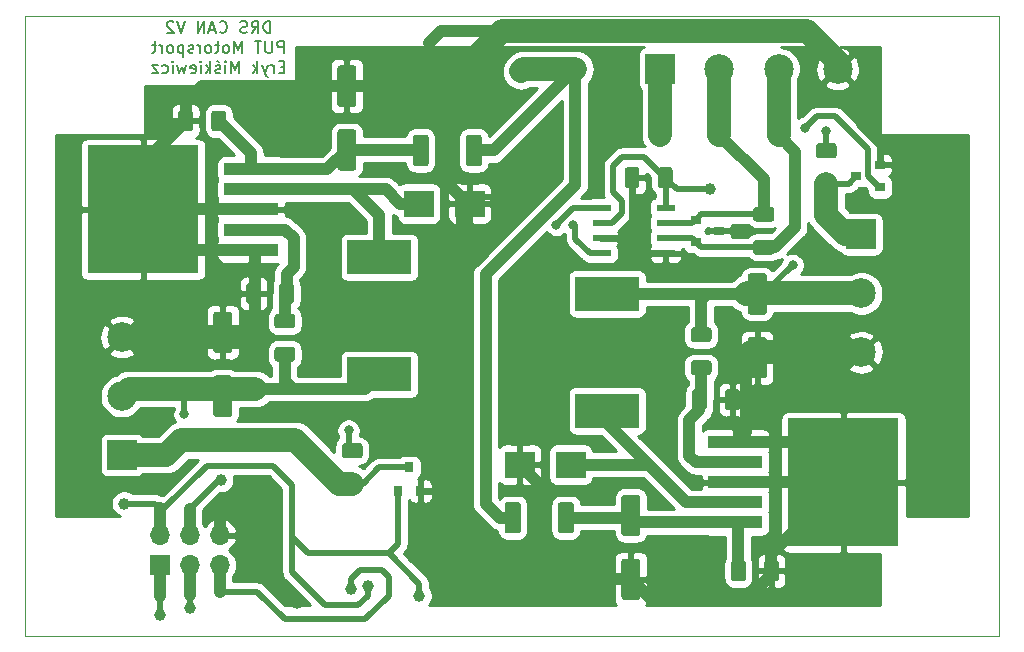
<source format=gbr>
G04 #@! TF.GenerationSoftware,KiCad,Pcbnew,(5.1.0)-1*
G04 #@! TF.CreationDate,2019-06-07T15:42:58+02:00*
G04 #@! TF.ProjectId,DRS,4452532e-6b69-4636-9164-5f7063625858,rev?*
G04 #@! TF.SameCoordinates,Original*
G04 #@! TF.FileFunction,Copper,L2,Bot*
G04 #@! TF.FilePolarity,Positive*
%FSLAX46Y46*%
G04 Gerber Fmt 4.6, Leading zero omitted, Abs format (unit mm)*
G04 Created by KiCad (PCBNEW (5.1.0)-1) date 2019-06-07 15:42:58*
%MOMM*%
%LPD*%
G04 APERTURE LIST*
%ADD10C,0.200000*%
%ADD11C,0.100000*%
%ADD12C,1.600000*%
%ADD13C,1.250000*%
%ADD14R,0.900000X0.800000*%
%ADD15R,2.500000X2.300000*%
%ADD16R,2.500000X2.500000*%
%ADD17C,2.500000*%
%ADD18R,1.700000X1.700000*%
%ADD19O,1.700000X1.700000*%
%ADD20R,5.400000X2.900000*%
%ADD21R,1.550000X0.600000*%
%ADD22R,9.400000X10.800000*%
%ADD23R,4.600000X1.100000*%
%ADD24C,1.350000*%
%ADD25R,0.800000X0.900000*%
%ADD26C,0.800000*%
%ADD27C,1.000000*%
%ADD28C,1.500000*%
%ADD29C,2.000000*%
%ADD30C,1.000000*%
%ADD31C,0.500000*%
%ADD32C,0.254000*%
G04 APERTURE END LIST*
D10*
X114757142Y-52452380D02*
X114757142Y-51452380D01*
X114519047Y-51452380D01*
X114376190Y-51500000D01*
X114280952Y-51595238D01*
X114233333Y-51690476D01*
X114185714Y-51880952D01*
X114185714Y-52023809D01*
X114233333Y-52214285D01*
X114280952Y-52309523D01*
X114376190Y-52404761D01*
X114519047Y-52452380D01*
X114757142Y-52452380D01*
X113185714Y-52452380D02*
X113519047Y-51976190D01*
X113757142Y-52452380D02*
X113757142Y-51452380D01*
X113376190Y-51452380D01*
X113280952Y-51500000D01*
X113233333Y-51547619D01*
X113185714Y-51642857D01*
X113185714Y-51785714D01*
X113233333Y-51880952D01*
X113280952Y-51928571D01*
X113376190Y-51976190D01*
X113757142Y-51976190D01*
X112804761Y-52404761D02*
X112661904Y-52452380D01*
X112423809Y-52452380D01*
X112328571Y-52404761D01*
X112280952Y-52357142D01*
X112233333Y-52261904D01*
X112233333Y-52166666D01*
X112280952Y-52071428D01*
X112328571Y-52023809D01*
X112423809Y-51976190D01*
X112614285Y-51928571D01*
X112709523Y-51880952D01*
X112757142Y-51833333D01*
X112804761Y-51738095D01*
X112804761Y-51642857D01*
X112757142Y-51547619D01*
X112709523Y-51500000D01*
X112614285Y-51452380D01*
X112376190Y-51452380D01*
X112233333Y-51500000D01*
X110471428Y-52357142D02*
X110519047Y-52404761D01*
X110661904Y-52452380D01*
X110757142Y-52452380D01*
X110900000Y-52404761D01*
X110995238Y-52309523D01*
X111042857Y-52214285D01*
X111090476Y-52023809D01*
X111090476Y-51880952D01*
X111042857Y-51690476D01*
X110995238Y-51595238D01*
X110900000Y-51500000D01*
X110757142Y-51452380D01*
X110661904Y-51452380D01*
X110519047Y-51500000D01*
X110471428Y-51547619D01*
X110090476Y-52166666D02*
X109614285Y-52166666D01*
X110185714Y-52452380D02*
X109852380Y-51452380D01*
X109519047Y-52452380D01*
X109185714Y-52452380D02*
X109185714Y-51452380D01*
X108614285Y-52452380D01*
X108614285Y-51452380D01*
X107519047Y-51452380D02*
X107185714Y-52452380D01*
X106852380Y-51452380D01*
X106566666Y-51547619D02*
X106519047Y-51500000D01*
X106423809Y-51452380D01*
X106185714Y-51452380D01*
X106090476Y-51500000D01*
X106042857Y-51547619D01*
X105995238Y-51642857D01*
X105995238Y-51738095D01*
X106042857Y-51880952D01*
X106614285Y-52452380D01*
X105995238Y-52452380D01*
X115923809Y-54152380D02*
X115923809Y-53152380D01*
X115542857Y-53152380D01*
X115447619Y-53200000D01*
X115400000Y-53247619D01*
X115352380Y-53342857D01*
X115352380Y-53485714D01*
X115400000Y-53580952D01*
X115447619Y-53628571D01*
X115542857Y-53676190D01*
X115923809Y-53676190D01*
X114923809Y-53152380D02*
X114923809Y-53961904D01*
X114876190Y-54057142D01*
X114828571Y-54104761D01*
X114733333Y-54152380D01*
X114542857Y-54152380D01*
X114447619Y-54104761D01*
X114400000Y-54057142D01*
X114352380Y-53961904D01*
X114352380Y-53152380D01*
X114019047Y-53152380D02*
X113447619Y-53152380D01*
X113733333Y-54152380D02*
X113733333Y-53152380D01*
X112352380Y-54152380D02*
X112352380Y-53152380D01*
X112019047Y-53866666D01*
X111685714Y-53152380D01*
X111685714Y-54152380D01*
X111066666Y-54152380D02*
X111161904Y-54104761D01*
X111209523Y-54057142D01*
X111257142Y-53961904D01*
X111257142Y-53676190D01*
X111209523Y-53580952D01*
X111161904Y-53533333D01*
X111066666Y-53485714D01*
X110923809Y-53485714D01*
X110828571Y-53533333D01*
X110780952Y-53580952D01*
X110733333Y-53676190D01*
X110733333Y-53961904D01*
X110780952Y-54057142D01*
X110828571Y-54104761D01*
X110923809Y-54152380D01*
X111066666Y-54152380D01*
X110447619Y-53485714D02*
X110066666Y-53485714D01*
X110304761Y-53152380D02*
X110304761Y-54009523D01*
X110257142Y-54104761D01*
X110161904Y-54152380D01*
X110066666Y-54152380D01*
X109590476Y-54152380D02*
X109685714Y-54104761D01*
X109733333Y-54057142D01*
X109780952Y-53961904D01*
X109780952Y-53676190D01*
X109733333Y-53580952D01*
X109685714Y-53533333D01*
X109590476Y-53485714D01*
X109447619Y-53485714D01*
X109352380Y-53533333D01*
X109304761Y-53580952D01*
X109257142Y-53676190D01*
X109257142Y-53961904D01*
X109304761Y-54057142D01*
X109352380Y-54104761D01*
X109447619Y-54152380D01*
X109590476Y-54152380D01*
X108828571Y-54152380D02*
X108828571Y-53485714D01*
X108828571Y-53676190D02*
X108780952Y-53580952D01*
X108733333Y-53533333D01*
X108638095Y-53485714D01*
X108542857Y-53485714D01*
X108257142Y-54104761D02*
X108161904Y-54152380D01*
X107971428Y-54152380D01*
X107876190Y-54104761D01*
X107828571Y-54009523D01*
X107828571Y-53961904D01*
X107876190Y-53866666D01*
X107971428Y-53819047D01*
X108114285Y-53819047D01*
X108209523Y-53771428D01*
X108257142Y-53676190D01*
X108257142Y-53628571D01*
X108209523Y-53533333D01*
X108114285Y-53485714D01*
X107971428Y-53485714D01*
X107876190Y-53533333D01*
X107400000Y-53485714D02*
X107400000Y-54485714D01*
X107400000Y-53533333D02*
X107304761Y-53485714D01*
X107114285Y-53485714D01*
X107019047Y-53533333D01*
X106971428Y-53580952D01*
X106923809Y-53676190D01*
X106923809Y-53961904D01*
X106971428Y-54057142D01*
X107019047Y-54104761D01*
X107114285Y-54152380D01*
X107304761Y-54152380D01*
X107400000Y-54104761D01*
X106352380Y-54152380D02*
X106447619Y-54104761D01*
X106495238Y-54057142D01*
X106542857Y-53961904D01*
X106542857Y-53676190D01*
X106495238Y-53580952D01*
X106447619Y-53533333D01*
X106352380Y-53485714D01*
X106209523Y-53485714D01*
X106114285Y-53533333D01*
X106066666Y-53580952D01*
X106019047Y-53676190D01*
X106019047Y-53961904D01*
X106066666Y-54057142D01*
X106114285Y-54104761D01*
X106209523Y-54152380D01*
X106352380Y-54152380D01*
X105590476Y-54152380D02*
X105590476Y-53485714D01*
X105590476Y-53676190D02*
X105542857Y-53580952D01*
X105495238Y-53533333D01*
X105400000Y-53485714D01*
X105304761Y-53485714D01*
X105114285Y-53485714D02*
X104733333Y-53485714D01*
X104971428Y-53152380D02*
X104971428Y-54009523D01*
X104923809Y-54104761D01*
X104828571Y-54152380D01*
X104733333Y-54152380D01*
X115971428Y-55328571D02*
X115638095Y-55328571D01*
X115495238Y-55852380D02*
X115971428Y-55852380D01*
X115971428Y-54852380D01*
X115495238Y-54852380D01*
X115066666Y-55852380D02*
X115066666Y-55185714D01*
X115066666Y-55376190D02*
X115019047Y-55280952D01*
X114971428Y-55233333D01*
X114876190Y-55185714D01*
X114780952Y-55185714D01*
X114542857Y-55185714D02*
X114304761Y-55852380D01*
X114066666Y-55185714D02*
X114304761Y-55852380D01*
X114400000Y-56090476D01*
X114447619Y-56138095D01*
X114542857Y-56185714D01*
X113685714Y-55852380D02*
X113685714Y-54852380D01*
X113590476Y-55471428D02*
X113304761Y-55852380D01*
X113304761Y-55185714D02*
X113685714Y-55566666D01*
X112114285Y-55852380D02*
X112114285Y-54852380D01*
X111780952Y-55566666D01*
X111447619Y-54852380D01*
X111447619Y-55852380D01*
X110971428Y-55852380D02*
X110971428Y-55185714D01*
X110971428Y-54852380D02*
X111019047Y-54900000D01*
X110971428Y-54947619D01*
X110923809Y-54900000D01*
X110971428Y-54852380D01*
X110971428Y-54947619D01*
X110542857Y-55804761D02*
X110447619Y-55852380D01*
X110257142Y-55852380D01*
X110161904Y-55804761D01*
X110114285Y-55709523D01*
X110114285Y-55661904D01*
X110161904Y-55566666D01*
X110257142Y-55519047D01*
X110400000Y-55519047D01*
X110495238Y-55471428D01*
X110542857Y-55376190D01*
X110542857Y-55328571D01*
X110495238Y-55233333D01*
X110400000Y-55185714D01*
X110257142Y-55185714D01*
X110161904Y-55233333D01*
X110257142Y-54804761D02*
X110400000Y-54947619D01*
X109685714Y-55852380D02*
X109685714Y-54852380D01*
X109590476Y-55471428D02*
X109304761Y-55852380D01*
X109304761Y-55185714D02*
X109685714Y-55566666D01*
X108876190Y-55852380D02*
X108876190Y-55185714D01*
X108876190Y-54852380D02*
X108923809Y-54900000D01*
X108876190Y-54947619D01*
X108828571Y-54900000D01*
X108876190Y-54852380D01*
X108876190Y-54947619D01*
X108019047Y-55804761D02*
X108114285Y-55852380D01*
X108304761Y-55852380D01*
X108400000Y-55804761D01*
X108447619Y-55709523D01*
X108447619Y-55328571D01*
X108400000Y-55233333D01*
X108304761Y-55185714D01*
X108114285Y-55185714D01*
X108019047Y-55233333D01*
X107971428Y-55328571D01*
X107971428Y-55423809D01*
X108447619Y-55519047D01*
X107638095Y-55185714D02*
X107447619Y-55852380D01*
X107257142Y-55376190D01*
X107066666Y-55852380D01*
X106876190Y-55185714D01*
X106495238Y-55852380D02*
X106495238Y-55185714D01*
X106495238Y-54852380D02*
X106542857Y-54900000D01*
X106495238Y-54947619D01*
X106447619Y-54900000D01*
X106495238Y-54852380D01*
X106495238Y-54947619D01*
X105590476Y-55804761D02*
X105685714Y-55852380D01*
X105876190Y-55852380D01*
X105971428Y-55804761D01*
X106019047Y-55757142D01*
X106066666Y-55661904D01*
X106066666Y-55376190D01*
X106019047Y-55280952D01*
X105971428Y-55233333D01*
X105876190Y-55185714D01*
X105685714Y-55185714D01*
X105590476Y-55233333D01*
X105257142Y-55185714D02*
X104733333Y-55185714D01*
X105257142Y-55852380D01*
X104733333Y-55852380D01*
D11*
X94000000Y-103500000D02*
X176500000Y-103500000D01*
X94000000Y-51000000D02*
X94000000Y-103500000D01*
X176500000Y-51000000D02*
X94000000Y-51000000D01*
X176500000Y-103500000D02*
X176500000Y-51000000D01*
G36*
X121824504Y-60601204D02*
G01*
X121848773Y-60604804D01*
X121872571Y-60610765D01*
X121895671Y-60619030D01*
X121917849Y-60629520D01*
X121938893Y-60642133D01*
X121958598Y-60656747D01*
X121976777Y-60673223D01*
X121993253Y-60691402D01*
X122007867Y-60711107D01*
X122020480Y-60732151D01*
X122030970Y-60754329D01*
X122039235Y-60777429D01*
X122045196Y-60801227D01*
X122048796Y-60825496D01*
X122050000Y-60850000D01*
X122050000Y-63850000D01*
X122048796Y-63874504D01*
X122045196Y-63898773D01*
X122039235Y-63922571D01*
X122030970Y-63945671D01*
X122020480Y-63967849D01*
X122007867Y-63988893D01*
X121993253Y-64008598D01*
X121976777Y-64026777D01*
X121958598Y-64043253D01*
X121938893Y-64057867D01*
X121917849Y-64070480D01*
X121895671Y-64080970D01*
X121872571Y-64089235D01*
X121848773Y-64095196D01*
X121824504Y-64098796D01*
X121800000Y-64100000D01*
X120700000Y-64100000D01*
X120675496Y-64098796D01*
X120651227Y-64095196D01*
X120627429Y-64089235D01*
X120604329Y-64080970D01*
X120582151Y-64070480D01*
X120561107Y-64057867D01*
X120541402Y-64043253D01*
X120523223Y-64026777D01*
X120506747Y-64008598D01*
X120492133Y-63988893D01*
X120479520Y-63967849D01*
X120469030Y-63945671D01*
X120460765Y-63922571D01*
X120454804Y-63898773D01*
X120451204Y-63874504D01*
X120450000Y-63850000D01*
X120450000Y-60850000D01*
X120451204Y-60825496D01*
X120454804Y-60801227D01*
X120460765Y-60777429D01*
X120469030Y-60754329D01*
X120479520Y-60732151D01*
X120492133Y-60711107D01*
X120506747Y-60691402D01*
X120523223Y-60673223D01*
X120541402Y-60656747D01*
X120561107Y-60642133D01*
X120582151Y-60629520D01*
X120604329Y-60619030D01*
X120627429Y-60610765D01*
X120651227Y-60604804D01*
X120675496Y-60601204D01*
X120700000Y-60600000D01*
X121800000Y-60600000D01*
X121824504Y-60601204D01*
X121824504Y-60601204D01*
G37*
D12*
X121250000Y-62350000D03*
D11*
G36*
X121824504Y-55201204D02*
G01*
X121848773Y-55204804D01*
X121872571Y-55210765D01*
X121895671Y-55219030D01*
X121917849Y-55229520D01*
X121938893Y-55242133D01*
X121958598Y-55256747D01*
X121976777Y-55273223D01*
X121993253Y-55291402D01*
X122007867Y-55311107D01*
X122020480Y-55332151D01*
X122030970Y-55354329D01*
X122039235Y-55377429D01*
X122045196Y-55401227D01*
X122048796Y-55425496D01*
X122050000Y-55450000D01*
X122050000Y-58450000D01*
X122048796Y-58474504D01*
X122045196Y-58498773D01*
X122039235Y-58522571D01*
X122030970Y-58545671D01*
X122020480Y-58567849D01*
X122007867Y-58588893D01*
X121993253Y-58608598D01*
X121976777Y-58626777D01*
X121958598Y-58643253D01*
X121938893Y-58657867D01*
X121917849Y-58670480D01*
X121895671Y-58680970D01*
X121872571Y-58689235D01*
X121848773Y-58695196D01*
X121824504Y-58698796D01*
X121800000Y-58700000D01*
X120700000Y-58700000D01*
X120675496Y-58698796D01*
X120651227Y-58695196D01*
X120627429Y-58689235D01*
X120604329Y-58680970D01*
X120582151Y-58670480D01*
X120561107Y-58657867D01*
X120541402Y-58643253D01*
X120523223Y-58626777D01*
X120506747Y-58608598D01*
X120492133Y-58588893D01*
X120479520Y-58567849D01*
X120469030Y-58545671D01*
X120460765Y-58522571D01*
X120454804Y-58498773D01*
X120451204Y-58474504D01*
X120450000Y-58450000D01*
X120450000Y-55450000D01*
X120451204Y-55425496D01*
X120454804Y-55401227D01*
X120460765Y-55377429D01*
X120469030Y-55354329D01*
X120479520Y-55332151D01*
X120492133Y-55311107D01*
X120506747Y-55291402D01*
X120523223Y-55273223D01*
X120541402Y-55256747D01*
X120561107Y-55242133D01*
X120582151Y-55229520D01*
X120604329Y-55219030D01*
X120627429Y-55210765D01*
X120651227Y-55204804D01*
X120675496Y-55201204D01*
X120700000Y-55200000D01*
X121800000Y-55200000D01*
X121824504Y-55201204D01*
X121824504Y-55201204D01*
G37*
D12*
X121250000Y-56950000D03*
D11*
G36*
X145874504Y-91551204D02*
G01*
X145898773Y-91554804D01*
X145922571Y-91560765D01*
X145945671Y-91569030D01*
X145967849Y-91579520D01*
X145988893Y-91592133D01*
X146008598Y-91606747D01*
X146026777Y-91623223D01*
X146043253Y-91641402D01*
X146057867Y-91661107D01*
X146070480Y-91682151D01*
X146080970Y-91704329D01*
X146089235Y-91727429D01*
X146095196Y-91751227D01*
X146098796Y-91775496D01*
X146100000Y-91800000D01*
X146100000Y-94800000D01*
X146098796Y-94824504D01*
X146095196Y-94848773D01*
X146089235Y-94872571D01*
X146080970Y-94895671D01*
X146070480Y-94917849D01*
X146057867Y-94938893D01*
X146043253Y-94958598D01*
X146026777Y-94976777D01*
X146008598Y-94993253D01*
X145988893Y-95007867D01*
X145967849Y-95020480D01*
X145945671Y-95030970D01*
X145922571Y-95039235D01*
X145898773Y-95045196D01*
X145874504Y-95048796D01*
X145850000Y-95050000D01*
X144750000Y-95050000D01*
X144725496Y-95048796D01*
X144701227Y-95045196D01*
X144677429Y-95039235D01*
X144654329Y-95030970D01*
X144632151Y-95020480D01*
X144611107Y-95007867D01*
X144591402Y-94993253D01*
X144573223Y-94976777D01*
X144556747Y-94958598D01*
X144542133Y-94938893D01*
X144529520Y-94917849D01*
X144519030Y-94895671D01*
X144510765Y-94872571D01*
X144504804Y-94848773D01*
X144501204Y-94824504D01*
X144500000Y-94800000D01*
X144500000Y-91800000D01*
X144501204Y-91775496D01*
X144504804Y-91751227D01*
X144510765Y-91727429D01*
X144519030Y-91704329D01*
X144529520Y-91682151D01*
X144542133Y-91661107D01*
X144556747Y-91641402D01*
X144573223Y-91623223D01*
X144591402Y-91606747D01*
X144611107Y-91592133D01*
X144632151Y-91579520D01*
X144654329Y-91569030D01*
X144677429Y-91560765D01*
X144701227Y-91554804D01*
X144725496Y-91551204D01*
X144750000Y-91550000D01*
X145850000Y-91550000D01*
X145874504Y-91551204D01*
X145874504Y-91551204D01*
G37*
D12*
X145300000Y-93300000D03*
D11*
G36*
X145874504Y-96951204D02*
G01*
X145898773Y-96954804D01*
X145922571Y-96960765D01*
X145945671Y-96969030D01*
X145967849Y-96979520D01*
X145988893Y-96992133D01*
X146008598Y-97006747D01*
X146026777Y-97023223D01*
X146043253Y-97041402D01*
X146057867Y-97061107D01*
X146070480Y-97082151D01*
X146080970Y-97104329D01*
X146089235Y-97127429D01*
X146095196Y-97151227D01*
X146098796Y-97175496D01*
X146100000Y-97200000D01*
X146100000Y-100200000D01*
X146098796Y-100224504D01*
X146095196Y-100248773D01*
X146089235Y-100272571D01*
X146080970Y-100295671D01*
X146070480Y-100317849D01*
X146057867Y-100338893D01*
X146043253Y-100358598D01*
X146026777Y-100376777D01*
X146008598Y-100393253D01*
X145988893Y-100407867D01*
X145967849Y-100420480D01*
X145945671Y-100430970D01*
X145922571Y-100439235D01*
X145898773Y-100445196D01*
X145874504Y-100448796D01*
X145850000Y-100450000D01*
X144750000Y-100450000D01*
X144725496Y-100448796D01*
X144701227Y-100445196D01*
X144677429Y-100439235D01*
X144654329Y-100430970D01*
X144632151Y-100420480D01*
X144611107Y-100407867D01*
X144591402Y-100393253D01*
X144573223Y-100376777D01*
X144556747Y-100358598D01*
X144542133Y-100338893D01*
X144529520Y-100317849D01*
X144519030Y-100295671D01*
X144510765Y-100272571D01*
X144504804Y-100248773D01*
X144501204Y-100224504D01*
X144500000Y-100200000D01*
X144500000Y-97200000D01*
X144501204Y-97175496D01*
X144504804Y-97151227D01*
X144510765Y-97127429D01*
X144519030Y-97104329D01*
X144529520Y-97082151D01*
X144542133Y-97061107D01*
X144556747Y-97041402D01*
X144573223Y-97023223D01*
X144591402Y-97006747D01*
X144611107Y-96992133D01*
X144632151Y-96979520D01*
X144654329Y-96969030D01*
X144677429Y-96960765D01*
X144701227Y-96954804D01*
X144725496Y-96951204D01*
X144750000Y-96950000D01*
X145850000Y-96950000D01*
X145874504Y-96951204D01*
X145874504Y-96951204D01*
G37*
D12*
X145300000Y-98700000D03*
D11*
G36*
X148599504Y-63826204D02*
G01*
X148623773Y-63829804D01*
X148647571Y-63835765D01*
X148670671Y-63844030D01*
X148692849Y-63854520D01*
X148713893Y-63867133D01*
X148733598Y-63881747D01*
X148751777Y-63898223D01*
X148768253Y-63916402D01*
X148782867Y-63936107D01*
X148795480Y-63957151D01*
X148805970Y-63979329D01*
X148814235Y-64002429D01*
X148820196Y-64026227D01*
X148823796Y-64050496D01*
X148825000Y-64075000D01*
X148825000Y-65325000D01*
X148823796Y-65349504D01*
X148820196Y-65373773D01*
X148814235Y-65397571D01*
X148805970Y-65420671D01*
X148795480Y-65442849D01*
X148782867Y-65463893D01*
X148768253Y-65483598D01*
X148751777Y-65501777D01*
X148733598Y-65518253D01*
X148713893Y-65532867D01*
X148692849Y-65545480D01*
X148670671Y-65555970D01*
X148647571Y-65564235D01*
X148623773Y-65570196D01*
X148599504Y-65573796D01*
X148575000Y-65575000D01*
X147825000Y-65575000D01*
X147800496Y-65573796D01*
X147776227Y-65570196D01*
X147752429Y-65564235D01*
X147729329Y-65555970D01*
X147707151Y-65545480D01*
X147686107Y-65532867D01*
X147666402Y-65518253D01*
X147648223Y-65501777D01*
X147631747Y-65483598D01*
X147617133Y-65463893D01*
X147604520Y-65442849D01*
X147594030Y-65420671D01*
X147585765Y-65397571D01*
X147579804Y-65373773D01*
X147576204Y-65349504D01*
X147575000Y-65325000D01*
X147575000Y-64075000D01*
X147576204Y-64050496D01*
X147579804Y-64026227D01*
X147585765Y-64002429D01*
X147594030Y-63979329D01*
X147604520Y-63957151D01*
X147617133Y-63936107D01*
X147631747Y-63916402D01*
X147648223Y-63898223D01*
X147666402Y-63881747D01*
X147686107Y-63867133D01*
X147707151Y-63854520D01*
X147729329Y-63844030D01*
X147752429Y-63835765D01*
X147776227Y-63829804D01*
X147800496Y-63826204D01*
X147825000Y-63825000D01*
X148575000Y-63825000D01*
X148599504Y-63826204D01*
X148599504Y-63826204D01*
G37*
D13*
X148200000Y-64700000D03*
D11*
G36*
X145799504Y-63826204D02*
G01*
X145823773Y-63829804D01*
X145847571Y-63835765D01*
X145870671Y-63844030D01*
X145892849Y-63854520D01*
X145913893Y-63867133D01*
X145933598Y-63881747D01*
X145951777Y-63898223D01*
X145968253Y-63916402D01*
X145982867Y-63936107D01*
X145995480Y-63957151D01*
X146005970Y-63979329D01*
X146014235Y-64002429D01*
X146020196Y-64026227D01*
X146023796Y-64050496D01*
X146025000Y-64075000D01*
X146025000Y-65325000D01*
X146023796Y-65349504D01*
X146020196Y-65373773D01*
X146014235Y-65397571D01*
X146005970Y-65420671D01*
X145995480Y-65442849D01*
X145982867Y-65463893D01*
X145968253Y-65483598D01*
X145951777Y-65501777D01*
X145933598Y-65518253D01*
X145913893Y-65532867D01*
X145892849Y-65545480D01*
X145870671Y-65555970D01*
X145847571Y-65564235D01*
X145823773Y-65570196D01*
X145799504Y-65573796D01*
X145775000Y-65575000D01*
X145025000Y-65575000D01*
X145000496Y-65573796D01*
X144976227Y-65570196D01*
X144952429Y-65564235D01*
X144929329Y-65555970D01*
X144907151Y-65545480D01*
X144886107Y-65532867D01*
X144866402Y-65518253D01*
X144848223Y-65501777D01*
X144831747Y-65483598D01*
X144817133Y-65463893D01*
X144804520Y-65442849D01*
X144794030Y-65420671D01*
X144785765Y-65397571D01*
X144779804Y-65373773D01*
X144776204Y-65349504D01*
X144775000Y-65325000D01*
X144775000Y-64075000D01*
X144776204Y-64050496D01*
X144779804Y-64026227D01*
X144785765Y-64002429D01*
X144794030Y-63979329D01*
X144804520Y-63957151D01*
X144817133Y-63936107D01*
X144831747Y-63916402D01*
X144848223Y-63898223D01*
X144866402Y-63881747D01*
X144886107Y-63867133D01*
X144907151Y-63854520D01*
X144929329Y-63844030D01*
X144952429Y-63835765D01*
X144976227Y-63829804D01*
X145000496Y-63826204D01*
X145025000Y-63825000D01*
X145775000Y-63825000D01*
X145799504Y-63826204D01*
X145799504Y-63826204D01*
G37*
D13*
X145400000Y-64700000D03*
D11*
G36*
X154799504Y-97126204D02*
G01*
X154823773Y-97129804D01*
X154847571Y-97135765D01*
X154870671Y-97144030D01*
X154892849Y-97154520D01*
X154913893Y-97167133D01*
X154933598Y-97181747D01*
X154951777Y-97198223D01*
X154968253Y-97216402D01*
X154982867Y-97236107D01*
X154995480Y-97257151D01*
X155005970Y-97279329D01*
X155014235Y-97302429D01*
X155020196Y-97326227D01*
X155023796Y-97350496D01*
X155025000Y-97375000D01*
X155025000Y-98625000D01*
X155023796Y-98649504D01*
X155020196Y-98673773D01*
X155014235Y-98697571D01*
X155005970Y-98720671D01*
X154995480Y-98742849D01*
X154982867Y-98763893D01*
X154968253Y-98783598D01*
X154951777Y-98801777D01*
X154933598Y-98818253D01*
X154913893Y-98832867D01*
X154892849Y-98845480D01*
X154870671Y-98855970D01*
X154847571Y-98864235D01*
X154823773Y-98870196D01*
X154799504Y-98873796D01*
X154775000Y-98875000D01*
X154025000Y-98875000D01*
X154000496Y-98873796D01*
X153976227Y-98870196D01*
X153952429Y-98864235D01*
X153929329Y-98855970D01*
X153907151Y-98845480D01*
X153886107Y-98832867D01*
X153866402Y-98818253D01*
X153848223Y-98801777D01*
X153831747Y-98783598D01*
X153817133Y-98763893D01*
X153804520Y-98742849D01*
X153794030Y-98720671D01*
X153785765Y-98697571D01*
X153779804Y-98673773D01*
X153776204Y-98649504D01*
X153775000Y-98625000D01*
X153775000Y-97375000D01*
X153776204Y-97350496D01*
X153779804Y-97326227D01*
X153785765Y-97302429D01*
X153794030Y-97279329D01*
X153804520Y-97257151D01*
X153817133Y-97236107D01*
X153831747Y-97216402D01*
X153848223Y-97198223D01*
X153866402Y-97181747D01*
X153886107Y-97167133D01*
X153907151Y-97154520D01*
X153929329Y-97144030D01*
X153952429Y-97135765D01*
X153976227Y-97129804D01*
X154000496Y-97126204D01*
X154025000Y-97125000D01*
X154775000Y-97125000D01*
X154799504Y-97126204D01*
X154799504Y-97126204D01*
G37*
D13*
X154400000Y-98000000D03*
D11*
G36*
X157599504Y-97126204D02*
G01*
X157623773Y-97129804D01*
X157647571Y-97135765D01*
X157670671Y-97144030D01*
X157692849Y-97154520D01*
X157713893Y-97167133D01*
X157733598Y-97181747D01*
X157751777Y-97198223D01*
X157768253Y-97216402D01*
X157782867Y-97236107D01*
X157795480Y-97257151D01*
X157805970Y-97279329D01*
X157814235Y-97302429D01*
X157820196Y-97326227D01*
X157823796Y-97350496D01*
X157825000Y-97375000D01*
X157825000Y-98625000D01*
X157823796Y-98649504D01*
X157820196Y-98673773D01*
X157814235Y-98697571D01*
X157805970Y-98720671D01*
X157795480Y-98742849D01*
X157782867Y-98763893D01*
X157768253Y-98783598D01*
X157751777Y-98801777D01*
X157733598Y-98818253D01*
X157713893Y-98832867D01*
X157692849Y-98845480D01*
X157670671Y-98855970D01*
X157647571Y-98864235D01*
X157623773Y-98870196D01*
X157599504Y-98873796D01*
X157575000Y-98875000D01*
X156825000Y-98875000D01*
X156800496Y-98873796D01*
X156776227Y-98870196D01*
X156752429Y-98864235D01*
X156729329Y-98855970D01*
X156707151Y-98845480D01*
X156686107Y-98832867D01*
X156666402Y-98818253D01*
X156648223Y-98801777D01*
X156631747Y-98783598D01*
X156617133Y-98763893D01*
X156604520Y-98742849D01*
X156594030Y-98720671D01*
X156585765Y-98697571D01*
X156579804Y-98673773D01*
X156576204Y-98649504D01*
X156575000Y-98625000D01*
X156575000Y-97375000D01*
X156576204Y-97350496D01*
X156579804Y-97326227D01*
X156585765Y-97302429D01*
X156594030Y-97279329D01*
X156604520Y-97257151D01*
X156617133Y-97236107D01*
X156631747Y-97216402D01*
X156648223Y-97198223D01*
X156666402Y-97181747D01*
X156686107Y-97167133D01*
X156707151Y-97154520D01*
X156729329Y-97144030D01*
X156752429Y-97135765D01*
X156776227Y-97129804D01*
X156800496Y-97126204D01*
X156825000Y-97125000D01*
X157575000Y-97125000D01*
X157599504Y-97126204D01*
X157599504Y-97126204D01*
G37*
D13*
X157200000Y-98000000D03*
D11*
G36*
X107999504Y-59026204D02*
G01*
X108023773Y-59029804D01*
X108047571Y-59035765D01*
X108070671Y-59044030D01*
X108092849Y-59054520D01*
X108113893Y-59067133D01*
X108133598Y-59081747D01*
X108151777Y-59098223D01*
X108168253Y-59116402D01*
X108182867Y-59136107D01*
X108195480Y-59157151D01*
X108205970Y-59179329D01*
X108214235Y-59202429D01*
X108220196Y-59226227D01*
X108223796Y-59250496D01*
X108225000Y-59275000D01*
X108225000Y-60525000D01*
X108223796Y-60549504D01*
X108220196Y-60573773D01*
X108214235Y-60597571D01*
X108205970Y-60620671D01*
X108195480Y-60642849D01*
X108182867Y-60663893D01*
X108168253Y-60683598D01*
X108151777Y-60701777D01*
X108133598Y-60718253D01*
X108113893Y-60732867D01*
X108092849Y-60745480D01*
X108070671Y-60755970D01*
X108047571Y-60764235D01*
X108023773Y-60770196D01*
X107999504Y-60773796D01*
X107975000Y-60775000D01*
X107225000Y-60775000D01*
X107200496Y-60773796D01*
X107176227Y-60770196D01*
X107152429Y-60764235D01*
X107129329Y-60755970D01*
X107107151Y-60745480D01*
X107086107Y-60732867D01*
X107066402Y-60718253D01*
X107048223Y-60701777D01*
X107031747Y-60683598D01*
X107017133Y-60663893D01*
X107004520Y-60642849D01*
X106994030Y-60620671D01*
X106985765Y-60597571D01*
X106979804Y-60573773D01*
X106976204Y-60549504D01*
X106975000Y-60525000D01*
X106975000Y-59275000D01*
X106976204Y-59250496D01*
X106979804Y-59226227D01*
X106985765Y-59202429D01*
X106994030Y-59179329D01*
X107004520Y-59157151D01*
X107017133Y-59136107D01*
X107031747Y-59116402D01*
X107048223Y-59098223D01*
X107066402Y-59081747D01*
X107086107Y-59067133D01*
X107107151Y-59054520D01*
X107129329Y-59044030D01*
X107152429Y-59035765D01*
X107176227Y-59029804D01*
X107200496Y-59026204D01*
X107225000Y-59025000D01*
X107975000Y-59025000D01*
X107999504Y-59026204D01*
X107999504Y-59026204D01*
G37*
D13*
X107600000Y-59900000D03*
D11*
G36*
X110799504Y-59026204D02*
G01*
X110823773Y-59029804D01*
X110847571Y-59035765D01*
X110870671Y-59044030D01*
X110892849Y-59054520D01*
X110913893Y-59067133D01*
X110933598Y-59081747D01*
X110951777Y-59098223D01*
X110968253Y-59116402D01*
X110982867Y-59136107D01*
X110995480Y-59157151D01*
X111005970Y-59179329D01*
X111014235Y-59202429D01*
X111020196Y-59226227D01*
X111023796Y-59250496D01*
X111025000Y-59275000D01*
X111025000Y-60525000D01*
X111023796Y-60549504D01*
X111020196Y-60573773D01*
X111014235Y-60597571D01*
X111005970Y-60620671D01*
X110995480Y-60642849D01*
X110982867Y-60663893D01*
X110968253Y-60683598D01*
X110951777Y-60701777D01*
X110933598Y-60718253D01*
X110913893Y-60732867D01*
X110892849Y-60745480D01*
X110870671Y-60755970D01*
X110847571Y-60764235D01*
X110823773Y-60770196D01*
X110799504Y-60773796D01*
X110775000Y-60775000D01*
X110025000Y-60775000D01*
X110000496Y-60773796D01*
X109976227Y-60770196D01*
X109952429Y-60764235D01*
X109929329Y-60755970D01*
X109907151Y-60745480D01*
X109886107Y-60732867D01*
X109866402Y-60718253D01*
X109848223Y-60701777D01*
X109831747Y-60683598D01*
X109817133Y-60663893D01*
X109804520Y-60642849D01*
X109794030Y-60620671D01*
X109785765Y-60597571D01*
X109779804Y-60573773D01*
X109776204Y-60549504D01*
X109775000Y-60525000D01*
X109775000Y-59275000D01*
X109776204Y-59250496D01*
X109779804Y-59226227D01*
X109785765Y-59202429D01*
X109794030Y-59179329D01*
X109804520Y-59157151D01*
X109817133Y-59136107D01*
X109831747Y-59116402D01*
X109848223Y-59098223D01*
X109866402Y-59081747D01*
X109886107Y-59067133D01*
X109907151Y-59054520D01*
X109929329Y-59044030D01*
X109952429Y-59035765D01*
X109976227Y-59029804D01*
X110000496Y-59026204D01*
X110025000Y-59025000D01*
X110775000Y-59025000D01*
X110799504Y-59026204D01*
X110799504Y-59026204D01*
G37*
D13*
X110400000Y-59900000D03*
D11*
G36*
X156574504Y-78201204D02*
G01*
X156598773Y-78204804D01*
X156622571Y-78210765D01*
X156645671Y-78219030D01*
X156667849Y-78229520D01*
X156688893Y-78242133D01*
X156708598Y-78256747D01*
X156726777Y-78273223D01*
X156743253Y-78291402D01*
X156757867Y-78311107D01*
X156770480Y-78332151D01*
X156780970Y-78354329D01*
X156789235Y-78377429D01*
X156795196Y-78401227D01*
X156798796Y-78425496D01*
X156800000Y-78450000D01*
X156800000Y-81450000D01*
X156798796Y-81474504D01*
X156795196Y-81498773D01*
X156789235Y-81522571D01*
X156780970Y-81545671D01*
X156770480Y-81567849D01*
X156757867Y-81588893D01*
X156743253Y-81608598D01*
X156726777Y-81626777D01*
X156708598Y-81643253D01*
X156688893Y-81657867D01*
X156667849Y-81670480D01*
X156645671Y-81680970D01*
X156622571Y-81689235D01*
X156598773Y-81695196D01*
X156574504Y-81698796D01*
X156550000Y-81700000D01*
X155450000Y-81700000D01*
X155425496Y-81698796D01*
X155401227Y-81695196D01*
X155377429Y-81689235D01*
X155354329Y-81680970D01*
X155332151Y-81670480D01*
X155311107Y-81657867D01*
X155291402Y-81643253D01*
X155273223Y-81626777D01*
X155256747Y-81608598D01*
X155242133Y-81588893D01*
X155229520Y-81567849D01*
X155219030Y-81545671D01*
X155210765Y-81522571D01*
X155204804Y-81498773D01*
X155201204Y-81474504D01*
X155200000Y-81450000D01*
X155200000Y-78450000D01*
X155201204Y-78425496D01*
X155204804Y-78401227D01*
X155210765Y-78377429D01*
X155219030Y-78354329D01*
X155229520Y-78332151D01*
X155242133Y-78311107D01*
X155256747Y-78291402D01*
X155273223Y-78273223D01*
X155291402Y-78256747D01*
X155311107Y-78242133D01*
X155332151Y-78229520D01*
X155354329Y-78219030D01*
X155377429Y-78210765D01*
X155401227Y-78204804D01*
X155425496Y-78201204D01*
X155450000Y-78200000D01*
X156550000Y-78200000D01*
X156574504Y-78201204D01*
X156574504Y-78201204D01*
G37*
D12*
X156000000Y-79950000D03*
D11*
G36*
X156574504Y-72801204D02*
G01*
X156598773Y-72804804D01*
X156622571Y-72810765D01*
X156645671Y-72819030D01*
X156667849Y-72829520D01*
X156688893Y-72842133D01*
X156708598Y-72856747D01*
X156726777Y-72873223D01*
X156743253Y-72891402D01*
X156757867Y-72911107D01*
X156770480Y-72932151D01*
X156780970Y-72954329D01*
X156789235Y-72977429D01*
X156795196Y-73001227D01*
X156798796Y-73025496D01*
X156800000Y-73050000D01*
X156800000Y-76050000D01*
X156798796Y-76074504D01*
X156795196Y-76098773D01*
X156789235Y-76122571D01*
X156780970Y-76145671D01*
X156770480Y-76167849D01*
X156757867Y-76188893D01*
X156743253Y-76208598D01*
X156726777Y-76226777D01*
X156708598Y-76243253D01*
X156688893Y-76257867D01*
X156667849Y-76270480D01*
X156645671Y-76280970D01*
X156622571Y-76289235D01*
X156598773Y-76295196D01*
X156574504Y-76298796D01*
X156550000Y-76300000D01*
X155450000Y-76300000D01*
X155425496Y-76298796D01*
X155401227Y-76295196D01*
X155377429Y-76289235D01*
X155354329Y-76280970D01*
X155332151Y-76270480D01*
X155311107Y-76257867D01*
X155291402Y-76243253D01*
X155273223Y-76226777D01*
X155256747Y-76208598D01*
X155242133Y-76188893D01*
X155229520Y-76167849D01*
X155219030Y-76145671D01*
X155210765Y-76122571D01*
X155204804Y-76098773D01*
X155201204Y-76074504D01*
X155200000Y-76050000D01*
X155200000Y-73050000D01*
X155201204Y-73025496D01*
X155204804Y-73001227D01*
X155210765Y-72977429D01*
X155219030Y-72954329D01*
X155229520Y-72932151D01*
X155242133Y-72911107D01*
X155256747Y-72891402D01*
X155273223Y-72873223D01*
X155291402Y-72856747D01*
X155311107Y-72842133D01*
X155332151Y-72829520D01*
X155354329Y-72819030D01*
X155377429Y-72810765D01*
X155401227Y-72804804D01*
X155425496Y-72801204D01*
X155450000Y-72800000D01*
X156550000Y-72800000D01*
X156574504Y-72801204D01*
X156574504Y-72801204D01*
G37*
D12*
X156000000Y-74550000D03*
D11*
G36*
X111324504Y-76051204D02*
G01*
X111348773Y-76054804D01*
X111372571Y-76060765D01*
X111395671Y-76069030D01*
X111417849Y-76079520D01*
X111438893Y-76092133D01*
X111458598Y-76106747D01*
X111476777Y-76123223D01*
X111493253Y-76141402D01*
X111507867Y-76161107D01*
X111520480Y-76182151D01*
X111530970Y-76204329D01*
X111539235Y-76227429D01*
X111545196Y-76251227D01*
X111548796Y-76275496D01*
X111550000Y-76300000D01*
X111550000Y-79300000D01*
X111548796Y-79324504D01*
X111545196Y-79348773D01*
X111539235Y-79372571D01*
X111530970Y-79395671D01*
X111520480Y-79417849D01*
X111507867Y-79438893D01*
X111493253Y-79458598D01*
X111476777Y-79476777D01*
X111458598Y-79493253D01*
X111438893Y-79507867D01*
X111417849Y-79520480D01*
X111395671Y-79530970D01*
X111372571Y-79539235D01*
X111348773Y-79545196D01*
X111324504Y-79548796D01*
X111300000Y-79550000D01*
X110200000Y-79550000D01*
X110175496Y-79548796D01*
X110151227Y-79545196D01*
X110127429Y-79539235D01*
X110104329Y-79530970D01*
X110082151Y-79520480D01*
X110061107Y-79507867D01*
X110041402Y-79493253D01*
X110023223Y-79476777D01*
X110006747Y-79458598D01*
X109992133Y-79438893D01*
X109979520Y-79417849D01*
X109969030Y-79395671D01*
X109960765Y-79372571D01*
X109954804Y-79348773D01*
X109951204Y-79324504D01*
X109950000Y-79300000D01*
X109950000Y-76300000D01*
X109951204Y-76275496D01*
X109954804Y-76251227D01*
X109960765Y-76227429D01*
X109969030Y-76204329D01*
X109979520Y-76182151D01*
X109992133Y-76161107D01*
X110006747Y-76141402D01*
X110023223Y-76123223D01*
X110041402Y-76106747D01*
X110061107Y-76092133D01*
X110082151Y-76079520D01*
X110104329Y-76069030D01*
X110127429Y-76060765D01*
X110151227Y-76054804D01*
X110175496Y-76051204D01*
X110200000Y-76050000D01*
X111300000Y-76050000D01*
X111324504Y-76051204D01*
X111324504Y-76051204D01*
G37*
D12*
X110750000Y-77800000D03*
D11*
G36*
X111324504Y-81451204D02*
G01*
X111348773Y-81454804D01*
X111372571Y-81460765D01*
X111395671Y-81469030D01*
X111417849Y-81479520D01*
X111438893Y-81492133D01*
X111458598Y-81506747D01*
X111476777Y-81523223D01*
X111493253Y-81541402D01*
X111507867Y-81561107D01*
X111520480Y-81582151D01*
X111530970Y-81604329D01*
X111539235Y-81627429D01*
X111545196Y-81651227D01*
X111548796Y-81675496D01*
X111550000Y-81700000D01*
X111550000Y-84700000D01*
X111548796Y-84724504D01*
X111545196Y-84748773D01*
X111539235Y-84772571D01*
X111530970Y-84795671D01*
X111520480Y-84817849D01*
X111507867Y-84838893D01*
X111493253Y-84858598D01*
X111476777Y-84876777D01*
X111458598Y-84893253D01*
X111438893Y-84907867D01*
X111417849Y-84920480D01*
X111395671Y-84930970D01*
X111372571Y-84939235D01*
X111348773Y-84945196D01*
X111324504Y-84948796D01*
X111300000Y-84950000D01*
X110200000Y-84950000D01*
X110175496Y-84948796D01*
X110151227Y-84945196D01*
X110127429Y-84939235D01*
X110104329Y-84930970D01*
X110082151Y-84920480D01*
X110061107Y-84907867D01*
X110041402Y-84893253D01*
X110023223Y-84876777D01*
X110006747Y-84858598D01*
X109992133Y-84838893D01*
X109979520Y-84817849D01*
X109969030Y-84795671D01*
X109960765Y-84772571D01*
X109954804Y-84748773D01*
X109951204Y-84724504D01*
X109950000Y-84700000D01*
X109950000Y-81700000D01*
X109951204Y-81675496D01*
X109954804Y-81651227D01*
X109960765Y-81627429D01*
X109969030Y-81604329D01*
X109979520Y-81582151D01*
X109992133Y-81561107D01*
X110006747Y-81541402D01*
X110023223Y-81523223D01*
X110041402Y-81506747D01*
X110061107Y-81492133D01*
X110082151Y-81479520D01*
X110104329Y-81469030D01*
X110127429Y-81460765D01*
X110151227Y-81454804D01*
X110175496Y-81451204D01*
X110200000Y-81450000D01*
X111300000Y-81450000D01*
X111324504Y-81451204D01*
X111324504Y-81451204D01*
G37*
D12*
X110750000Y-83200000D03*
D14*
X150800000Y-70150000D03*
X150800000Y-68250000D03*
X152800000Y-69200000D03*
D15*
X140200000Y-89000000D03*
X135900000Y-89000000D03*
X127350000Y-66900000D03*
X131650000Y-66900000D03*
D16*
X147800000Y-55500000D03*
D17*
X152800000Y-55500000D03*
X157800000Y-55500000D03*
X162800000Y-55500000D03*
X102200000Y-78200000D03*
X102200000Y-83200000D03*
D16*
X102200000Y-88200000D03*
D18*
X105400000Y-97500000D03*
D19*
X105400000Y-94960000D03*
X107940000Y-97500000D03*
X107940000Y-94960000D03*
X110480000Y-97500000D03*
X110480000Y-94960000D03*
D16*
X164800000Y-69500000D03*
D17*
X164800000Y-74500000D03*
X164800000Y-79500000D03*
D20*
X143300000Y-84450000D03*
X143300000Y-74550000D03*
X124000000Y-81350000D03*
X124000000Y-71450000D03*
D11*
G36*
X157199504Y-69976204D02*
G01*
X157223773Y-69979804D01*
X157247571Y-69985765D01*
X157270671Y-69994030D01*
X157292849Y-70004520D01*
X157313893Y-70017133D01*
X157333598Y-70031747D01*
X157351777Y-70048223D01*
X157368253Y-70066402D01*
X157382867Y-70086107D01*
X157395480Y-70107151D01*
X157405970Y-70129329D01*
X157414235Y-70152429D01*
X157420196Y-70176227D01*
X157423796Y-70200496D01*
X157425000Y-70225000D01*
X157425000Y-70975000D01*
X157423796Y-70999504D01*
X157420196Y-71023773D01*
X157414235Y-71047571D01*
X157405970Y-71070671D01*
X157395480Y-71092849D01*
X157382867Y-71113893D01*
X157368253Y-71133598D01*
X157351777Y-71151777D01*
X157333598Y-71168253D01*
X157313893Y-71182867D01*
X157292849Y-71195480D01*
X157270671Y-71205970D01*
X157247571Y-71214235D01*
X157223773Y-71220196D01*
X157199504Y-71223796D01*
X157175000Y-71225000D01*
X155925000Y-71225000D01*
X155900496Y-71223796D01*
X155876227Y-71220196D01*
X155852429Y-71214235D01*
X155829329Y-71205970D01*
X155807151Y-71195480D01*
X155786107Y-71182867D01*
X155766402Y-71168253D01*
X155748223Y-71151777D01*
X155731747Y-71133598D01*
X155717133Y-71113893D01*
X155704520Y-71092849D01*
X155694030Y-71070671D01*
X155685765Y-71047571D01*
X155679804Y-71023773D01*
X155676204Y-70999504D01*
X155675000Y-70975000D01*
X155675000Y-70225000D01*
X155676204Y-70200496D01*
X155679804Y-70176227D01*
X155685765Y-70152429D01*
X155694030Y-70129329D01*
X155704520Y-70107151D01*
X155717133Y-70086107D01*
X155731747Y-70066402D01*
X155748223Y-70048223D01*
X155766402Y-70031747D01*
X155786107Y-70017133D01*
X155807151Y-70004520D01*
X155829329Y-69994030D01*
X155852429Y-69985765D01*
X155876227Y-69979804D01*
X155900496Y-69976204D01*
X155925000Y-69975000D01*
X157175000Y-69975000D01*
X157199504Y-69976204D01*
X157199504Y-69976204D01*
G37*
D13*
X156550000Y-70600000D03*
D11*
G36*
X157199504Y-67176204D02*
G01*
X157223773Y-67179804D01*
X157247571Y-67185765D01*
X157270671Y-67194030D01*
X157292849Y-67204520D01*
X157313893Y-67217133D01*
X157333598Y-67231747D01*
X157351777Y-67248223D01*
X157368253Y-67266402D01*
X157382867Y-67286107D01*
X157395480Y-67307151D01*
X157405970Y-67329329D01*
X157414235Y-67352429D01*
X157420196Y-67376227D01*
X157423796Y-67400496D01*
X157425000Y-67425000D01*
X157425000Y-68175000D01*
X157423796Y-68199504D01*
X157420196Y-68223773D01*
X157414235Y-68247571D01*
X157405970Y-68270671D01*
X157395480Y-68292849D01*
X157382867Y-68313893D01*
X157368253Y-68333598D01*
X157351777Y-68351777D01*
X157333598Y-68368253D01*
X157313893Y-68382867D01*
X157292849Y-68395480D01*
X157270671Y-68405970D01*
X157247571Y-68414235D01*
X157223773Y-68420196D01*
X157199504Y-68423796D01*
X157175000Y-68425000D01*
X155925000Y-68425000D01*
X155900496Y-68423796D01*
X155876227Y-68420196D01*
X155852429Y-68414235D01*
X155829329Y-68405970D01*
X155807151Y-68395480D01*
X155786107Y-68382867D01*
X155766402Y-68368253D01*
X155748223Y-68351777D01*
X155731747Y-68333598D01*
X155717133Y-68313893D01*
X155704520Y-68292849D01*
X155694030Y-68270671D01*
X155685765Y-68247571D01*
X155679804Y-68223773D01*
X155676204Y-68199504D01*
X155675000Y-68175000D01*
X155675000Y-67425000D01*
X155676204Y-67400496D01*
X155679804Y-67376227D01*
X155685765Y-67352429D01*
X155694030Y-67329329D01*
X155704520Y-67307151D01*
X155717133Y-67286107D01*
X155731747Y-67266402D01*
X155748223Y-67248223D01*
X155766402Y-67231747D01*
X155786107Y-67217133D01*
X155807151Y-67204520D01*
X155829329Y-67194030D01*
X155852429Y-67185765D01*
X155876227Y-67179804D01*
X155900496Y-67176204D01*
X155925000Y-67175000D01*
X157175000Y-67175000D01*
X157199504Y-67176204D01*
X157199504Y-67176204D01*
G37*
D13*
X156550000Y-67800000D03*
D21*
X142850000Y-71105000D03*
X142850000Y-69835000D03*
X142850000Y-68565000D03*
X142850000Y-67295000D03*
X148250000Y-67295000D03*
X148250000Y-68565000D03*
X148250000Y-69835000D03*
X148250000Y-71105000D03*
D22*
X163300000Y-90500000D03*
D23*
X154150000Y-87100000D03*
X154150000Y-88800000D03*
X154150000Y-90500000D03*
X154150000Y-92200000D03*
X154150000Y-93900000D03*
X113150000Y-64000000D03*
X113150000Y-65700000D03*
X113150000Y-67400000D03*
X113150000Y-69100000D03*
X113150000Y-70800000D03*
D22*
X104000000Y-67400000D03*
D11*
G36*
X127949505Y-61076204D02*
G01*
X127973773Y-61079804D01*
X127997572Y-61085765D01*
X128020671Y-61094030D01*
X128042850Y-61104520D01*
X128063893Y-61117132D01*
X128083599Y-61131747D01*
X128101777Y-61148223D01*
X128118253Y-61166401D01*
X128132868Y-61186107D01*
X128145480Y-61207150D01*
X128155970Y-61229329D01*
X128164235Y-61252428D01*
X128170196Y-61276227D01*
X128173796Y-61300495D01*
X128175000Y-61324999D01*
X128175000Y-63475001D01*
X128173796Y-63499505D01*
X128170196Y-63523773D01*
X128164235Y-63547572D01*
X128155970Y-63570671D01*
X128145480Y-63592850D01*
X128132868Y-63613893D01*
X128118253Y-63633599D01*
X128101777Y-63651777D01*
X128083599Y-63668253D01*
X128063893Y-63682868D01*
X128042850Y-63695480D01*
X128020671Y-63705970D01*
X127997572Y-63714235D01*
X127973773Y-63720196D01*
X127949505Y-63723796D01*
X127925001Y-63725000D01*
X127074999Y-63725000D01*
X127050495Y-63723796D01*
X127026227Y-63720196D01*
X127002428Y-63714235D01*
X126979329Y-63705970D01*
X126957150Y-63695480D01*
X126936107Y-63682868D01*
X126916401Y-63668253D01*
X126898223Y-63651777D01*
X126881747Y-63633599D01*
X126867132Y-63613893D01*
X126854520Y-63592850D01*
X126844030Y-63570671D01*
X126835765Y-63547572D01*
X126829804Y-63523773D01*
X126826204Y-63499505D01*
X126825000Y-63475001D01*
X126825000Y-61324999D01*
X126826204Y-61300495D01*
X126829804Y-61276227D01*
X126835765Y-61252428D01*
X126844030Y-61229329D01*
X126854520Y-61207150D01*
X126867132Y-61186107D01*
X126881747Y-61166401D01*
X126898223Y-61148223D01*
X126916401Y-61131747D01*
X126936107Y-61117132D01*
X126957150Y-61104520D01*
X126979329Y-61094030D01*
X127002428Y-61085765D01*
X127026227Y-61079804D01*
X127050495Y-61076204D01*
X127074999Y-61075000D01*
X127925001Y-61075000D01*
X127949505Y-61076204D01*
X127949505Y-61076204D01*
G37*
D24*
X127500000Y-62400000D03*
D11*
G36*
X132449505Y-61076204D02*
G01*
X132473773Y-61079804D01*
X132497572Y-61085765D01*
X132520671Y-61094030D01*
X132542850Y-61104520D01*
X132563893Y-61117132D01*
X132583599Y-61131747D01*
X132601777Y-61148223D01*
X132618253Y-61166401D01*
X132632868Y-61186107D01*
X132645480Y-61207150D01*
X132655970Y-61229329D01*
X132664235Y-61252428D01*
X132670196Y-61276227D01*
X132673796Y-61300495D01*
X132675000Y-61324999D01*
X132675000Y-63475001D01*
X132673796Y-63499505D01*
X132670196Y-63523773D01*
X132664235Y-63547572D01*
X132655970Y-63570671D01*
X132645480Y-63592850D01*
X132632868Y-63613893D01*
X132618253Y-63633599D01*
X132601777Y-63651777D01*
X132583599Y-63668253D01*
X132563893Y-63682868D01*
X132542850Y-63695480D01*
X132520671Y-63705970D01*
X132497572Y-63714235D01*
X132473773Y-63720196D01*
X132449505Y-63723796D01*
X132425001Y-63725000D01*
X131574999Y-63725000D01*
X131550495Y-63723796D01*
X131526227Y-63720196D01*
X131502428Y-63714235D01*
X131479329Y-63705970D01*
X131457150Y-63695480D01*
X131436107Y-63682868D01*
X131416401Y-63668253D01*
X131398223Y-63651777D01*
X131381747Y-63633599D01*
X131367132Y-63613893D01*
X131354520Y-63592850D01*
X131344030Y-63570671D01*
X131335765Y-63547572D01*
X131329804Y-63523773D01*
X131326204Y-63499505D01*
X131325000Y-63475001D01*
X131325000Y-61324999D01*
X131326204Y-61300495D01*
X131329804Y-61276227D01*
X131335765Y-61252428D01*
X131344030Y-61229329D01*
X131354520Y-61207150D01*
X131367132Y-61186107D01*
X131381747Y-61166401D01*
X131398223Y-61148223D01*
X131416401Y-61131747D01*
X131436107Y-61117132D01*
X131457150Y-61104520D01*
X131479329Y-61094030D01*
X131502428Y-61085765D01*
X131526227Y-61079804D01*
X131550495Y-61076204D01*
X131574999Y-61075000D01*
X132425001Y-61075000D01*
X132449505Y-61076204D01*
X132449505Y-61076204D01*
G37*
D24*
X132000000Y-62400000D03*
D11*
G36*
X135749505Y-92176204D02*
G01*
X135773773Y-92179804D01*
X135797572Y-92185765D01*
X135820671Y-92194030D01*
X135842850Y-92204520D01*
X135863893Y-92217132D01*
X135883599Y-92231747D01*
X135901777Y-92248223D01*
X135918253Y-92266401D01*
X135932868Y-92286107D01*
X135945480Y-92307150D01*
X135955970Y-92329329D01*
X135964235Y-92352428D01*
X135970196Y-92376227D01*
X135973796Y-92400495D01*
X135975000Y-92424999D01*
X135975000Y-94575001D01*
X135973796Y-94599505D01*
X135970196Y-94623773D01*
X135964235Y-94647572D01*
X135955970Y-94670671D01*
X135945480Y-94692850D01*
X135932868Y-94713893D01*
X135918253Y-94733599D01*
X135901777Y-94751777D01*
X135883599Y-94768253D01*
X135863893Y-94782868D01*
X135842850Y-94795480D01*
X135820671Y-94805970D01*
X135797572Y-94814235D01*
X135773773Y-94820196D01*
X135749505Y-94823796D01*
X135725001Y-94825000D01*
X134874999Y-94825000D01*
X134850495Y-94823796D01*
X134826227Y-94820196D01*
X134802428Y-94814235D01*
X134779329Y-94805970D01*
X134757150Y-94795480D01*
X134736107Y-94782868D01*
X134716401Y-94768253D01*
X134698223Y-94751777D01*
X134681747Y-94733599D01*
X134667132Y-94713893D01*
X134654520Y-94692850D01*
X134644030Y-94670671D01*
X134635765Y-94647572D01*
X134629804Y-94623773D01*
X134626204Y-94599505D01*
X134625000Y-94575001D01*
X134625000Y-92424999D01*
X134626204Y-92400495D01*
X134629804Y-92376227D01*
X134635765Y-92352428D01*
X134644030Y-92329329D01*
X134654520Y-92307150D01*
X134667132Y-92286107D01*
X134681747Y-92266401D01*
X134698223Y-92248223D01*
X134716401Y-92231747D01*
X134736107Y-92217132D01*
X134757150Y-92204520D01*
X134779329Y-92194030D01*
X134802428Y-92185765D01*
X134826227Y-92179804D01*
X134850495Y-92176204D01*
X134874999Y-92175000D01*
X135725001Y-92175000D01*
X135749505Y-92176204D01*
X135749505Y-92176204D01*
G37*
D24*
X135300000Y-93500000D03*
D11*
G36*
X140249505Y-92176204D02*
G01*
X140273773Y-92179804D01*
X140297572Y-92185765D01*
X140320671Y-92194030D01*
X140342850Y-92204520D01*
X140363893Y-92217132D01*
X140383599Y-92231747D01*
X140401777Y-92248223D01*
X140418253Y-92266401D01*
X140432868Y-92286107D01*
X140445480Y-92307150D01*
X140455970Y-92329329D01*
X140464235Y-92352428D01*
X140470196Y-92376227D01*
X140473796Y-92400495D01*
X140475000Y-92424999D01*
X140475000Y-94575001D01*
X140473796Y-94599505D01*
X140470196Y-94623773D01*
X140464235Y-94647572D01*
X140455970Y-94670671D01*
X140445480Y-94692850D01*
X140432868Y-94713893D01*
X140418253Y-94733599D01*
X140401777Y-94751777D01*
X140383599Y-94768253D01*
X140363893Y-94782868D01*
X140342850Y-94795480D01*
X140320671Y-94805970D01*
X140297572Y-94814235D01*
X140273773Y-94820196D01*
X140249505Y-94823796D01*
X140225001Y-94825000D01*
X139374999Y-94825000D01*
X139350495Y-94823796D01*
X139326227Y-94820196D01*
X139302428Y-94814235D01*
X139279329Y-94805970D01*
X139257150Y-94795480D01*
X139236107Y-94782868D01*
X139216401Y-94768253D01*
X139198223Y-94751777D01*
X139181747Y-94733599D01*
X139167132Y-94713893D01*
X139154520Y-94692850D01*
X139144030Y-94670671D01*
X139135765Y-94647572D01*
X139129804Y-94623773D01*
X139126204Y-94599505D01*
X139125000Y-94575001D01*
X139125000Y-92424999D01*
X139126204Y-92400495D01*
X139129804Y-92376227D01*
X139135765Y-92352428D01*
X139144030Y-92329329D01*
X139154520Y-92307150D01*
X139167132Y-92286107D01*
X139181747Y-92266401D01*
X139198223Y-92248223D01*
X139216401Y-92231747D01*
X139236107Y-92217132D01*
X139257150Y-92204520D01*
X139279329Y-92194030D01*
X139302428Y-92185765D01*
X139326227Y-92179804D01*
X139350495Y-92176204D01*
X139374999Y-92175000D01*
X140225001Y-92175000D01*
X140249505Y-92176204D01*
X140249505Y-92176204D01*
G37*
D24*
X139800000Y-93500000D03*
D11*
G36*
X151499504Y-82626204D02*
G01*
X151523773Y-82629804D01*
X151547571Y-82635765D01*
X151570671Y-82644030D01*
X151592849Y-82654520D01*
X151613893Y-82667133D01*
X151633598Y-82681747D01*
X151651777Y-82698223D01*
X151668253Y-82716402D01*
X151682867Y-82736107D01*
X151695480Y-82757151D01*
X151705970Y-82779329D01*
X151714235Y-82802429D01*
X151720196Y-82826227D01*
X151723796Y-82850496D01*
X151725000Y-82875000D01*
X151725000Y-84125000D01*
X151723796Y-84149504D01*
X151720196Y-84173773D01*
X151714235Y-84197571D01*
X151705970Y-84220671D01*
X151695480Y-84242849D01*
X151682867Y-84263893D01*
X151668253Y-84283598D01*
X151651777Y-84301777D01*
X151633598Y-84318253D01*
X151613893Y-84332867D01*
X151592849Y-84345480D01*
X151570671Y-84355970D01*
X151547571Y-84364235D01*
X151523773Y-84370196D01*
X151499504Y-84373796D01*
X151475000Y-84375000D01*
X150725000Y-84375000D01*
X150700496Y-84373796D01*
X150676227Y-84370196D01*
X150652429Y-84364235D01*
X150629329Y-84355970D01*
X150607151Y-84345480D01*
X150586107Y-84332867D01*
X150566402Y-84318253D01*
X150548223Y-84301777D01*
X150531747Y-84283598D01*
X150517133Y-84263893D01*
X150504520Y-84242849D01*
X150494030Y-84220671D01*
X150485765Y-84197571D01*
X150479804Y-84173773D01*
X150476204Y-84149504D01*
X150475000Y-84125000D01*
X150475000Y-82875000D01*
X150476204Y-82850496D01*
X150479804Y-82826227D01*
X150485765Y-82802429D01*
X150494030Y-82779329D01*
X150504520Y-82757151D01*
X150517133Y-82736107D01*
X150531747Y-82716402D01*
X150548223Y-82698223D01*
X150566402Y-82681747D01*
X150586107Y-82667133D01*
X150607151Y-82654520D01*
X150629329Y-82644030D01*
X150652429Y-82635765D01*
X150676227Y-82629804D01*
X150700496Y-82626204D01*
X150725000Y-82625000D01*
X151475000Y-82625000D01*
X151499504Y-82626204D01*
X151499504Y-82626204D01*
G37*
D13*
X151100000Y-83500000D03*
D11*
G36*
X154299504Y-82626204D02*
G01*
X154323773Y-82629804D01*
X154347571Y-82635765D01*
X154370671Y-82644030D01*
X154392849Y-82654520D01*
X154413893Y-82667133D01*
X154433598Y-82681747D01*
X154451777Y-82698223D01*
X154468253Y-82716402D01*
X154482867Y-82736107D01*
X154495480Y-82757151D01*
X154505970Y-82779329D01*
X154514235Y-82802429D01*
X154520196Y-82826227D01*
X154523796Y-82850496D01*
X154525000Y-82875000D01*
X154525000Y-84125000D01*
X154523796Y-84149504D01*
X154520196Y-84173773D01*
X154514235Y-84197571D01*
X154505970Y-84220671D01*
X154495480Y-84242849D01*
X154482867Y-84263893D01*
X154468253Y-84283598D01*
X154451777Y-84301777D01*
X154433598Y-84318253D01*
X154413893Y-84332867D01*
X154392849Y-84345480D01*
X154370671Y-84355970D01*
X154347571Y-84364235D01*
X154323773Y-84370196D01*
X154299504Y-84373796D01*
X154275000Y-84375000D01*
X153525000Y-84375000D01*
X153500496Y-84373796D01*
X153476227Y-84370196D01*
X153452429Y-84364235D01*
X153429329Y-84355970D01*
X153407151Y-84345480D01*
X153386107Y-84332867D01*
X153366402Y-84318253D01*
X153348223Y-84301777D01*
X153331747Y-84283598D01*
X153317133Y-84263893D01*
X153304520Y-84242849D01*
X153294030Y-84220671D01*
X153285765Y-84197571D01*
X153279804Y-84173773D01*
X153276204Y-84149504D01*
X153275000Y-84125000D01*
X153275000Y-82875000D01*
X153276204Y-82850496D01*
X153279804Y-82826227D01*
X153285765Y-82802429D01*
X153294030Y-82779329D01*
X153304520Y-82757151D01*
X153317133Y-82736107D01*
X153331747Y-82716402D01*
X153348223Y-82698223D01*
X153366402Y-82681747D01*
X153386107Y-82667133D01*
X153407151Y-82654520D01*
X153429329Y-82644030D01*
X153452429Y-82635765D01*
X153476227Y-82629804D01*
X153500496Y-82626204D01*
X153525000Y-82625000D01*
X154275000Y-82625000D01*
X154299504Y-82626204D01*
X154299504Y-82626204D01*
G37*
D13*
X153900000Y-83500000D03*
D11*
G36*
X116549504Y-73626204D02*
G01*
X116573773Y-73629804D01*
X116597571Y-73635765D01*
X116620671Y-73644030D01*
X116642849Y-73654520D01*
X116663893Y-73667133D01*
X116683598Y-73681747D01*
X116701777Y-73698223D01*
X116718253Y-73716402D01*
X116732867Y-73736107D01*
X116745480Y-73757151D01*
X116755970Y-73779329D01*
X116764235Y-73802429D01*
X116770196Y-73826227D01*
X116773796Y-73850496D01*
X116775000Y-73875000D01*
X116775000Y-75125000D01*
X116773796Y-75149504D01*
X116770196Y-75173773D01*
X116764235Y-75197571D01*
X116755970Y-75220671D01*
X116745480Y-75242849D01*
X116732867Y-75263893D01*
X116718253Y-75283598D01*
X116701777Y-75301777D01*
X116683598Y-75318253D01*
X116663893Y-75332867D01*
X116642849Y-75345480D01*
X116620671Y-75355970D01*
X116597571Y-75364235D01*
X116573773Y-75370196D01*
X116549504Y-75373796D01*
X116525000Y-75375000D01*
X115775000Y-75375000D01*
X115750496Y-75373796D01*
X115726227Y-75370196D01*
X115702429Y-75364235D01*
X115679329Y-75355970D01*
X115657151Y-75345480D01*
X115636107Y-75332867D01*
X115616402Y-75318253D01*
X115598223Y-75301777D01*
X115581747Y-75283598D01*
X115567133Y-75263893D01*
X115554520Y-75242849D01*
X115544030Y-75220671D01*
X115535765Y-75197571D01*
X115529804Y-75173773D01*
X115526204Y-75149504D01*
X115525000Y-75125000D01*
X115525000Y-73875000D01*
X115526204Y-73850496D01*
X115529804Y-73826227D01*
X115535765Y-73802429D01*
X115544030Y-73779329D01*
X115554520Y-73757151D01*
X115567133Y-73736107D01*
X115581747Y-73716402D01*
X115598223Y-73698223D01*
X115616402Y-73681747D01*
X115636107Y-73667133D01*
X115657151Y-73654520D01*
X115679329Y-73644030D01*
X115702429Y-73635765D01*
X115726227Y-73629804D01*
X115750496Y-73626204D01*
X115775000Y-73625000D01*
X116525000Y-73625000D01*
X116549504Y-73626204D01*
X116549504Y-73626204D01*
G37*
D13*
X116150000Y-74500000D03*
D11*
G36*
X113749504Y-73626204D02*
G01*
X113773773Y-73629804D01*
X113797571Y-73635765D01*
X113820671Y-73644030D01*
X113842849Y-73654520D01*
X113863893Y-73667133D01*
X113883598Y-73681747D01*
X113901777Y-73698223D01*
X113918253Y-73716402D01*
X113932867Y-73736107D01*
X113945480Y-73757151D01*
X113955970Y-73779329D01*
X113964235Y-73802429D01*
X113970196Y-73826227D01*
X113973796Y-73850496D01*
X113975000Y-73875000D01*
X113975000Y-75125000D01*
X113973796Y-75149504D01*
X113970196Y-75173773D01*
X113964235Y-75197571D01*
X113955970Y-75220671D01*
X113945480Y-75242849D01*
X113932867Y-75263893D01*
X113918253Y-75283598D01*
X113901777Y-75301777D01*
X113883598Y-75318253D01*
X113863893Y-75332867D01*
X113842849Y-75345480D01*
X113820671Y-75355970D01*
X113797571Y-75364235D01*
X113773773Y-75370196D01*
X113749504Y-75373796D01*
X113725000Y-75375000D01*
X112975000Y-75375000D01*
X112950496Y-75373796D01*
X112926227Y-75370196D01*
X112902429Y-75364235D01*
X112879329Y-75355970D01*
X112857151Y-75345480D01*
X112836107Y-75332867D01*
X112816402Y-75318253D01*
X112798223Y-75301777D01*
X112781747Y-75283598D01*
X112767133Y-75263893D01*
X112754520Y-75242849D01*
X112744030Y-75220671D01*
X112735765Y-75197571D01*
X112729804Y-75173773D01*
X112726204Y-75149504D01*
X112725000Y-75125000D01*
X112725000Y-73875000D01*
X112726204Y-73850496D01*
X112729804Y-73826227D01*
X112735765Y-73802429D01*
X112744030Y-73779329D01*
X112754520Y-73757151D01*
X112767133Y-73736107D01*
X112781747Y-73716402D01*
X112798223Y-73698223D01*
X112816402Y-73681747D01*
X112836107Y-73667133D01*
X112857151Y-73654520D01*
X112879329Y-73644030D01*
X112902429Y-73635765D01*
X112926227Y-73629804D01*
X112950496Y-73626204D01*
X112975000Y-73625000D01*
X113725000Y-73625000D01*
X113749504Y-73626204D01*
X113749504Y-73626204D01*
G37*
D13*
X113350000Y-74500000D03*
D11*
G36*
X151899504Y-80176204D02*
G01*
X151923773Y-80179804D01*
X151947571Y-80185765D01*
X151970671Y-80194030D01*
X151992849Y-80204520D01*
X152013893Y-80217133D01*
X152033598Y-80231747D01*
X152051777Y-80248223D01*
X152068253Y-80266402D01*
X152082867Y-80286107D01*
X152095480Y-80307151D01*
X152105970Y-80329329D01*
X152114235Y-80352429D01*
X152120196Y-80376227D01*
X152123796Y-80400496D01*
X152125000Y-80425000D01*
X152125000Y-81175000D01*
X152123796Y-81199504D01*
X152120196Y-81223773D01*
X152114235Y-81247571D01*
X152105970Y-81270671D01*
X152095480Y-81292849D01*
X152082867Y-81313893D01*
X152068253Y-81333598D01*
X152051777Y-81351777D01*
X152033598Y-81368253D01*
X152013893Y-81382867D01*
X151992849Y-81395480D01*
X151970671Y-81405970D01*
X151947571Y-81414235D01*
X151923773Y-81420196D01*
X151899504Y-81423796D01*
X151875000Y-81425000D01*
X150625000Y-81425000D01*
X150600496Y-81423796D01*
X150576227Y-81420196D01*
X150552429Y-81414235D01*
X150529329Y-81405970D01*
X150507151Y-81395480D01*
X150486107Y-81382867D01*
X150466402Y-81368253D01*
X150448223Y-81351777D01*
X150431747Y-81333598D01*
X150417133Y-81313893D01*
X150404520Y-81292849D01*
X150394030Y-81270671D01*
X150385765Y-81247571D01*
X150379804Y-81223773D01*
X150376204Y-81199504D01*
X150375000Y-81175000D01*
X150375000Y-80425000D01*
X150376204Y-80400496D01*
X150379804Y-80376227D01*
X150385765Y-80352429D01*
X150394030Y-80329329D01*
X150404520Y-80307151D01*
X150417133Y-80286107D01*
X150431747Y-80266402D01*
X150448223Y-80248223D01*
X150466402Y-80231747D01*
X150486107Y-80217133D01*
X150507151Y-80204520D01*
X150529329Y-80194030D01*
X150552429Y-80185765D01*
X150576227Y-80179804D01*
X150600496Y-80176204D01*
X150625000Y-80175000D01*
X151875000Y-80175000D01*
X151899504Y-80176204D01*
X151899504Y-80176204D01*
G37*
D13*
X151250000Y-80800000D03*
D11*
G36*
X151899504Y-77376204D02*
G01*
X151923773Y-77379804D01*
X151947571Y-77385765D01*
X151970671Y-77394030D01*
X151992849Y-77404520D01*
X152013893Y-77417133D01*
X152033598Y-77431747D01*
X152051777Y-77448223D01*
X152068253Y-77466402D01*
X152082867Y-77486107D01*
X152095480Y-77507151D01*
X152105970Y-77529329D01*
X152114235Y-77552429D01*
X152120196Y-77576227D01*
X152123796Y-77600496D01*
X152125000Y-77625000D01*
X152125000Y-78375000D01*
X152123796Y-78399504D01*
X152120196Y-78423773D01*
X152114235Y-78447571D01*
X152105970Y-78470671D01*
X152095480Y-78492849D01*
X152082867Y-78513893D01*
X152068253Y-78533598D01*
X152051777Y-78551777D01*
X152033598Y-78568253D01*
X152013893Y-78582867D01*
X151992849Y-78595480D01*
X151970671Y-78605970D01*
X151947571Y-78614235D01*
X151923773Y-78620196D01*
X151899504Y-78623796D01*
X151875000Y-78625000D01*
X150625000Y-78625000D01*
X150600496Y-78623796D01*
X150576227Y-78620196D01*
X150552429Y-78614235D01*
X150529329Y-78605970D01*
X150507151Y-78595480D01*
X150486107Y-78582867D01*
X150466402Y-78568253D01*
X150448223Y-78551777D01*
X150431747Y-78533598D01*
X150417133Y-78513893D01*
X150404520Y-78492849D01*
X150394030Y-78470671D01*
X150385765Y-78447571D01*
X150379804Y-78423773D01*
X150376204Y-78399504D01*
X150375000Y-78375000D01*
X150375000Y-77625000D01*
X150376204Y-77600496D01*
X150379804Y-77576227D01*
X150385765Y-77552429D01*
X150394030Y-77529329D01*
X150404520Y-77507151D01*
X150417133Y-77486107D01*
X150431747Y-77466402D01*
X150448223Y-77448223D01*
X150466402Y-77431747D01*
X150486107Y-77417133D01*
X150507151Y-77404520D01*
X150529329Y-77394030D01*
X150552429Y-77385765D01*
X150576227Y-77379804D01*
X150600496Y-77376204D01*
X150625000Y-77375000D01*
X151875000Y-77375000D01*
X151899504Y-77376204D01*
X151899504Y-77376204D01*
G37*
D13*
X151250000Y-78000000D03*
D11*
G36*
X116649504Y-76226204D02*
G01*
X116673773Y-76229804D01*
X116697571Y-76235765D01*
X116720671Y-76244030D01*
X116742849Y-76254520D01*
X116763893Y-76267133D01*
X116783598Y-76281747D01*
X116801777Y-76298223D01*
X116818253Y-76316402D01*
X116832867Y-76336107D01*
X116845480Y-76357151D01*
X116855970Y-76379329D01*
X116864235Y-76402429D01*
X116870196Y-76426227D01*
X116873796Y-76450496D01*
X116875000Y-76475000D01*
X116875000Y-77225000D01*
X116873796Y-77249504D01*
X116870196Y-77273773D01*
X116864235Y-77297571D01*
X116855970Y-77320671D01*
X116845480Y-77342849D01*
X116832867Y-77363893D01*
X116818253Y-77383598D01*
X116801777Y-77401777D01*
X116783598Y-77418253D01*
X116763893Y-77432867D01*
X116742849Y-77445480D01*
X116720671Y-77455970D01*
X116697571Y-77464235D01*
X116673773Y-77470196D01*
X116649504Y-77473796D01*
X116625000Y-77475000D01*
X115375000Y-77475000D01*
X115350496Y-77473796D01*
X115326227Y-77470196D01*
X115302429Y-77464235D01*
X115279329Y-77455970D01*
X115257151Y-77445480D01*
X115236107Y-77432867D01*
X115216402Y-77418253D01*
X115198223Y-77401777D01*
X115181747Y-77383598D01*
X115167133Y-77363893D01*
X115154520Y-77342849D01*
X115144030Y-77320671D01*
X115135765Y-77297571D01*
X115129804Y-77273773D01*
X115126204Y-77249504D01*
X115125000Y-77225000D01*
X115125000Y-76475000D01*
X115126204Y-76450496D01*
X115129804Y-76426227D01*
X115135765Y-76402429D01*
X115144030Y-76379329D01*
X115154520Y-76357151D01*
X115167133Y-76336107D01*
X115181747Y-76316402D01*
X115198223Y-76298223D01*
X115216402Y-76281747D01*
X115236107Y-76267133D01*
X115257151Y-76254520D01*
X115279329Y-76244030D01*
X115302429Y-76235765D01*
X115326227Y-76229804D01*
X115350496Y-76226204D01*
X115375000Y-76225000D01*
X116625000Y-76225000D01*
X116649504Y-76226204D01*
X116649504Y-76226204D01*
G37*
D13*
X116000000Y-76850000D03*
D11*
G36*
X116649504Y-79026204D02*
G01*
X116673773Y-79029804D01*
X116697571Y-79035765D01*
X116720671Y-79044030D01*
X116742849Y-79054520D01*
X116763893Y-79067133D01*
X116783598Y-79081747D01*
X116801777Y-79098223D01*
X116818253Y-79116402D01*
X116832867Y-79136107D01*
X116845480Y-79157151D01*
X116855970Y-79179329D01*
X116864235Y-79202429D01*
X116870196Y-79226227D01*
X116873796Y-79250496D01*
X116875000Y-79275000D01*
X116875000Y-80025000D01*
X116873796Y-80049504D01*
X116870196Y-80073773D01*
X116864235Y-80097571D01*
X116855970Y-80120671D01*
X116845480Y-80142849D01*
X116832867Y-80163893D01*
X116818253Y-80183598D01*
X116801777Y-80201777D01*
X116783598Y-80218253D01*
X116763893Y-80232867D01*
X116742849Y-80245480D01*
X116720671Y-80255970D01*
X116697571Y-80264235D01*
X116673773Y-80270196D01*
X116649504Y-80273796D01*
X116625000Y-80275000D01*
X115375000Y-80275000D01*
X115350496Y-80273796D01*
X115326227Y-80270196D01*
X115302429Y-80264235D01*
X115279329Y-80255970D01*
X115257151Y-80245480D01*
X115236107Y-80232867D01*
X115216402Y-80218253D01*
X115198223Y-80201777D01*
X115181747Y-80183598D01*
X115167133Y-80163893D01*
X115154520Y-80142849D01*
X115144030Y-80120671D01*
X115135765Y-80097571D01*
X115129804Y-80073773D01*
X115126204Y-80049504D01*
X115125000Y-80025000D01*
X115125000Y-79275000D01*
X115126204Y-79250496D01*
X115129804Y-79226227D01*
X115135765Y-79202429D01*
X115144030Y-79179329D01*
X115154520Y-79157151D01*
X115167133Y-79136107D01*
X115181747Y-79116402D01*
X115198223Y-79098223D01*
X115216402Y-79081747D01*
X115236107Y-79067133D01*
X115257151Y-79054520D01*
X115279329Y-79044030D01*
X115302429Y-79035765D01*
X115326227Y-79029804D01*
X115350496Y-79026204D01*
X115375000Y-79025000D01*
X116625000Y-79025000D01*
X116649504Y-79026204D01*
X116649504Y-79026204D01*
G37*
D13*
X116000000Y-79650000D03*
D25*
X127486000Y-91236000D03*
X125586000Y-91236000D03*
X126536000Y-89236000D03*
D14*
X164398000Y-64582000D03*
X166398000Y-65532000D03*
X166398000Y-63632000D03*
D11*
G36*
X122359504Y-89996204D02*
G01*
X122383773Y-89999804D01*
X122407571Y-90005765D01*
X122430671Y-90014030D01*
X122452849Y-90024520D01*
X122473893Y-90037133D01*
X122493598Y-90051747D01*
X122511777Y-90068223D01*
X122528253Y-90086402D01*
X122542867Y-90106107D01*
X122555480Y-90127151D01*
X122565970Y-90149329D01*
X122574235Y-90172429D01*
X122580196Y-90196227D01*
X122583796Y-90220496D01*
X122585000Y-90245000D01*
X122585000Y-90995000D01*
X122583796Y-91019504D01*
X122580196Y-91043773D01*
X122574235Y-91067571D01*
X122565970Y-91090671D01*
X122555480Y-91112849D01*
X122542867Y-91133893D01*
X122528253Y-91153598D01*
X122511777Y-91171777D01*
X122493598Y-91188253D01*
X122473893Y-91202867D01*
X122452849Y-91215480D01*
X122430671Y-91225970D01*
X122407571Y-91234235D01*
X122383773Y-91240196D01*
X122359504Y-91243796D01*
X122335000Y-91245000D01*
X121085000Y-91245000D01*
X121060496Y-91243796D01*
X121036227Y-91240196D01*
X121012429Y-91234235D01*
X120989329Y-91225970D01*
X120967151Y-91215480D01*
X120946107Y-91202867D01*
X120926402Y-91188253D01*
X120908223Y-91171777D01*
X120891747Y-91153598D01*
X120877133Y-91133893D01*
X120864520Y-91112849D01*
X120854030Y-91090671D01*
X120845765Y-91067571D01*
X120839804Y-91043773D01*
X120836204Y-91019504D01*
X120835000Y-90995000D01*
X120835000Y-90245000D01*
X120836204Y-90220496D01*
X120839804Y-90196227D01*
X120845765Y-90172429D01*
X120854030Y-90149329D01*
X120864520Y-90127151D01*
X120877133Y-90106107D01*
X120891747Y-90086402D01*
X120908223Y-90068223D01*
X120926402Y-90051747D01*
X120946107Y-90037133D01*
X120967151Y-90024520D01*
X120989329Y-90014030D01*
X121012429Y-90005765D01*
X121036227Y-89999804D01*
X121060496Y-89996204D01*
X121085000Y-89995000D01*
X122335000Y-89995000D01*
X122359504Y-89996204D01*
X122359504Y-89996204D01*
G37*
D13*
X121710000Y-90620000D03*
D11*
G36*
X122359504Y-87196204D02*
G01*
X122383773Y-87199804D01*
X122407571Y-87205765D01*
X122430671Y-87214030D01*
X122452849Y-87224520D01*
X122473893Y-87237133D01*
X122493598Y-87251747D01*
X122511777Y-87268223D01*
X122528253Y-87286402D01*
X122542867Y-87306107D01*
X122555480Y-87327151D01*
X122565970Y-87349329D01*
X122574235Y-87372429D01*
X122580196Y-87396227D01*
X122583796Y-87420496D01*
X122585000Y-87445000D01*
X122585000Y-88195000D01*
X122583796Y-88219504D01*
X122580196Y-88243773D01*
X122574235Y-88267571D01*
X122565970Y-88290671D01*
X122555480Y-88312849D01*
X122542867Y-88333893D01*
X122528253Y-88353598D01*
X122511777Y-88371777D01*
X122493598Y-88388253D01*
X122473893Y-88402867D01*
X122452849Y-88415480D01*
X122430671Y-88425970D01*
X122407571Y-88434235D01*
X122383773Y-88440196D01*
X122359504Y-88443796D01*
X122335000Y-88445000D01*
X121085000Y-88445000D01*
X121060496Y-88443796D01*
X121036227Y-88440196D01*
X121012429Y-88434235D01*
X120989329Y-88425970D01*
X120967151Y-88415480D01*
X120946107Y-88402867D01*
X120926402Y-88388253D01*
X120908223Y-88371777D01*
X120891747Y-88353598D01*
X120877133Y-88333893D01*
X120864520Y-88312849D01*
X120854030Y-88290671D01*
X120845765Y-88267571D01*
X120839804Y-88243773D01*
X120836204Y-88219504D01*
X120835000Y-88195000D01*
X120835000Y-87445000D01*
X120836204Y-87420496D01*
X120839804Y-87396227D01*
X120845765Y-87372429D01*
X120854030Y-87349329D01*
X120864520Y-87327151D01*
X120877133Y-87306107D01*
X120891747Y-87286402D01*
X120908223Y-87268223D01*
X120926402Y-87251747D01*
X120946107Y-87237133D01*
X120967151Y-87224520D01*
X120989329Y-87214030D01*
X121012429Y-87205765D01*
X121036227Y-87199804D01*
X121060496Y-87196204D01*
X121085000Y-87195000D01*
X122335000Y-87195000D01*
X122359504Y-87196204D01*
X122359504Y-87196204D01*
G37*
D13*
X121710000Y-87820000D03*
D11*
G36*
X162491504Y-61796204D02*
G01*
X162515773Y-61799804D01*
X162539571Y-61805765D01*
X162562671Y-61814030D01*
X162584849Y-61824520D01*
X162605893Y-61837133D01*
X162625598Y-61851747D01*
X162643777Y-61868223D01*
X162660253Y-61886402D01*
X162674867Y-61906107D01*
X162687480Y-61927151D01*
X162697970Y-61949329D01*
X162706235Y-61972429D01*
X162712196Y-61996227D01*
X162715796Y-62020496D01*
X162717000Y-62045000D01*
X162717000Y-62795000D01*
X162715796Y-62819504D01*
X162712196Y-62843773D01*
X162706235Y-62867571D01*
X162697970Y-62890671D01*
X162687480Y-62912849D01*
X162674867Y-62933893D01*
X162660253Y-62953598D01*
X162643777Y-62971777D01*
X162625598Y-62988253D01*
X162605893Y-63002867D01*
X162584849Y-63015480D01*
X162562671Y-63025970D01*
X162539571Y-63034235D01*
X162515773Y-63040196D01*
X162491504Y-63043796D01*
X162467000Y-63045000D01*
X161217000Y-63045000D01*
X161192496Y-63043796D01*
X161168227Y-63040196D01*
X161144429Y-63034235D01*
X161121329Y-63025970D01*
X161099151Y-63015480D01*
X161078107Y-63002867D01*
X161058402Y-62988253D01*
X161040223Y-62971777D01*
X161023747Y-62953598D01*
X161009133Y-62933893D01*
X160996520Y-62912849D01*
X160986030Y-62890671D01*
X160977765Y-62867571D01*
X160971804Y-62843773D01*
X160968204Y-62819504D01*
X160967000Y-62795000D01*
X160967000Y-62045000D01*
X160968204Y-62020496D01*
X160971804Y-61996227D01*
X160977765Y-61972429D01*
X160986030Y-61949329D01*
X160996520Y-61927151D01*
X161009133Y-61906107D01*
X161023747Y-61886402D01*
X161040223Y-61868223D01*
X161058402Y-61851747D01*
X161078107Y-61837133D01*
X161099151Y-61824520D01*
X161121329Y-61814030D01*
X161144429Y-61805765D01*
X161168227Y-61799804D01*
X161192496Y-61796204D01*
X161217000Y-61795000D01*
X162467000Y-61795000D01*
X162491504Y-61796204D01*
X162491504Y-61796204D01*
G37*
D13*
X161842000Y-62420000D03*
D11*
G36*
X162491504Y-64596204D02*
G01*
X162515773Y-64599804D01*
X162539571Y-64605765D01*
X162562671Y-64614030D01*
X162584849Y-64624520D01*
X162605893Y-64637133D01*
X162625598Y-64651747D01*
X162643777Y-64668223D01*
X162660253Y-64686402D01*
X162674867Y-64706107D01*
X162687480Y-64727151D01*
X162697970Y-64749329D01*
X162706235Y-64772429D01*
X162712196Y-64796227D01*
X162715796Y-64820496D01*
X162717000Y-64845000D01*
X162717000Y-65595000D01*
X162715796Y-65619504D01*
X162712196Y-65643773D01*
X162706235Y-65667571D01*
X162697970Y-65690671D01*
X162687480Y-65712849D01*
X162674867Y-65733893D01*
X162660253Y-65753598D01*
X162643777Y-65771777D01*
X162625598Y-65788253D01*
X162605893Y-65802867D01*
X162584849Y-65815480D01*
X162562671Y-65825970D01*
X162539571Y-65834235D01*
X162515773Y-65840196D01*
X162491504Y-65843796D01*
X162467000Y-65845000D01*
X161217000Y-65845000D01*
X161192496Y-65843796D01*
X161168227Y-65840196D01*
X161144429Y-65834235D01*
X161121329Y-65825970D01*
X161099151Y-65815480D01*
X161078107Y-65802867D01*
X161058402Y-65788253D01*
X161040223Y-65771777D01*
X161023747Y-65753598D01*
X161009133Y-65733893D01*
X160996520Y-65712849D01*
X160986030Y-65690671D01*
X160977765Y-65667571D01*
X160971804Y-65643773D01*
X160968204Y-65619504D01*
X160967000Y-65595000D01*
X160967000Y-64845000D01*
X160968204Y-64820496D01*
X160971804Y-64796227D01*
X160977765Y-64772429D01*
X160986030Y-64749329D01*
X160996520Y-64727151D01*
X161009133Y-64706107D01*
X161023747Y-64686402D01*
X161040223Y-64668223D01*
X161058402Y-64651747D01*
X161078107Y-64637133D01*
X161099151Y-64624520D01*
X161121329Y-64614030D01*
X161144429Y-64605765D01*
X161168227Y-64599804D01*
X161192496Y-64596204D01*
X161217000Y-64595000D01*
X162467000Y-64595000D01*
X162491504Y-64596204D01*
X162491504Y-64596204D01*
G37*
D13*
X161842000Y-65220000D03*
D26*
X154800000Y-69100000D03*
D27*
X128200000Y-53300000D03*
X117000000Y-100700000D03*
X161500000Y-98500000D03*
X135200000Y-66300000D03*
D26*
X137000000Y-98900000D03*
D27*
X123000000Y-99300000D03*
X152000000Y-65700000D03*
X127400000Y-100100000D03*
X102400000Y-92300000D03*
D26*
X160064000Y-60518000D03*
D28*
X147800000Y-61100000D03*
X136000000Y-55700000D03*
D26*
X121400000Y-86100000D03*
X161842000Y-60772000D03*
D27*
X110600000Y-90300000D03*
X121600000Y-99500000D03*
X108000000Y-101100000D03*
X105400000Y-101700000D03*
D26*
X140400000Y-68700000D03*
X139000000Y-68700000D03*
X159000000Y-72100000D03*
X107500000Y-84750000D03*
D29*
X112500000Y-78200000D02*
X113500000Y-77200000D01*
X102200000Y-78200000D02*
X112500000Y-78200000D01*
D30*
X113500000Y-71150000D02*
X113150000Y-70800000D01*
X113500000Y-77200000D02*
X113500000Y-71150000D01*
X107400000Y-70800000D02*
X104000000Y-67400000D01*
X113150000Y-70800000D02*
X107400000Y-70800000D01*
X113150000Y-67400000D02*
X104000000Y-67400000D01*
X104000000Y-63500000D02*
X107600000Y-59900000D01*
X104000000Y-67400000D02*
X104000000Y-63500000D01*
X121250000Y-56950000D02*
X108950000Y-56950000D01*
X107600000Y-58300000D02*
X107600000Y-59900000D01*
X108950000Y-56950000D02*
X107600000Y-58300000D01*
X131650000Y-66900000D02*
X131500000Y-66900000D01*
X131500000Y-66900000D02*
X129750000Y-65150000D01*
X129750000Y-65150000D02*
X129750000Y-60150000D01*
X126550000Y-56950000D02*
X121250000Y-56950000D01*
D29*
X155500000Y-79500000D02*
X155050000Y-79950000D01*
X164800000Y-79500000D02*
X155500000Y-79500000D01*
D30*
X155050000Y-86200000D02*
X154150000Y-87100000D01*
X154150000Y-90500000D02*
X163300000Y-90500000D01*
X159900000Y-87100000D02*
X163300000Y-90500000D01*
X154150000Y-87100000D02*
X159900000Y-87100000D01*
X157200000Y-96600000D02*
X163300000Y-90500000D01*
X157200000Y-98000000D02*
X157200000Y-96600000D01*
X157200000Y-98000000D02*
X157200000Y-98350000D01*
X147100000Y-100500000D02*
X145300000Y-98700000D01*
X155050000Y-100500000D02*
X147100000Y-100500000D01*
X145300000Y-98700000D02*
X140000000Y-98700000D01*
X137550000Y-90650000D02*
X135900000Y-89000000D01*
X137550000Y-96250000D02*
X137550000Y-90650000D01*
D31*
X145400000Y-64700000D02*
X145400000Y-68850000D01*
X145400000Y-68850000D02*
X145400000Y-69550000D01*
X146955000Y-71105000D02*
X148250000Y-71105000D01*
X145400000Y-69550000D02*
X146955000Y-71105000D01*
D30*
X137550000Y-96250000D02*
X132350000Y-96250000D01*
X132350000Y-96250000D02*
X131000000Y-94900000D01*
X131000000Y-67550000D02*
X131650000Y-66900000D01*
D29*
X162800000Y-55500000D02*
X162800000Y-54900000D01*
X162800000Y-54900000D02*
X160200000Y-52300000D01*
X134400000Y-52300000D02*
X128150000Y-58550000D01*
X160200000Y-52300000D02*
X134400000Y-52300000D01*
D30*
X129750000Y-60150000D02*
X128150000Y-58550000D01*
X128150000Y-58550000D02*
X126550000Y-56950000D01*
D31*
X152800000Y-69200000D02*
X154700000Y-69200000D01*
X154700000Y-69200000D02*
X154800000Y-69100000D01*
X145115000Y-69835000D02*
X145400000Y-69550000D01*
X142850000Y-69835000D02*
X145115000Y-69835000D01*
D30*
X129200000Y-52300000D02*
X134400000Y-52300000D01*
X128200000Y-53300000D02*
X129200000Y-52300000D01*
X110480000Y-94960000D02*
X110480000Y-92820000D01*
D31*
X110480000Y-92820000D02*
X111200000Y-92100000D01*
X111200000Y-92100000D02*
X111800000Y-92100000D01*
X111800000Y-92100000D02*
X113600000Y-92100000D01*
X113600000Y-92100000D02*
X115000000Y-93500000D01*
X115000000Y-93500000D02*
X115000000Y-98700000D01*
X115000000Y-98700000D02*
X117000000Y-100700000D01*
X148250000Y-71105000D02*
X145795000Y-71105000D01*
X145795000Y-71105000D02*
X144600000Y-72300000D01*
X144600000Y-72300000D02*
X137800000Y-72300000D01*
X135900000Y-74200000D02*
X135900000Y-89000000D01*
X137800000Y-72300000D02*
X135900000Y-74200000D01*
D30*
X140000000Y-98700000D02*
X139300000Y-98000000D01*
D31*
X132250000Y-66300000D02*
X131650000Y-66900000D01*
X135200000Y-66300000D02*
X132250000Y-66300000D01*
X137000000Y-98900000D02*
X138600000Y-97300000D01*
D30*
X139300000Y-98000000D02*
X138600000Y-97300000D01*
X138600000Y-97300000D02*
X137550000Y-96250000D01*
D31*
X159975000Y-100025000D02*
X161500000Y-98500000D01*
X155525000Y-100025000D02*
X159975000Y-100025000D01*
D30*
X155525000Y-100025000D02*
X155050000Y-100500000D01*
X157200000Y-98350000D02*
X155525000Y-100025000D01*
X154850000Y-83500000D02*
X155050000Y-83700000D01*
X153900000Y-83500000D02*
X154850000Y-83500000D01*
X155050000Y-79950000D02*
X155050000Y-83700000D01*
X155050000Y-83700000D02*
X155050000Y-86200000D01*
D31*
X166398000Y-63632000D02*
X166398000Y-62026000D01*
X166398000Y-62026000D02*
X164636000Y-60264000D01*
X164636000Y-57336000D02*
X162800000Y-55500000D01*
X164636000Y-60264000D02*
X164636000Y-57336000D01*
X130616000Y-91236000D02*
X131000000Y-90852000D01*
X127486000Y-91236000D02*
X130616000Y-91236000D01*
D30*
X131000000Y-94900000D02*
X131000000Y-90852000D01*
X131000000Y-90852000D02*
X131000000Y-67550000D01*
D31*
X148250000Y-64750000D02*
X148200000Y-64700000D01*
X148250000Y-67295000D02*
X148250000Y-64750000D01*
X142850000Y-68565000D02*
X143685000Y-68565000D01*
X143685000Y-68565000D02*
X144550000Y-67700000D01*
X144550000Y-67700000D02*
X144550000Y-66700000D01*
X144550000Y-66700000D02*
X143800000Y-65950000D01*
X143800000Y-65950000D02*
X143800000Y-63700000D01*
X143800000Y-63700000D02*
X144550000Y-62950000D01*
X146450000Y-62950000D02*
X148200000Y-64700000D01*
X144550000Y-62950000D02*
X146450000Y-62950000D01*
D30*
X105400000Y-94960000D02*
X105400000Y-92700000D01*
D31*
X123000000Y-100100000D02*
X123000000Y-99300000D01*
X122200000Y-100900000D02*
X123000000Y-100100000D01*
X119400000Y-100900000D02*
X122200000Y-100900000D01*
X105800000Y-92700000D02*
X109400000Y-89100000D01*
X105400000Y-92700000D02*
X105800000Y-92700000D01*
X109400000Y-89100000D02*
X115000000Y-89100000D01*
X115000000Y-89100000D02*
X116600000Y-90700000D01*
X116600000Y-98100000D02*
X119400000Y-100900000D01*
X149200000Y-65700000D02*
X148200000Y-64700000D01*
X152000000Y-65700000D02*
X149200000Y-65700000D01*
X127400000Y-100100000D02*
X127400000Y-99100000D01*
X127400000Y-99100000D02*
X124800000Y-96500000D01*
X118000000Y-96500000D02*
X116600000Y-95100000D01*
X124800000Y-96500000D02*
X118000000Y-96500000D01*
X116600000Y-90700000D02*
X116600000Y-95100000D01*
X116600000Y-95100000D02*
X116600000Y-98100000D01*
X105000000Y-92300000D02*
X105400000Y-92700000D01*
X102400000Y-92300000D02*
X105000000Y-92300000D01*
X166398000Y-65532000D02*
X166348000Y-65532000D01*
X166348000Y-65532000D02*
X165398000Y-64582000D01*
X165398000Y-64582000D02*
X165398000Y-62296000D01*
X165398000Y-62296000D02*
X162604000Y-59502000D01*
X162604000Y-59502000D02*
X161080000Y-59502000D01*
X161080000Y-59502000D02*
X160064000Y-60518000D01*
X125586000Y-95714000D02*
X124800000Y-96500000D01*
X125586000Y-91236000D02*
X125586000Y-95714000D01*
D29*
X147800000Y-55500000D02*
X147800000Y-61100000D01*
D30*
X133700000Y-62400000D02*
X140600000Y-55500000D01*
X132000000Y-62400000D02*
X133700000Y-62400000D01*
X135300000Y-93500000D02*
X134200000Y-93500000D01*
X134200000Y-93500000D02*
X133000000Y-92300000D01*
X133000000Y-92300000D02*
X133000000Y-72900000D01*
X140600000Y-65300000D02*
X140600000Y-55500000D01*
X133000000Y-72900000D02*
X140600000Y-65300000D01*
D29*
X136200000Y-55500000D02*
X140600000Y-55500000D01*
X136000000Y-55700000D02*
X136200000Y-55500000D01*
D31*
X121400000Y-87510000D02*
X121710000Y-87820000D01*
X121400000Y-86100000D02*
X121400000Y-87510000D01*
X161842000Y-62420000D02*
X161842000Y-60772000D01*
D30*
X107940000Y-94960000D02*
X107940000Y-92760000D01*
D31*
X110400000Y-90300000D02*
X107940000Y-92760000D01*
X110600000Y-90300000D02*
X110400000Y-90300000D01*
D30*
X110480000Y-97500000D02*
X110480000Y-99780000D01*
D31*
X110480000Y-99780000D02*
X113680000Y-99780000D01*
X113680000Y-99780000D02*
X116000000Y-102100000D01*
X116000000Y-102100000D02*
X122800000Y-102100000D01*
X122800000Y-102100000D02*
X124800000Y-100100000D01*
X124800000Y-100100000D02*
X124800000Y-98500000D01*
X124800000Y-98500000D02*
X124200000Y-97900000D01*
X121600000Y-98700000D02*
X122400000Y-97900000D01*
X121600000Y-99500000D02*
X121600000Y-98700000D01*
X124200000Y-97900000D02*
X122400000Y-97900000D01*
D30*
X107940000Y-97500000D02*
X107940000Y-100040000D01*
D31*
X107940000Y-101040000D02*
X107940000Y-100040000D01*
X108000000Y-101100000D02*
X107940000Y-101040000D01*
D30*
X105400000Y-97500000D02*
X105400000Y-100100000D01*
D31*
X105400000Y-101700000D02*
X105400000Y-100100000D01*
X150485000Y-69835000D02*
X150800000Y-70150000D01*
X148250000Y-69835000D02*
X150485000Y-69835000D01*
X151250000Y-70600000D02*
X150800000Y-70150000D01*
X156550000Y-70600000D02*
X151250000Y-70600000D01*
D29*
X157800000Y-55500000D02*
X157800000Y-61100000D01*
D30*
X156550000Y-70600000D02*
X157500000Y-70600000D01*
X157500000Y-70600000D02*
X159200000Y-68900000D01*
X159200000Y-62500000D02*
X157800000Y-61100000D01*
X159200000Y-68900000D02*
X159200000Y-62500000D01*
D31*
X150485000Y-68565000D02*
X150800000Y-68250000D01*
X148250000Y-68565000D02*
X150485000Y-68565000D01*
X151250000Y-67800000D02*
X150800000Y-68250000D01*
X156550000Y-67800000D02*
X151250000Y-67800000D01*
D29*
X152800000Y-55500000D02*
X152800000Y-61100000D01*
D30*
X156550000Y-64850000D02*
X152800000Y-61100000D01*
X156550000Y-67800000D02*
X156550000Y-64850000D01*
D31*
X140400000Y-68700000D02*
X140600000Y-68900000D01*
X140600000Y-68900000D02*
X140600000Y-69900000D01*
X141805000Y-71105000D02*
X142850000Y-71105000D01*
X140600000Y-69900000D02*
X141805000Y-71105000D01*
X140405000Y-67295000D02*
X142850000Y-67295000D01*
X139000000Y-68700000D02*
X140405000Y-67295000D01*
D29*
X155100000Y-74500000D02*
X155050000Y-74550000D01*
D30*
X155050000Y-74550000D02*
X151750000Y-74550000D01*
X151750000Y-74550000D02*
X143300000Y-74550000D01*
D31*
X156600000Y-74500000D02*
X159000000Y-72100000D01*
D29*
X156600000Y-74500000D02*
X155100000Y-74500000D01*
X164800000Y-74500000D02*
X156600000Y-74500000D01*
D30*
X151250000Y-75050000D02*
X151750000Y-74550000D01*
X151250000Y-78000000D02*
X151250000Y-75050000D01*
D29*
X102800000Y-82600000D02*
X102200000Y-83200000D01*
D30*
X122750000Y-82600000D02*
X124000000Y-81350000D01*
X113500000Y-82600000D02*
X115200000Y-82600000D01*
D29*
X113500000Y-82600000D02*
X108900000Y-82600000D01*
D30*
X115200000Y-82600000D02*
X116650000Y-82600000D01*
X116650000Y-82600000D02*
X122750000Y-82600000D01*
X116000000Y-81950000D02*
X116650000Y-82600000D01*
X116000000Y-79650000D02*
X116000000Y-81950000D01*
D31*
X107500000Y-82700000D02*
X107400000Y-82600000D01*
X107500000Y-84750000D02*
X107500000Y-82700000D01*
D29*
X108900000Y-82600000D02*
X107400000Y-82600000D01*
X107400000Y-82600000D02*
X102800000Y-82600000D01*
D30*
X154400000Y-94150000D02*
X154150000Y-93900000D01*
X154400000Y-98000000D02*
X154400000Y-94150000D01*
X145900000Y-93900000D02*
X145300000Y-93300000D01*
X154150000Y-93900000D02*
X145900000Y-93900000D01*
X145100000Y-93500000D02*
X145300000Y-93300000D01*
X139800000Y-93500000D02*
X145100000Y-93500000D01*
X113150000Y-62650000D02*
X110400000Y-59900000D01*
X113150000Y-64000000D02*
X113150000Y-62650000D01*
X119600000Y-64000000D02*
X121250000Y-62350000D01*
X113150000Y-64000000D02*
X119600000Y-64000000D01*
X127450000Y-62350000D02*
X127500000Y-62400000D01*
X121250000Y-62350000D02*
X127450000Y-62350000D01*
X154150000Y-92200000D02*
X150000000Y-92200000D01*
X143300000Y-85500000D02*
X143300000Y-84450000D01*
X146800000Y-89000000D02*
X146925000Y-89125000D01*
X140200000Y-89000000D02*
X146800000Y-89000000D01*
X150000000Y-92200000D02*
X146925000Y-89125000D01*
X146925000Y-89125000D02*
X143300000Y-85500000D01*
X113150000Y-65700000D02*
X121800000Y-65700000D01*
X124000000Y-67900000D02*
X124000000Y-71450000D01*
X121800000Y-65700000D02*
X124000000Y-67900000D01*
X127350000Y-66900000D02*
X125750000Y-66900000D01*
X124550000Y-65700000D02*
X121800000Y-65700000D01*
X125750000Y-66900000D02*
X124550000Y-65700000D01*
X151250000Y-83350000D02*
X151100000Y-83500000D01*
X151250000Y-80800000D02*
X151250000Y-83350000D01*
X151100000Y-83500000D02*
X151100000Y-84400000D01*
X151100000Y-84400000D02*
X150250000Y-85250000D01*
X150250000Y-85250000D02*
X150250000Y-88250000D01*
X150800000Y-88800000D02*
X154150000Y-88800000D01*
X150250000Y-88250000D02*
X150800000Y-88800000D01*
X113150000Y-69100000D02*
X116000000Y-69100000D01*
X116000000Y-74650000D02*
X116150000Y-74500000D01*
X116000000Y-76850000D02*
X116000000Y-74650000D01*
X116150000Y-74500000D02*
X116150000Y-72850000D01*
X116150000Y-72850000D02*
X116750000Y-72250000D01*
X116750000Y-69850000D02*
X116000000Y-69100000D01*
X116750000Y-72250000D02*
X116750000Y-69850000D01*
D29*
X120570000Y-90620000D02*
X121710000Y-90620000D01*
X116884000Y-86934000D02*
X120570000Y-90620000D01*
X107232000Y-86934000D02*
X116884000Y-86934000D01*
X102200000Y-88200000D02*
X105966000Y-88200000D01*
X105966000Y-88200000D02*
X107232000Y-86934000D01*
D31*
X121710000Y-90620000D02*
X122596000Y-90620000D01*
X123980000Y-89236000D02*
X126536000Y-89236000D01*
X122596000Y-90620000D02*
X123980000Y-89236000D01*
D29*
X164800000Y-69500000D02*
X163458000Y-69500000D01*
X161842000Y-67884000D02*
X161842000Y-65220000D01*
X163458000Y-69500000D02*
X161842000Y-67884000D01*
D31*
X163760000Y-65220000D02*
X164398000Y-64582000D01*
X161842000Y-65220000D02*
X163760000Y-65220000D01*
D32*
G36*
X146305820Y-53660498D02*
G01*
X146195506Y-53719463D01*
X146098815Y-53798815D01*
X146019463Y-53895506D01*
X145960498Y-54005820D01*
X145924188Y-54125518D01*
X145911928Y-54250000D01*
X145911928Y-56750000D01*
X145924188Y-56874482D01*
X145960498Y-56994180D01*
X146019463Y-57104494D01*
X146098815Y-57201185D01*
X146165000Y-57255502D01*
X146165001Y-61180322D01*
X146188658Y-61420516D01*
X146282149Y-61728715D01*
X146433970Y-62012752D01*
X146475387Y-62063219D01*
X146450000Y-62060719D01*
X146406531Y-62065000D01*
X144593465Y-62065000D01*
X144549999Y-62060719D01*
X144506533Y-62065000D01*
X144506523Y-62065000D01*
X144376510Y-62077805D01*
X144209687Y-62128411D01*
X144055941Y-62210589D01*
X144026452Y-62234790D01*
X143954953Y-62293468D01*
X143954951Y-62293470D01*
X143921183Y-62321183D01*
X143893470Y-62354951D01*
X143204951Y-63043471D01*
X143171184Y-63071183D01*
X143143471Y-63104951D01*
X143143468Y-63104954D01*
X143060590Y-63205941D01*
X142978412Y-63359687D01*
X142927805Y-63526510D01*
X142910719Y-63700000D01*
X142915001Y-63743479D01*
X142915000Y-65906531D01*
X142910719Y-65950000D01*
X142915000Y-65993469D01*
X142915000Y-65993476D01*
X142924348Y-66088386D01*
X142927805Y-66123490D01*
X142940246Y-66164502D01*
X142978411Y-66290312D01*
X143014018Y-66356928D01*
X142075000Y-66356928D01*
X141950518Y-66369188D01*
X141830820Y-66405498D01*
X141822397Y-66410000D01*
X141095132Y-66410000D01*
X141363141Y-66141991D01*
X141406449Y-66106449D01*
X141548284Y-65933623D01*
X141653676Y-65736447D01*
X141718577Y-65522499D01*
X141735000Y-65355752D01*
X141735000Y-65355751D01*
X141740491Y-65300001D01*
X141735000Y-65244249D01*
X141735000Y-56683638D01*
X141761714Y-56661714D01*
X141966031Y-56412752D01*
X142117852Y-56128715D01*
X142211343Y-55820516D01*
X142242911Y-55500000D01*
X142211343Y-55179484D01*
X142117852Y-54871285D01*
X141966031Y-54587248D01*
X141761714Y-54338286D01*
X141512752Y-54133969D01*
X141228715Y-53982148D01*
X140920516Y-53888657D01*
X140680322Y-53865000D01*
X136280322Y-53865000D01*
X136200000Y-53857089D01*
X136119678Y-53865000D01*
X135879484Y-53888657D01*
X135571285Y-53982148D01*
X135287248Y-54133969D01*
X135038286Y-54338286D01*
X134987078Y-54400683D01*
X134787085Y-54600677D01*
X134633970Y-54787248D01*
X134482148Y-55071286D01*
X134388658Y-55379484D01*
X134357089Y-55700000D01*
X134388658Y-56020516D01*
X134482148Y-56328714D01*
X134633970Y-56612752D01*
X134838287Y-56861713D01*
X135087248Y-57066030D01*
X135371286Y-57217852D01*
X135679484Y-57311342D01*
X136000000Y-57342911D01*
X136320516Y-57311342D01*
X136628714Y-57217852D01*
X136783719Y-57135000D01*
X137359868Y-57135000D01*
X133300232Y-61194636D01*
X133296008Y-61151745D01*
X133245472Y-60985149D01*
X133163405Y-60831613D01*
X133052962Y-60697038D01*
X132918387Y-60586595D01*
X132764851Y-60504528D01*
X132598255Y-60453992D01*
X132425001Y-60436928D01*
X131574999Y-60436928D01*
X131401745Y-60453992D01*
X131235149Y-60504528D01*
X131081613Y-60586595D01*
X130947038Y-60697038D01*
X130836595Y-60831613D01*
X130754528Y-60985149D01*
X130703992Y-61151745D01*
X130686928Y-61324999D01*
X130686928Y-63475001D01*
X130703992Y-63648255D01*
X130754528Y-63814851D01*
X130836595Y-63968387D01*
X130947038Y-64102962D01*
X131081613Y-64213405D01*
X131235149Y-64295472D01*
X131401745Y-64346008D01*
X131574999Y-64363072D01*
X132425001Y-64363072D01*
X132598255Y-64346008D01*
X132764851Y-64295472D01*
X132918387Y-64213405D01*
X133052962Y-64102962D01*
X133163405Y-63968387D01*
X133245472Y-63814851D01*
X133296008Y-63648255D01*
X133307163Y-63535000D01*
X133644249Y-63535000D01*
X133700000Y-63540491D01*
X133755751Y-63535000D01*
X133755752Y-63535000D01*
X133922499Y-63518577D01*
X134136447Y-63453676D01*
X134333623Y-63348284D01*
X134506449Y-63206449D01*
X134541996Y-63163135D01*
X139465001Y-58240132D01*
X139465000Y-64829868D01*
X132236860Y-72058009D01*
X132193552Y-72093551D01*
X132051717Y-72266377D01*
X132030671Y-72305752D01*
X131946324Y-72463554D01*
X131881423Y-72677502D01*
X131859509Y-72900000D01*
X131865001Y-72955762D01*
X131865000Y-92244249D01*
X131859509Y-92300000D01*
X131865000Y-92355751D01*
X131881423Y-92522498D01*
X131946324Y-92736446D01*
X132051716Y-92933623D01*
X132193551Y-93106449D01*
X132236865Y-93141996D01*
X133358008Y-94263140D01*
X133393551Y-94306449D01*
X133566377Y-94448284D01*
X133763553Y-94553676D01*
X133977501Y-94618577D01*
X133991354Y-94619941D01*
X134003992Y-94748255D01*
X134054528Y-94914851D01*
X134136595Y-95068387D01*
X134247038Y-95202962D01*
X134381613Y-95313405D01*
X134535149Y-95395472D01*
X134701745Y-95446008D01*
X134874999Y-95463072D01*
X135725001Y-95463072D01*
X135898255Y-95446008D01*
X136064851Y-95395472D01*
X136218387Y-95313405D01*
X136352962Y-95202962D01*
X136463405Y-95068387D01*
X136545472Y-94914851D01*
X136596008Y-94748255D01*
X136613072Y-94575001D01*
X136613072Y-92424999D01*
X136596008Y-92251745D01*
X136545472Y-92085149D01*
X136463405Y-91931613D01*
X136352962Y-91797038D01*
X136218387Y-91686595D01*
X136064851Y-91604528D01*
X135898255Y-91553992D01*
X135725001Y-91536928D01*
X134874999Y-91536928D01*
X134701745Y-91553992D01*
X134535149Y-91604528D01*
X134381613Y-91686595D01*
X134247038Y-91797038D01*
X134181738Y-91876606D01*
X134135000Y-91829869D01*
X134135000Y-90523426D01*
X134198815Y-90601185D01*
X134295506Y-90680537D01*
X134405820Y-90739502D01*
X134525518Y-90775812D01*
X134650000Y-90788072D01*
X135614250Y-90785000D01*
X135773000Y-90626250D01*
X135773000Y-89127000D01*
X136027000Y-89127000D01*
X136027000Y-90626250D01*
X136185750Y-90785000D01*
X137150000Y-90788072D01*
X137274482Y-90775812D01*
X137394180Y-90739502D01*
X137504494Y-90680537D01*
X137601185Y-90601185D01*
X137680537Y-90504494D01*
X137739502Y-90394180D01*
X137775812Y-90274482D01*
X137788072Y-90150000D01*
X137785000Y-89285750D01*
X137626250Y-89127000D01*
X136027000Y-89127000D01*
X135773000Y-89127000D01*
X135753000Y-89127000D01*
X135753000Y-88873000D01*
X135773000Y-88873000D01*
X135773000Y-87373750D01*
X136027000Y-87373750D01*
X136027000Y-88873000D01*
X137626250Y-88873000D01*
X137785000Y-88714250D01*
X137788072Y-87850000D01*
X138311928Y-87850000D01*
X138311928Y-90150000D01*
X138324188Y-90274482D01*
X138360498Y-90394180D01*
X138419463Y-90504494D01*
X138498815Y-90601185D01*
X138595506Y-90680537D01*
X138705820Y-90739502D01*
X138825518Y-90775812D01*
X138950000Y-90788072D01*
X141450000Y-90788072D01*
X141574482Y-90775812D01*
X141694180Y-90739502D01*
X141804494Y-90680537D01*
X141901185Y-90601185D01*
X141980537Y-90504494D01*
X142039502Y-90394180D01*
X142075812Y-90274482D01*
X142088072Y-90150000D01*
X142088072Y-90135000D01*
X146329869Y-90135000D01*
X148959867Y-92765000D01*
X146738072Y-92765000D01*
X146738072Y-91800000D01*
X146721008Y-91626746D01*
X146670472Y-91460150D01*
X146588405Y-91306614D01*
X146477962Y-91172038D01*
X146343386Y-91061595D01*
X146189850Y-90979528D01*
X146023254Y-90928992D01*
X145850000Y-90911928D01*
X144750000Y-90911928D01*
X144576746Y-90928992D01*
X144410150Y-90979528D01*
X144256614Y-91061595D01*
X144122038Y-91172038D01*
X144011595Y-91306614D01*
X143929528Y-91460150D01*
X143878992Y-91626746D01*
X143861928Y-91800000D01*
X143861928Y-92365000D01*
X141107163Y-92365000D01*
X141096008Y-92251745D01*
X141045472Y-92085149D01*
X140963405Y-91931613D01*
X140852962Y-91797038D01*
X140718387Y-91686595D01*
X140564851Y-91604528D01*
X140398255Y-91553992D01*
X140225001Y-91536928D01*
X139374999Y-91536928D01*
X139201745Y-91553992D01*
X139035149Y-91604528D01*
X138881613Y-91686595D01*
X138747038Y-91797038D01*
X138636595Y-91931613D01*
X138554528Y-92085149D01*
X138503992Y-92251745D01*
X138486928Y-92424999D01*
X138486928Y-94575001D01*
X138503992Y-94748255D01*
X138554528Y-94914851D01*
X138636595Y-95068387D01*
X138747038Y-95202962D01*
X138881613Y-95313405D01*
X139035149Y-95395472D01*
X139201745Y-95446008D01*
X139374999Y-95463072D01*
X140225001Y-95463072D01*
X140398255Y-95446008D01*
X140564851Y-95395472D01*
X140718387Y-95313405D01*
X140852962Y-95202962D01*
X140963405Y-95068387D01*
X141045472Y-94914851D01*
X141096008Y-94748255D01*
X141107163Y-94635000D01*
X143861928Y-94635000D01*
X143861928Y-94800000D01*
X143878992Y-94973254D01*
X143929528Y-95139850D01*
X144011595Y-95293386D01*
X144122038Y-95427962D01*
X144256614Y-95538405D01*
X144410150Y-95620472D01*
X144576746Y-95671008D01*
X144750000Y-95688072D01*
X145850000Y-95688072D01*
X146023254Y-95671008D01*
X146189850Y-95620472D01*
X146343386Y-95538405D01*
X146477962Y-95427962D01*
X146588405Y-95293386D01*
X146670472Y-95139850D01*
X146702278Y-95035000D01*
X151597397Y-95035000D01*
X151605820Y-95039502D01*
X151725518Y-95075812D01*
X151850000Y-95088072D01*
X153265001Y-95088072D01*
X153265000Y-96922015D01*
X153204528Y-97035150D01*
X153153992Y-97201746D01*
X153136928Y-97375000D01*
X153136928Y-98625000D01*
X153153992Y-98798254D01*
X153204528Y-98964850D01*
X153286595Y-99118386D01*
X153397038Y-99252962D01*
X153531614Y-99363405D01*
X153685150Y-99445472D01*
X153851746Y-99496008D01*
X154025000Y-99513072D01*
X154775000Y-99513072D01*
X154948254Y-99496008D01*
X155114850Y-99445472D01*
X155268386Y-99363405D01*
X155402962Y-99252962D01*
X155513405Y-99118386D01*
X155595472Y-98964850D01*
X155622727Y-98875000D01*
X155936928Y-98875000D01*
X155949188Y-98999482D01*
X155985498Y-99119180D01*
X156044463Y-99229494D01*
X156123815Y-99326185D01*
X156220506Y-99405537D01*
X156330820Y-99464502D01*
X156450518Y-99500812D01*
X156575000Y-99513072D01*
X156914250Y-99510000D01*
X157073000Y-99351250D01*
X157073000Y-98127000D01*
X157327000Y-98127000D01*
X157327000Y-99351250D01*
X157485750Y-99510000D01*
X157825000Y-99513072D01*
X157949482Y-99500812D01*
X158069180Y-99464502D01*
X158179494Y-99405537D01*
X158276185Y-99326185D01*
X158355537Y-99229494D01*
X158414502Y-99119180D01*
X158450812Y-98999482D01*
X158463072Y-98875000D01*
X158460000Y-98285750D01*
X158301250Y-98127000D01*
X157327000Y-98127000D01*
X157073000Y-98127000D01*
X156098750Y-98127000D01*
X155940000Y-98285750D01*
X155936928Y-98875000D01*
X155622727Y-98875000D01*
X155646008Y-98798254D01*
X155663072Y-98625000D01*
X155663072Y-97375000D01*
X155646008Y-97201746D01*
X155622728Y-97125000D01*
X155936928Y-97125000D01*
X155940000Y-97714250D01*
X156098750Y-97873000D01*
X157073000Y-97873000D01*
X157073000Y-96648750D01*
X157327000Y-96648750D01*
X157327000Y-97873000D01*
X158301250Y-97873000D01*
X158460000Y-97714250D01*
X158463072Y-97125000D01*
X158450812Y-97000518D01*
X158414502Y-96880820D01*
X158355537Y-96770506D01*
X158276185Y-96673815D01*
X158179494Y-96594463D01*
X158069180Y-96535498D01*
X157949482Y-96499188D01*
X157825000Y-96486928D01*
X157485750Y-96490000D01*
X157327000Y-96648750D01*
X157073000Y-96648750D01*
X156914250Y-96490000D01*
X156575000Y-96486928D01*
X156450518Y-96499188D01*
X156330820Y-96535498D01*
X156220506Y-96594463D01*
X156123815Y-96673815D01*
X156044463Y-96770506D01*
X155985498Y-96880820D01*
X155949188Y-97000518D01*
X155936928Y-97125000D01*
X155622728Y-97125000D01*
X155595472Y-97035150D01*
X155535000Y-96922015D01*
X155535000Y-95900000D01*
X157961928Y-95900000D01*
X157974188Y-96024482D01*
X158010498Y-96144180D01*
X158069463Y-96254494D01*
X158148815Y-96351185D01*
X158245506Y-96430537D01*
X158355820Y-96489502D01*
X158475518Y-96525812D01*
X158600000Y-96538072D01*
X163014250Y-96535000D01*
X163173000Y-96376250D01*
X163173000Y-90627000D01*
X158123750Y-90627000D01*
X157965000Y-90785750D01*
X157961928Y-95900000D01*
X155535000Y-95900000D01*
X155535000Y-95088072D01*
X156450000Y-95088072D01*
X156574482Y-95075812D01*
X156694180Y-95039502D01*
X156804494Y-94980537D01*
X156901185Y-94901185D01*
X156980537Y-94804494D01*
X157039502Y-94694180D01*
X157075812Y-94574482D01*
X157088072Y-94450000D01*
X157088072Y-93350000D01*
X157075812Y-93225518D01*
X157039502Y-93105820D01*
X157009665Y-93050000D01*
X157039502Y-92994180D01*
X157075812Y-92874482D01*
X157088072Y-92750000D01*
X157088072Y-91650000D01*
X157075812Y-91525518D01*
X157039502Y-91405820D01*
X157009665Y-91350000D01*
X157039502Y-91294180D01*
X157075812Y-91174482D01*
X157088072Y-91050000D01*
X157085000Y-90785750D01*
X156926250Y-90627000D01*
X154277000Y-90627000D01*
X154277000Y-90647000D01*
X154023000Y-90647000D01*
X154023000Y-90627000D01*
X151373750Y-90627000D01*
X151215000Y-90785750D01*
X151211928Y-91050000D01*
X151213405Y-91065000D01*
X150470133Y-91065000D01*
X147766993Y-88361862D01*
X147766989Y-88361857D01*
X147641991Y-88236859D01*
X147606449Y-88193551D01*
X147563140Y-88158008D01*
X145943204Y-86538072D01*
X146000000Y-86538072D01*
X146124482Y-86525812D01*
X146244180Y-86489502D01*
X146354494Y-86430537D01*
X146451185Y-86351185D01*
X146530537Y-86254494D01*
X146589502Y-86144180D01*
X146625812Y-86024482D01*
X146638072Y-85900000D01*
X146638072Y-85250000D01*
X149109509Y-85250000D01*
X149115000Y-85305752D01*
X149115001Y-88194239D01*
X149109509Y-88250000D01*
X149131423Y-88472498D01*
X149196324Y-88686446D01*
X149208530Y-88709281D01*
X149301717Y-88883623D01*
X149443552Y-89056449D01*
X149486860Y-89091991D01*
X149958004Y-89563135D01*
X149993551Y-89606449D01*
X150166377Y-89748284D01*
X150363553Y-89853676D01*
X150577501Y-89918577D01*
X150744248Y-89935000D01*
X150744257Y-89935000D01*
X150799999Y-89940490D01*
X150855741Y-89935000D01*
X151213405Y-89935000D01*
X151211928Y-89950000D01*
X151215000Y-90214250D01*
X151373750Y-90373000D01*
X154023000Y-90373000D01*
X154023000Y-90353000D01*
X154277000Y-90353000D01*
X154277000Y-90373000D01*
X156926250Y-90373000D01*
X157085000Y-90214250D01*
X157088072Y-89950000D01*
X157075812Y-89825518D01*
X157039502Y-89705820D01*
X157009665Y-89650000D01*
X157039502Y-89594180D01*
X157075812Y-89474482D01*
X157088072Y-89350000D01*
X157088072Y-88250000D01*
X157075812Y-88125518D01*
X157039502Y-88005820D01*
X157009665Y-87950000D01*
X157039502Y-87894180D01*
X157075812Y-87774482D01*
X157088072Y-87650000D01*
X157085000Y-87385750D01*
X156926250Y-87227000D01*
X154277000Y-87227000D01*
X154277000Y-87247000D01*
X154023000Y-87247000D01*
X154023000Y-87227000D01*
X154003000Y-87227000D01*
X154003000Y-86973000D01*
X154023000Y-86973000D01*
X154023000Y-86073750D01*
X154277000Y-86073750D01*
X154277000Y-86973000D01*
X156926250Y-86973000D01*
X157085000Y-86814250D01*
X157088072Y-86550000D01*
X157075812Y-86425518D01*
X157039502Y-86305820D01*
X156980537Y-86195506D01*
X156901185Y-86098815D01*
X156804494Y-86019463D01*
X156694180Y-85960498D01*
X156574482Y-85924188D01*
X156450000Y-85911928D01*
X154435750Y-85915000D01*
X154277000Y-86073750D01*
X154023000Y-86073750D01*
X153864250Y-85915000D01*
X151850000Y-85911928D01*
X151725518Y-85924188D01*
X151605820Y-85960498D01*
X151495506Y-86019463D01*
X151398815Y-86098815D01*
X151385000Y-86115649D01*
X151385000Y-85720132D01*
X151863145Y-85241987D01*
X151906449Y-85206449D01*
X151993810Y-85100000D01*
X157961928Y-85100000D01*
X157965000Y-90214250D01*
X158123750Y-90373000D01*
X163173000Y-90373000D01*
X163173000Y-84623750D01*
X163427000Y-84623750D01*
X163427000Y-90373000D01*
X168476250Y-90373000D01*
X168635000Y-90214250D01*
X168638072Y-85100000D01*
X168625812Y-84975518D01*
X168589502Y-84855820D01*
X168530537Y-84745506D01*
X168451185Y-84648815D01*
X168354494Y-84569463D01*
X168244180Y-84510498D01*
X168124482Y-84474188D01*
X168000000Y-84461928D01*
X163585750Y-84465000D01*
X163427000Y-84623750D01*
X163173000Y-84623750D01*
X163014250Y-84465000D01*
X158600000Y-84461928D01*
X158475518Y-84474188D01*
X158355820Y-84510498D01*
X158245506Y-84569463D01*
X158148815Y-84648815D01*
X158069463Y-84745506D01*
X158010498Y-84855820D01*
X157974188Y-84975518D01*
X157961928Y-85100000D01*
X151993810Y-85100000D01*
X152001761Y-85090312D01*
X152048284Y-85033623D01*
X152153676Y-84836447D01*
X152218577Y-84622499D01*
X152220242Y-84605595D01*
X152295472Y-84464850D01*
X152322727Y-84375000D01*
X152636928Y-84375000D01*
X152649188Y-84499482D01*
X152685498Y-84619180D01*
X152744463Y-84729494D01*
X152823815Y-84826185D01*
X152920506Y-84905537D01*
X153030820Y-84964502D01*
X153150518Y-85000812D01*
X153275000Y-85013072D01*
X153614250Y-85010000D01*
X153773000Y-84851250D01*
X153773000Y-83627000D01*
X154027000Y-83627000D01*
X154027000Y-84851250D01*
X154185750Y-85010000D01*
X154525000Y-85013072D01*
X154649482Y-85000812D01*
X154769180Y-84964502D01*
X154879494Y-84905537D01*
X154976185Y-84826185D01*
X155055537Y-84729494D01*
X155114502Y-84619180D01*
X155150812Y-84499482D01*
X155163072Y-84375000D01*
X155160000Y-83785750D01*
X155001250Y-83627000D01*
X154027000Y-83627000D01*
X153773000Y-83627000D01*
X152798750Y-83627000D01*
X152640000Y-83785750D01*
X152636928Y-84375000D01*
X152322727Y-84375000D01*
X152346008Y-84298254D01*
X152363072Y-84125000D01*
X152363072Y-83590646D01*
X152368577Y-83572499D01*
X152385000Y-83405752D01*
X152390491Y-83350001D01*
X152385000Y-83294249D01*
X152385000Y-82625000D01*
X152636928Y-82625000D01*
X152640000Y-83214250D01*
X152798750Y-83373000D01*
X153773000Y-83373000D01*
X153773000Y-82148750D01*
X154027000Y-82148750D01*
X154027000Y-83373000D01*
X155001250Y-83373000D01*
X155160000Y-83214250D01*
X155163072Y-82625000D01*
X155150812Y-82500518D01*
X155114502Y-82380820D01*
X155085632Y-82326808D01*
X155200000Y-82338072D01*
X155714250Y-82335000D01*
X155873000Y-82176250D01*
X155873000Y-80077000D01*
X156127000Y-80077000D01*
X156127000Y-82176250D01*
X156285750Y-82335000D01*
X156800000Y-82338072D01*
X156924482Y-82325812D01*
X157044180Y-82289502D01*
X157154494Y-82230537D01*
X157251185Y-82151185D01*
X157330537Y-82054494D01*
X157389502Y-81944180D01*
X157425812Y-81824482D01*
X157438072Y-81700000D01*
X157436213Y-80813605D01*
X163666000Y-80813605D01*
X163791914Y-81103577D01*
X164124126Y-81269433D01*
X164482312Y-81367290D01*
X164852706Y-81393389D01*
X165221075Y-81346725D01*
X165573262Y-81229094D01*
X165808086Y-81103577D01*
X165934000Y-80813605D01*
X164800000Y-79679605D01*
X163666000Y-80813605D01*
X157436213Y-80813605D01*
X157435000Y-80235750D01*
X157276250Y-80077000D01*
X156127000Y-80077000D01*
X155873000Y-80077000D01*
X154723750Y-80077000D01*
X154565000Y-80235750D01*
X154561928Y-81700000D01*
X154574188Y-81824482D01*
X154610498Y-81944180D01*
X154639368Y-81998192D01*
X154525000Y-81986928D01*
X154185750Y-81990000D01*
X154027000Y-82148750D01*
X153773000Y-82148750D01*
X153614250Y-81990000D01*
X153275000Y-81986928D01*
X153150518Y-81999188D01*
X153030820Y-82035498D01*
X152920506Y-82094463D01*
X152823815Y-82173815D01*
X152744463Y-82270506D01*
X152685498Y-82380820D01*
X152649188Y-82500518D01*
X152636928Y-82625000D01*
X152385000Y-82625000D01*
X152385000Y-81899770D01*
X152502962Y-81802962D01*
X152613405Y-81668386D01*
X152695472Y-81514850D01*
X152746008Y-81348254D01*
X152763072Y-81175000D01*
X152763072Y-80425000D01*
X152746008Y-80251746D01*
X152695472Y-80085150D01*
X152613405Y-79931614D01*
X152502962Y-79797038D01*
X152368386Y-79686595D01*
X152214850Y-79604528D01*
X152048254Y-79553992D01*
X151875000Y-79536928D01*
X150625000Y-79536928D01*
X150451746Y-79553992D01*
X150285150Y-79604528D01*
X150131614Y-79686595D01*
X149997038Y-79797038D01*
X149886595Y-79931614D01*
X149804528Y-80085150D01*
X149753992Y-80251746D01*
X149736928Y-80425000D01*
X149736928Y-81175000D01*
X149753992Y-81348254D01*
X149804528Y-81514850D01*
X149886595Y-81668386D01*
X149997038Y-81802962D01*
X150115000Y-81899771D01*
X150115001Y-82232297D01*
X150097038Y-82247038D01*
X149986595Y-82381614D01*
X149904528Y-82535150D01*
X149853992Y-82701746D01*
X149836928Y-82875000D01*
X149836928Y-84057940D01*
X149486864Y-84408005D01*
X149443551Y-84443551D01*
X149301716Y-84616377D01*
X149232696Y-84745506D01*
X149196324Y-84813554D01*
X149131423Y-85027502D01*
X149109509Y-85250000D01*
X146638072Y-85250000D01*
X146638072Y-83000000D01*
X146625812Y-82875518D01*
X146589502Y-82755820D01*
X146530537Y-82645506D01*
X146451185Y-82548815D01*
X146354494Y-82469463D01*
X146244180Y-82410498D01*
X146124482Y-82374188D01*
X146000000Y-82361928D01*
X140600000Y-82361928D01*
X140475518Y-82374188D01*
X140355820Y-82410498D01*
X140245506Y-82469463D01*
X140148815Y-82548815D01*
X140069463Y-82645506D01*
X140010498Y-82755820D01*
X139974188Y-82875518D01*
X139961928Y-83000000D01*
X139961928Y-85900000D01*
X139974188Y-86024482D01*
X140010498Y-86144180D01*
X140069463Y-86254494D01*
X140148815Y-86351185D01*
X140245506Y-86430537D01*
X140355820Y-86489502D01*
X140475518Y-86525812D01*
X140600000Y-86538072D01*
X142732941Y-86538072D01*
X144059869Y-87865000D01*
X142088072Y-87865000D01*
X142088072Y-87850000D01*
X142075812Y-87725518D01*
X142039502Y-87605820D01*
X141980537Y-87495506D01*
X141901185Y-87398815D01*
X141804494Y-87319463D01*
X141694180Y-87260498D01*
X141574482Y-87224188D01*
X141450000Y-87211928D01*
X138950000Y-87211928D01*
X138825518Y-87224188D01*
X138705820Y-87260498D01*
X138595506Y-87319463D01*
X138498815Y-87398815D01*
X138419463Y-87495506D01*
X138360498Y-87605820D01*
X138324188Y-87725518D01*
X138311928Y-87850000D01*
X137788072Y-87850000D01*
X137775812Y-87725518D01*
X137739502Y-87605820D01*
X137680537Y-87495506D01*
X137601185Y-87398815D01*
X137504494Y-87319463D01*
X137394180Y-87260498D01*
X137274482Y-87224188D01*
X137150000Y-87211928D01*
X136185750Y-87215000D01*
X136027000Y-87373750D01*
X135773000Y-87373750D01*
X135614250Y-87215000D01*
X134650000Y-87211928D01*
X134525518Y-87224188D01*
X134405820Y-87260498D01*
X134295506Y-87319463D01*
X134198815Y-87398815D01*
X134135000Y-87476574D01*
X134135000Y-73370131D01*
X138175753Y-69329378D01*
X138196063Y-69359774D01*
X138340226Y-69503937D01*
X138509744Y-69617205D01*
X138698102Y-69695226D01*
X138898061Y-69735000D01*
X139101939Y-69735000D01*
X139301898Y-69695226D01*
X139490256Y-69617205D01*
X139659774Y-69503937D01*
X139700000Y-69463711D01*
X139715001Y-69478712D01*
X139715001Y-69856522D01*
X139710719Y-69900000D01*
X139727805Y-70073490D01*
X139778412Y-70240313D01*
X139860590Y-70394059D01*
X139943468Y-70495046D01*
X139943471Y-70495049D01*
X139971184Y-70528817D01*
X140004951Y-70556529D01*
X141148470Y-71700049D01*
X141176183Y-71733817D01*
X141209951Y-71761530D01*
X141209953Y-71761532D01*
X141251309Y-71795472D01*
X141310941Y-71844411D01*
X141464687Y-71926589D01*
X141631510Y-71977195D01*
X141761523Y-71990000D01*
X141761533Y-71990000D01*
X141804999Y-71994281D01*
X141826453Y-71992168D01*
X141830820Y-71994502D01*
X141950518Y-72030812D01*
X142075000Y-72043072D01*
X143625000Y-72043072D01*
X143749482Y-72030812D01*
X143869180Y-71994502D01*
X143979494Y-71935537D01*
X144076185Y-71856185D01*
X144155537Y-71759494D01*
X144214502Y-71649180D01*
X144250812Y-71529482D01*
X144263072Y-71405000D01*
X146836928Y-71405000D01*
X146849188Y-71529482D01*
X146885498Y-71649180D01*
X146944463Y-71759494D01*
X147023815Y-71856185D01*
X147120506Y-71935537D01*
X147230820Y-71994502D01*
X147350518Y-72030812D01*
X147475000Y-72043072D01*
X147964250Y-72040000D01*
X148123000Y-71881250D01*
X148123000Y-71232000D01*
X148377000Y-71232000D01*
X148377000Y-71881250D01*
X148535750Y-72040000D01*
X149025000Y-72043072D01*
X149149482Y-72030812D01*
X149269180Y-71994502D01*
X149379494Y-71935537D01*
X149476185Y-71856185D01*
X149555537Y-71759494D01*
X149614502Y-71649180D01*
X149650812Y-71529482D01*
X149663072Y-71405000D01*
X149660000Y-71390750D01*
X149501250Y-71232000D01*
X148377000Y-71232000D01*
X148123000Y-71232000D01*
X146998750Y-71232000D01*
X146840000Y-71390750D01*
X146836928Y-71405000D01*
X144263072Y-71405000D01*
X144263072Y-70805000D01*
X144250812Y-70680518D01*
X144214502Y-70560820D01*
X144165957Y-70470000D01*
X144214502Y-70379180D01*
X144250812Y-70259482D01*
X144263072Y-70135000D01*
X144260000Y-70120750D01*
X144101250Y-69962000D01*
X142977000Y-69962000D01*
X142977000Y-69982000D01*
X142723000Y-69982000D01*
X142723000Y-69962000D01*
X142703000Y-69962000D01*
X142703000Y-69708000D01*
X142723000Y-69708000D01*
X142723000Y-69688000D01*
X142977000Y-69688000D01*
X142977000Y-69708000D01*
X144101250Y-69708000D01*
X144260000Y-69549250D01*
X144263072Y-69535000D01*
X144250812Y-69410518D01*
X144214502Y-69290820D01*
X144208744Y-69280049D01*
X144313817Y-69193817D01*
X144341534Y-69160044D01*
X145145050Y-68356529D01*
X145178817Y-68328817D01*
X145207244Y-68294180D01*
X145289411Y-68194059D01*
X145312043Y-68151717D01*
X145371589Y-68040313D01*
X145422195Y-67873490D01*
X145435000Y-67743477D01*
X145435000Y-67743469D01*
X145439281Y-67700000D01*
X145435000Y-67656531D01*
X145435000Y-66743465D01*
X145439281Y-66699999D01*
X145435000Y-66656533D01*
X145435000Y-66656523D01*
X145422195Y-66526510D01*
X145371589Y-66359687D01*
X145289411Y-66205941D01*
X145232378Y-66136447D01*
X145212286Y-66111964D01*
X145273000Y-66051250D01*
X145273000Y-64827000D01*
X145527000Y-64827000D01*
X145527000Y-66051250D01*
X145685750Y-66210000D01*
X146025000Y-66213072D01*
X146149482Y-66200812D01*
X146269180Y-66164502D01*
X146379494Y-66105537D01*
X146476185Y-66026185D01*
X146555537Y-65929494D01*
X146614502Y-65819180D01*
X146650812Y-65699482D01*
X146663072Y-65575000D01*
X146660000Y-64985750D01*
X146501250Y-64827000D01*
X145527000Y-64827000D01*
X145273000Y-64827000D01*
X145253000Y-64827000D01*
X145253000Y-64573000D01*
X145273000Y-64573000D01*
X145273000Y-64553000D01*
X145527000Y-64553000D01*
X145527000Y-64573000D01*
X146501250Y-64573000D01*
X146660000Y-64414250D01*
X146660014Y-64411592D01*
X146936928Y-64688507D01*
X146936928Y-65325000D01*
X146953992Y-65498254D01*
X147004528Y-65664850D01*
X147086595Y-65818386D01*
X147197038Y-65952962D01*
X147331614Y-66063405D01*
X147365000Y-66081251D01*
X147365000Y-66367762D01*
X147350518Y-66369188D01*
X147230820Y-66405498D01*
X147120506Y-66464463D01*
X147023815Y-66543815D01*
X146944463Y-66640506D01*
X146885498Y-66750820D01*
X146849188Y-66870518D01*
X146836928Y-66995000D01*
X146836928Y-67595000D01*
X146849188Y-67719482D01*
X146885498Y-67839180D01*
X146934043Y-67930000D01*
X146885498Y-68020820D01*
X146849188Y-68140518D01*
X146836928Y-68265000D01*
X146836928Y-68865000D01*
X146849188Y-68989482D01*
X146885498Y-69109180D01*
X146934043Y-69200000D01*
X146885498Y-69290820D01*
X146849188Y-69410518D01*
X146836928Y-69535000D01*
X146836928Y-70135000D01*
X146849188Y-70259482D01*
X146885498Y-70379180D01*
X146934043Y-70470000D01*
X146885498Y-70560820D01*
X146849188Y-70680518D01*
X146836928Y-70805000D01*
X146840000Y-70819250D01*
X146998750Y-70978000D01*
X148123000Y-70978000D01*
X148123000Y-70958000D01*
X148377000Y-70958000D01*
X148377000Y-70978000D01*
X149501250Y-70978000D01*
X149660000Y-70819250D01*
X149663072Y-70805000D01*
X149654701Y-70720000D01*
X149737996Y-70720000D01*
X149760498Y-70794180D01*
X149819463Y-70904494D01*
X149898815Y-71001185D01*
X149995506Y-71080537D01*
X150105820Y-71139502D01*
X150225518Y-71175812D01*
X150350000Y-71188072D01*
X150586494Y-71188072D01*
X150593466Y-71195044D01*
X150621183Y-71228817D01*
X150755941Y-71339411D01*
X150909687Y-71421589D01*
X151076510Y-71472195D01*
X151206523Y-71485000D01*
X151206533Y-71485000D01*
X151249999Y-71489281D01*
X151293465Y-71485000D01*
X155200230Y-71485000D01*
X155297038Y-71602962D01*
X155431614Y-71713405D01*
X155585150Y-71795472D01*
X155751746Y-71846008D01*
X155925000Y-71863072D01*
X157175000Y-71863072D01*
X157348254Y-71846008D01*
X157514850Y-71795472D01*
X157644301Y-71726279D01*
X157722499Y-71718577D01*
X157936447Y-71653676D01*
X158118438Y-71556401D01*
X158082795Y-71609744D01*
X158004774Y-71798102D01*
X157993465Y-71854956D01*
X157289590Y-72558831D01*
X157288405Y-72556614D01*
X157177962Y-72422038D01*
X157043386Y-72311595D01*
X156889850Y-72229528D01*
X156723254Y-72178992D01*
X156550000Y-72161928D01*
X155450000Y-72161928D01*
X155276746Y-72178992D01*
X155110150Y-72229528D01*
X154956614Y-72311595D01*
X154822038Y-72422038D01*
X154711595Y-72556614D01*
X154629528Y-72710150D01*
X154578992Y-72876746D01*
X154571608Y-72951715D01*
X154471285Y-72982148D01*
X154187248Y-73133969D01*
X153938286Y-73338286D01*
X153887077Y-73400685D01*
X153872762Y-73415000D01*
X151805752Y-73415000D01*
X151750000Y-73409509D01*
X151694248Y-73415000D01*
X146638072Y-73415000D01*
X146638072Y-73100000D01*
X146625812Y-72975518D01*
X146589502Y-72855820D01*
X146530537Y-72745506D01*
X146451185Y-72648815D01*
X146354494Y-72569463D01*
X146244180Y-72510498D01*
X146124482Y-72474188D01*
X146000000Y-72461928D01*
X140600000Y-72461928D01*
X140475518Y-72474188D01*
X140355820Y-72510498D01*
X140245506Y-72569463D01*
X140148815Y-72648815D01*
X140069463Y-72745506D01*
X140010498Y-72855820D01*
X139974188Y-72975518D01*
X139961928Y-73100000D01*
X139961928Y-76000000D01*
X139974188Y-76124482D01*
X140010498Y-76244180D01*
X140069463Y-76354494D01*
X140148815Y-76451185D01*
X140245506Y-76530537D01*
X140355820Y-76589502D01*
X140475518Y-76625812D01*
X140600000Y-76638072D01*
X146000000Y-76638072D01*
X146124482Y-76625812D01*
X146244180Y-76589502D01*
X146354494Y-76530537D01*
X146451185Y-76451185D01*
X146530537Y-76354494D01*
X146589502Y-76244180D01*
X146625812Y-76124482D01*
X146638072Y-76000000D01*
X146638072Y-75685000D01*
X150115001Y-75685000D01*
X150115000Y-76900229D01*
X149997038Y-76997038D01*
X149886595Y-77131614D01*
X149804528Y-77285150D01*
X149753992Y-77451746D01*
X149736928Y-77625000D01*
X149736928Y-78375000D01*
X149753992Y-78548254D01*
X149804528Y-78714850D01*
X149886595Y-78868386D01*
X149997038Y-79002962D01*
X150131614Y-79113405D01*
X150285150Y-79195472D01*
X150451746Y-79246008D01*
X150625000Y-79263072D01*
X151875000Y-79263072D01*
X152048254Y-79246008D01*
X152214850Y-79195472D01*
X152368386Y-79113405D01*
X152502962Y-79002962D01*
X152613405Y-78868386D01*
X152695472Y-78714850D01*
X152746008Y-78548254D01*
X152763072Y-78375000D01*
X152763072Y-78200000D01*
X154561928Y-78200000D01*
X154565000Y-79664250D01*
X154723750Y-79823000D01*
X155873000Y-79823000D01*
X155873000Y-77723750D01*
X156127000Y-77723750D01*
X156127000Y-79823000D01*
X157276250Y-79823000D01*
X157435000Y-79664250D01*
X157435234Y-79552706D01*
X162906611Y-79552706D01*
X162953275Y-79921075D01*
X163070906Y-80273262D01*
X163196423Y-80508086D01*
X163486395Y-80634000D01*
X164620395Y-79500000D01*
X164979605Y-79500000D01*
X166113605Y-80634000D01*
X166403577Y-80508086D01*
X166569433Y-80175874D01*
X166667290Y-79817688D01*
X166693389Y-79447294D01*
X166646725Y-79078925D01*
X166529094Y-78726738D01*
X166403577Y-78491914D01*
X166113605Y-78366000D01*
X164979605Y-79500000D01*
X164620395Y-79500000D01*
X163486395Y-78366000D01*
X163196423Y-78491914D01*
X163030567Y-78824126D01*
X162932710Y-79182312D01*
X162906611Y-79552706D01*
X157435234Y-79552706D01*
X157438072Y-78200000D01*
X157436733Y-78186395D01*
X163666000Y-78186395D01*
X164800000Y-79320395D01*
X165934000Y-78186395D01*
X165808086Y-77896423D01*
X165475874Y-77730567D01*
X165117688Y-77632710D01*
X164747294Y-77606611D01*
X164378925Y-77653275D01*
X164026738Y-77770906D01*
X163791914Y-77896423D01*
X163666000Y-78186395D01*
X157436733Y-78186395D01*
X157425812Y-78075518D01*
X157389502Y-77955820D01*
X157330537Y-77845506D01*
X157251185Y-77748815D01*
X157154494Y-77669463D01*
X157044180Y-77610498D01*
X156924482Y-77574188D01*
X156800000Y-77561928D01*
X156285750Y-77565000D01*
X156127000Y-77723750D01*
X155873000Y-77723750D01*
X155714250Y-77565000D01*
X155200000Y-77561928D01*
X155075518Y-77574188D01*
X154955820Y-77610498D01*
X154845506Y-77669463D01*
X154748815Y-77748815D01*
X154669463Y-77845506D01*
X154610498Y-77955820D01*
X154574188Y-78075518D01*
X154561928Y-78200000D01*
X152763072Y-78200000D01*
X152763072Y-77625000D01*
X152746008Y-77451746D01*
X152695472Y-77285150D01*
X152613405Y-77131614D01*
X152502962Y-76997038D01*
X152385000Y-76900230D01*
X152385000Y-75685000D01*
X153866364Y-75685000D01*
X153888287Y-75711713D01*
X154137248Y-75916030D01*
X154421286Y-76067852D01*
X154568072Y-76112379D01*
X154578992Y-76223254D01*
X154629528Y-76389850D01*
X154711595Y-76543386D01*
X154822038Y-76677962D01*
X154956614Y-76788405D01*
X155110150Y-76870472D01*
X155276746Y-76921008D01*
X155450000Y-76938072D01*
X156550000Y-76938072D01*
X156723254Y-76921008D01*
X156889850Y-76870472D01*
X157043386Y-76788405D01*
X157177962Y-76677962D01*
X157288405Y-76543386D01*
X157370472Y-76389850D01*
X157421008Y-76223254D01*
X157429700Y-76135000D01*
X163854039Y-76135000D01*
X163907118Y-76170466D01*
X164250166Y-76312561D01*
X164614344Y-76385000D01*
X164985656Y-76385000D01*
X165349834Y-76312561D01*
X165692882Y-76170466D01*
X166001618Y-75964175D01*
X166264175Y-75701618D01*
X166470466Y-75392882D01*
X166612561Y-75049834D01*
X166685000Y-74685656D01*
X166685000Y-74314344D01*
X166612561Y-73950166D01*
X166470466Y-73607118D01*
X166264175Y-73298382D01*
X166001618Y-73035825D01*
X165692882Y-72829534D01*
X165349834Y-72687439D01*
X164985656Y-72615000D01*
X164614344Y-72615000D01*
X164250166Y-72687439D01*
X163907118Y-72829534D01*
X163854039Y-72865000D01*
X159698711Y-72865000D01*
X159803937Y-72759774D01*
X159917205Y-72590256D01*
X159995226Y-72401898D01*
X160035000Y-72201939D01*
X160035000Y-71998061D01*
X159995226Y-71798102D01*
X159917205Y-71609744D01*
X159803937Y-71440226D01*
X159659774Y-71296063D01*
X159490256Y-71182795D01*
X159301898Y-71104774D01*
X159101939Y-71065000D01*
X158898061Y-71065000D01*
X158698102Y-71104774D01*
X158531240Y-71173891D01*
X159963140Y-69741991D01*
X160006449Y-69706449D01*
X160148284Y-69533623D01*
X160253676Y-69336447D01*
X160318577Y-69122499D01*
X160335000Y-68955752D01*
X160335000Y-68955751D01*
X160340491Y-68900001D01*
X160335000Y-68844249D01*
X160335000Y-68533017D01*
X160475969Y-68796751D01*
X160680286Y-69045714D01*
X160742686Y-69096925D01*
X162245079Y-70599318D01*
X162296286Y-70661714D01*
X162545248Y-70866031D01*
X162829285Y-71017852D01*
X163000993Y-71069939D01*
X163019463Y-71104494D01*
X163098815Y-71201185D01*
X163195506Y-71280537D01*
X163305820Y-71339502D01*
X163425518Y-71375812D01*
X163550000Y-71388072D01*
X166050000Y-71388072D01*
X166174482Y-71375812D01*
X166294180Y-71339502D01*
X166404494Y-71280537D01*
X166501185Y-71201185D01*
X166580537Y-71104494D01*
X166639502Y-70994180D01*
X166675812Y-70874482D01*
X166688072Y-70750000D01*
X166688072Y-68250000D01*
X166675812Y-68125518D01*
X166639502Y-68005820D01*
X166580537Y-67895506D01*
X166501185Y-67798815D01*
X166404494Y-67719463D01*
X166294180Y-67660498D01*
X166174482Y-67624188D01*
X166050000Y-67611928D01*
X163882167Y-67611928D01*
X163477000Y-67206762D01*
X163477000Y-66105000D01*
X163716531Y-66105000D01*
X163760000Y-66109281D01*
X163803469Y-66105000D01*
X163803477Y-66105000D01*
X163933490Y-66092195D01*
X164100313Y-66041589D01*
X164254059Y-65959411D01*
X164388817Y-65848817D01*
X164416534Y-65815044D01*
X164611506Y-65620072D01*
X164848000Y-65620072D01*
X164972482Y-65607812D01*
X165092180Y-65571502D01*
X165120686Y-65556265D01*
X165309928Y-65745507D01*
X165309928Y-65932000D01*
X165322188Y-66056482D01*
X165358498Y-66176180D01*
X165417463Y-66286494D01*
X165496815Y-66383185D01*
X165593506Y-66462537D01*
X165703820Y-66521502D01*
X165823518Y-66557812D01*
X165948000Y-66570072D01*
X166848000Y-66570072D01*
X166972482Y-66557812D01*
X167092180Y-66521502D01*
X167202494Y-66462537D01*
X167299185Y-66383185D01*
X167378537Y-66286494D01*
X167437502Y-66176180D01*
X167473812Y-66056482D01*
X167486072Y-65932000D01*
X167486072Y-65132000D01*
X167473812Y-65007518D01*
X167437502Y-64887820D01*
X167378537Y-64777506D01*
X167299185Y-64680815D01*
X167202494Y-64601463D01*
X167166082Y-64582000D01*
X167202494Y-64562537D01*
X167299185Y-64483185D01*
X167378537Y-64386494D01*
X167437502Y-64276180D01*
X167473812Y-64156482D01*
X167486072Y-64032000D01*
X167483000Y-63917750D01*
X167324250Y-63759000D01*
X166525000Y-63759000D01*
X166525000Y-63779000D01*
X166283000Y-63779000D01*
X166283000Y-62755750D01*
X166525000Y-62755750D01*
X166525000Y-63505000D01*
X167324250Y-63505000D01*
X167483000Y-63346250D01*
X167486072Y-63232000D01*
X167473812Y-63107518D01*
X167437502Y-62987820D01*
X167378537Y-62877506D01*
X167299185Y-62780815D01*
X167202494Y-62701463D01*
X167092180Y-62642498D01*
X166972482Y-62606188D01*
X166848000Y-62593928D01*
X166683750Y-62597000D01*
X166525000Y-62755750D01*
X166283000Y-62755750D01*
X166283000Y-62339469D01*
X166287281Y-62296000D01*
X166283000Y-62252531D01*
X166283000Y-62252523D01*
X166270195Y-62122510D01*
X166246682Y-62045000D01*
X166219589Y-61955686D01*
X166137411Y-61801941D01*
X166054532Y-61700953D01*
X166054530Y-61700951D01*
X166026817Y-61667183D01*
X165993049Y-61639470D01*
X163260534Y-58906956D01*
X163232817Y-58873183D01*
X163098059Y-58762589D01*
X162944313Y-58680411D01*
X162777490Y-58629805D01*
X162647477Y-58617000D01*
X162647469Y-58617000D01*
X162604000Y-58612719D01*
X162560531Y-58617000D01*
X161123469Y-58617000D01*
X161080000Y-58612719D01*
X161036531Y-58617000D01*
X161036523Y-58617000D01*
X160921306Y-58628348D01*
X160906509Y-58629805D01*
X160855903Y-58645157D01*
X160739687Y-58680411D01*
X160585941Y-58762589D01*
X160585939Y-58762590D01*
X160585940Y-58762590D01*
X160484953Y-58845468D01*
X160484951Y-58845470D01*
X160451183Y-58873183D01*
X160423470Y-58906951D01*
X159818957Y-59511465D01*
X159762102Y-59522774D01*
X159573744Y-59600795D01*
X159435000Y-59693501D01*
X159435000Y-56813605D01*
X161666000Y-56813605D01*
X161791914Y-57103577D01*
X162124126Y-57269433D01*
X162482312Y-57367290D01*
X162852706Y-57393389D01*
X163221075Y-57346725D01*
X163573262Y-57229094D01*
X163808086Y-57103577D01*
X163934000Y-56813605D01*
X162800000Y-55679605D01*
X161666000Y-56813605D01*
X159435000Y-56813605D01*
X159435000Y-56445961D01*
X159470466Y-56392882D01*
X159612561Y-56049834D01*
X159685000Y-55685656D01*
X159685000Y-55552706D01*
X160906611Y-55552706D01*
X160953275Y-55921075D01*
X161070906Y-56273262D01*
X161196423Y-56508086D01*
X161486395Y-56634000D01*
X162620395Y-55500000D01*
X162979605Y-55500000D01*
X164113605Y-56634000D01*
X164403577Y-56508086D01*
X164569433Y-56175874D01*
X164667290Y-55817688D01*
X164693389Y-55447294D01*
X164646725Y-55078925D01*
X164529094Y-54726738D01*
X164403577Y-54491914D01*
X164113605Y-54366000D01*
X162979605Y-55500000D01*
X162620395Y-55500000D01*
X161486395Y-54366000D01*
X161196423Y-54491914D01*
X161030567Y-54824126D01*
X160932710Y-55182312D01*
X160906611Y-55552706D01*
X159685000Y-55552706D01*
X159685000Y-55314344D01*
X159612561Y-54950166D01*
X159470466Y-54607118D01*
X159264175Y-54298382D01*
X159001618Y-54035825D01*
X158692882Y-53829534D01*
X158349834Y-53687439D01*
X158045984Y-53627000D01*
X162586342Y-53627000D01*
X162378925Y-53653275D01*
X162026738Y-53770906D01*
X161791914Y-53896423D01*
X161666000Y-54186395D01*
X162800000Y-55320395D01*
X163934000Y-54186395D01*
X163808086Y-53896423D01*
X163475874Y-53730567D01*
X163117688Y-53632710D01*
X163036652Y-53627000D01*
X166373000Y-53627000D01*
X166373000Y-61000000D01*
X166375440Y-61024776D01*
X166382667Y-61048601D01*
X166394403Y-61070557D01*
X166410197Y-61089803D01*
X166429443Y-61105597D01*
X166451399Y-61117333D01*
X166475224Y-61124560D01*
X166500000Y-61127000D01*
X173873000Y-61127000D01*
X173873000Y-93373000D01*
X168636554Y-93373000D01*
X168635000Y-90785750D01*
X168476250Y-90627000D01*
X163427000Y-90627000D01*
X163427000Y-96376250D01*
X163585750Y-96535000D01*
X166373000Y-96536940D01*
X166373000Y-100873000D01*
X146574316Y-100873000D01*
X146630537Y-100804494D01*
X146689502Y-100694180D01*
X146725812Y-100574482D01*
X146738072Y-100450000D01*
X146735000Y-98985750D01*
X146576250Y-98827000D01*
X145427000Y-98827000D01*
X145427000Y-98847000D01*
X145173000Y-98847000D01*
X145173000Y-98827000D01*
X144023750Y-98827000D01*
X143865000Y-98985750D01*
X143861928Y-100450000D01*
X143874188Y-100574482D01*
X143910498Y-100694180D01*
X143969463Y-100804494D01*
X144025684Y-100873000D01*
X128232132Y-100873000D01*
X128281612Y-100823520D01*
X128405824Y-100637624D01*
X128491383Y-100431067D01*
X128535000Y-100211788D01*
X128535000Y-99988212D01*
X128491383Y-99768933D01*
X128405824Y-99562376D01*
X128285000Y-99381550D01*
X128285000Y-99143465D01*
X128289281Y-99099999D01*
X128285000Y-99056533D01*
X128285000Y-99056523D01*
X128272195Y-98926510D01*
X128221589Y-98759687D01*
X128139411Y-98605941D01*
X128102191Y-98560589D01*
X128056532Y-98504953D01*
X128056530Y-98504951D01*
X128028817Y-98471183D01*
X127995049Y-98443470D01*
X126501579Y-96950000D01*
X143861928Y-96950000D01*
X143865000Y-98414250D01*
X144023750Y-98573000D01*
X145173000Y-98573000D01*
X145173000Y-96473750D01*
X145427000Y-96473750D01*
X145427000Y-98573000D01*
X146576250Y-98573000D01*
X146735000Y-98414250D01*
X146738072Y-96950000D01*
X146725812Y-96825518D01*
X146689502Y-96705820D01*
X146630537Y-96595506D01*
X146551185Y-96498815D01*
X146454494Y-96419463D01*
X146344180Y-96360498D01*
X146224482Y-96324188D01*
X146100000Y-96311928D01*
X145585750Y-96315000D01*
X145427000Y-96473750D01*
X145173000Y-96473750D01*
X145014250Y-96315000D01*
X144500000Y-96311928D01*
X144375518Y-96324188D01*
X144255820Y-96360498D01*
X144145506Y-96419463D01*
X144048815Y-96498815D01*
X143969463Y-96595506D01*
X143910498Y-96705820D01*
X143874188Y-96825518D01*
X143861928Y-96950000D01*
X126501579Y-96950000D01*
X126051579Y-96500000D01*
X126181049Y-96370530D01*
X126214817Y-96342817D01*
X126253645Y-96295506D01*
X126325411Y-96208059D01*
X126351266Y-96159687D01*
X126407589Y-96054313D01*
X126458195Y-95887490D01*
X126471000Y-95757477D01*
X126471000Y-95757469D01*
X126475281Y-95714000D01*
X126471000Y-95670531D01*
X126471000Y-92095981D01*
X126516537Y-92040494D01*
X126536000Y-92004082D01*
X126555463Y-92040494D01*
X126634815Y-92137185D01*
X126731506Y-92216537D01*
X126841820Y-92275502D01*
X126961518Y-92311812D01*
X127086000Y-92324072D01*
X127200250Y-92321000D01*
X127359000Y-92162250D01*
X127359000Y-91363000D01*
X127613000Y-91363000D01*
X127613000Y-92162250D01*
X127771750Y-92321000D01*
X127886000Y-92324072D01*
X128010482Y-92311812D01*
X128130180Y-92275502D01*
X128240494Y-92216537D01*
X128337185Y-92137185D01*
X128416537Y-92040494D01*
X128475502Y-91930180D01*
X128511812Y-91810482D01*
X128524072Y-91686000D01*
X128521000Y-91521750D01*
X128362250Y-91363000D01*
X127613000Y-91363000D01*
X127359000Y-91363000D01*
X127339000Y-91363000D01*
X127339000Y-91109000D01*
X127359000Y-91109000D01*
X127359000Y-90309750D01*
X127613000Y-90309750D01*
X127613000Y-91109000D01*
X128362250Y-91109000D01*
X128521000Y-90950250D01*
X128524072Y-90786000D01*
X128511812Y-90661518D01*
X128475502Y-90541820D01*
X128416537Y-90431506D01*
X128337185Y-90334815D01*
X128240494Y-90255463D01*
X128130180Y-90196498D01*
X128010482Y-90160188D01*
X127886000Y-90147928D01*
X127771750Y-90151000D01*
X127613000Y-90309750D01*
X127359000Y-90309750D01*
X127274393Y-90225143D01*
X127290494Y-90216537D01*
X127387185Y-90137185D01*
X127466537Y-90040494D01*
X127525502Y-89930180D01*
X127561812Y-89810482D01*
X127574072Y-89686000D01*
X127574072Y-88786000D01*
X127561812Y-88661518D01*
X127525502Y-88541820D01*
X127466537Y-88431506D01*
X127387185Y-88334815D01*
X127290494Y-88255463D01*
X127180180Y-88196498D01*
X127060482Y-88160188D01*
X126936000Y-88147928D01*
X126136000Y-88147928D01*
X126011518Y-88160188D01*
X125891820Y-88196498D01*
X125781506Y-88255463D01*
X125684815Y-88334815D01*
X125671532Y-88351000D01*
X124023469Y-88351000D01*
X123980000Y-88346719D01*
X123936531Y-88351000D01*
X123936523Y-88351000D01*
X123809079Y-88363552D01*
X123806510Y-88363805D01*
X123639686Y-88414411D01*
X123485941Y-88496589D01*
X123384953Y-88579468D01*
X123384951Y-88579470D01*
X123351183Y-88607183D01*
X123323470Y-88640951D01*
X122670921Y-89293500D01*
X122622752Y-89253969D01*
X122338715Y-89102148D01*
X122275830Y-89083072D01*
X122335000Y-89083072D01*
X122508254Y-89066008D01*
X122674850Y-89015472D01*
X122828386Y-88933405D01*
X122962962Y-88822962D01*
X123073405Y-88688386D01*
X123155472Y-88534850D01*
X123206008Y-88368254D01*
X123223072Y-88195000D01*
X123223072Y-87445000D01*
X123206008Y-87271746D01*
X123155472Y-87105150D01*
X123073405Y-86951614D01*
X122962962Y-86817038D01*
X122828386Y-86706595D01*
X122674850Y-86624528D01*
X122508254Y-86573992D01*
X122335000Y-86556928D01*
X122331010Y-86556928D01*
X122395226Y-86401898D01*
X122435000Y-86201939D01*
X122435000Y-85998061D01*
X122395226Y-85798102D01*
X122317205Y-85609744D01*
X122203937Y-85440226D01*
X122059774Y-85296063D01*
X121890256Y-85182795D01*
X121701898Y-85104774D01*
X121501939Y-85065000D01*
X121298061Y-85065000D01*
X121098102Y-85104774D01*
X120909744Y-85182795D01*
X120740226Y-85296063D01*
X120596063Y-85440226D01*
X120482795Y-85609744D01*
X120404774Y-85798102D01*
X120365000Y-85998061D01*
X120365000Y-86201939D01*
X120404774Y-86401898D01*
X120482795Y-86590256D01*
X120515000Y-86638455D01*
X120515000Y-86769470D01*
X120457038Y-86817038D01*
X120346595Y-86951614D01*
X120264528Y-87105150D01*
X120213992Y-87271746D01*
X120196928Y-87445000D01*
X120196928Y-87934689D01*
X118096925Y-85834687D01*
X118045714Y-85772286D01*
X117796752Y-85567969D01*
X117512715Y-85416148D01*
X117204516Y-85322657D01*
X116964322Y-85299000D01*
X116964319Y-85299000D01*
X116884000Y-85291089D01*
X116803681Y-85299000D01*
X111951730Y-85299000D01*
X112038405Y-85193386D01*
X112120472Y-85039850D01*
X112171008Y-84873254D01*
X112188072Y-84700000D01*
X112188072Y-84235000D01*
X113580322Y-84235000D01*
X113820516Y-84211343D01*
X114128715Y-84117852D01*
X114412752Y-83966031D01*
X114661714Y-83761714D01*
X114683638Y-83735000D01*
X116594248Y-83735000D01*
X116650000Y-83740491D01*
X116705752Y-83735000D01*
X122694249Y-83735000D01*
X122750000Y-83740491D01*
X122805751Y-83735000D01*
X122805752Y-83735000D01*
X122972499Y-83718577D01*
X123186447Y-83653676D01*
X123383623Y-83548284D01*
X123517916Y-83438072D01*
X126700000Y-83438072D01*
X126824482Y-83425812D01*
X126944180Y-83389502D01*
X127054494Y-83330537D01*
X127151185Y-83251185D01*
X127230537Y-83154494D01*
X127289502Y-83044180D01*
X127325812Y-82924482D01*
X127338072Y-82800000D01*
X127338072Y-79900000D01*
X127325812Y-79775518D01*
X127289502Y-79655820D01*
X127230537Y-79545506D01*
X127151185Y-79448815D01*
X127054494Y-79369463D01*
X126944180Y-79310498D01*
X126824482Y-79274188D01*
X126700000Y-79261928D01*
X121300000Y-79261928D01*
X121175518Y-79274188D01*
X121055820Y-79310498D01*
X120945506Y-79369463D01*
X120848815Y-79448815D01*
X120769463Y-79545506D01*
X120710498Y-79655820D01*
X120674188Y-79775518D01*
X120661928Y-79900000D01*
X120661928Y-81465000D01*
X117135000Y-81465000D01*
X117135000Y-80749770D01*
X117252962Y-80652962D01*
X117363405Y-80518386D01*
X117445472Y-80364850D01*
X117496008Y-80198254D01*
X117513072Y-80025000D01*
X117513072Y-79275000D01*
X117496008Y-79101746D01*
X117445472Y-78935150D01*
X117363405Y-78781614D01*
X117252962Y-78647038D01*
X117118386Y-78536595D01*
X116964850Y-78454528D01*
X116798254Y-78403992D01*
X116625000Y-78386928D01*
X115375000Y-78386928D01*
X115201746Y-78403992D01*
X115035150Y-78454528D01*
X114881614Y-78536595D01*
X114747038Y-78647038D01*
X114636595Y-78781614D01*
X114554528Y-78935150D01*
X114503992Y-79101746D01*
X114486928Y-79275000D01*
X114486928Y-80025000D01*
X114503992Y-80198254D01*
X114554528Y-80364850D01*
X114636595Y-80518386D01*
X114747038Y-80652962D01*
X114865000Y-80749771D01*
X114865001Y-81465000D01*
X114683638Y-81465000D01*
X114661714Y-81438286D01*
X114412752Y-81233969D01*
X114128715Y-81082148D01*
X113820516Y-80988657D01*
X113580322Y-80965000D01*
X111797535Y-80965000D01*
X111793386Y-80961595D01*
X111639850Y-80879528D01*
X111473254Y-80828992D01*
X111300000Y-80811928D01*
X110200000Y-80811928D01*
X110026746Y-80828992D01*
X109860150Y-80879528D01*
X109706614Y-80961595D01*
X109702465Y-80965000D01*
X102880319Y-80965000D01*
X102799999Y-80957089D01*
X102719680Y-80965000D01*
X102719678Y-80965000D01*
X102479484Y-80988657D01*
X102171285Y-81082148D01*
X101887248Y-81233969D01*
X101716264Y-81374291D01*
X101650166Y-81387439D01*
X101307118Y-81529534D01*
X100998382Y-81735825D01*
X100735825Y-81998382D01*
X100529534Y-82307118D01*
X100387439Y-82650166D01*
X100315000Y-83014344D01*
X100315000Y-83385656D01*
X100387439Y-83749834D01*
X100529534Y-84092882D01*
X100735825Y-84401618D01*
X100998382Y-84664175D01*
X101307118Y-84870466D01*
X101650166Y-85012561D01*
X102014344Y-85085000D01*
X102385656Y-85085000D01*
X102749834Y-85012561D01*
X103092882Y-84870466D01*
X103401618Y-84664175D01*
X103664175Y-84401618D01*
X103775506Y-84235000D01*
X106599328Y-84235000D01*
X106582795Y-84259744D01*
X106504774Y-84448102D01*
X106465000Y-84648061D01*
X106465000Y-84851939D01*
X106504774Y-85051898D01*
X106582795Y-85240256D01*
X106683968Y-85391673D01*
X106603285Y-85416148D01*
X106319248Y-85567969D01*
X106070286Y-85772286D01*
X106019079Y-85834682D01*
X105288762Y-86565000D01*
X103955501Y-86565000D01*
X103901185Y-86498815D01*
X103804494Y-86419463D01*
X103694180Y-86360498D01*
X103574482Y-86324188D01*
X103450000Y-86311928D01*
X100950000Y-86311928D01*
X100825518Y-86324188D01*
X100705820Y-86360498D01*
X100595506Y-86419463D01*
X100498815Y-86498815D01*
X100419463Y-86595506D01*
X100360498Y-86705820D01*
X100324188Y-86825518D01*
X100311928Y-86950000D01*
X100311928Y-89450000D01*
X100324188Y-89574482D01*
X100360498Y-89694180D01*
X100419463Y-89804494D01*
X100498815Y-89901185D01*
X100595506Y-89980537D01*
X100705820Y-90039502D01*
X100825518Y-90075812D01*
X100950000Y-90088072D01*
X103450000Y-90088072D01*
X103574482Y-90075812D01*
X103694180Y-90039502D01*
X103804494Y-89980537D01*
X103901185Y-89901185D01*
X103955501Y-89835000D01*
X105885681Y-89835000D01*
X105966000Y-89842911D01*
X106046319Y-89835000D01*
X106046322Y-89835000D01*
X106286516Y-89811343D01*
X106594715Y-89717852D01*
X106878752Y-89566031D01*
X107127714Y-89361714D01*
X107178924Y-89299314D01*
X107909239Y-88569000D01*
X108679421Y-88569000D01*
X105656642Y-91591780D01*
X105622499Y-91581423D01*
X105505391Y-91569889D01*
X105494059Y-91560589D01*
X105340313Y-91478411D01*
X105173490Y-91427805D01*
X105043477Y-91415000D01*
X105043469Y-91415000D01*
X105000000Y-91410719D01*
X104956531Y-91415000D01*
X103118450Y-91415000D01*
X102937624Y-91294176D01*
X102731067Y-91208617D01*
X102511788Y-91165000D01*
X102288212Y-91165000D01*
X102068933Y-91208617D01*
X101862376Y-91294176D01*
X101676480Y-91418388D01*
X101518388Y-91576480D01*
X101394176Y-91762376D01*
X101308617Y-91968933D01*
X101265000Y-92188212D01*
X101265000Y-92411788D01*
X101308617Y-92631067D01*
X101394176Y-92837624D01*
X101518388Y-93023520D01*
X101676480Y-93181612D01*
X101862376Y-93305824D01*
X102024553Y-93373000D01*
X96627000Y-93373000D01*
X96627000Y-79513605D01*
X101066000Y-79513605D01*
X101191914Y-79803577D01*
X101524126Y-79969433D01*
X101882312Y-80067290D01*
X102252706Y-80093389D01*
X102621075Y-80046725D01*
X102973262Y-79929094D01*
X103208086Y-79803577D01*
X103318196Y-79550000D01*
X109311928Y-79550000D01*
X109324188Y-79674482D01*
X109360498Y-79794180D01*
X109419463Y-79904494D01*
X109498815Y-80001185D01*
X109595506Y-80080537D01*
X109705820Y-80139502D01*
X109825518Y-80175812D01*
X109950000Y-80188072D01*
X110464250Y-80185000D01*
X110623000Y-80026250D01*
X110623000Y-77927000D01*
X110877000Y-77927000D01*
X110877000Y-80026250D01*
X111035750Y-80185000D01*
X111550000Y-80188072D01*
X111674482Y-80175812D01*
X111794180Y-80139502D01*
X111904494Y-80080537D01*
X112001185Y-80001185D01*
X112080537Y-79904494D01*
X112139502Y-79794180D01*
X112175812Y-79674482D01*
X112188072Y-79550000D01*
X112185000Y-78085750D01*
X112026250Y-77927000D01*
X110877000Y-77927000D01*
X110623000Y-77927000D01*
X109473750Y-77927000D01*
X109315000Y-78085750D01*
X109311928Y-79550000D01*
X103318196Y-79550000D01*
X103334000Y-79513605D01*
X102200000Y-78379605D01*
X101066000Y-79513605D01*
X96627000Y-79513605D01*
X96627000Y-78252706D01*
X100306611Y-78252706D01*
X100353275Y-78621075D01*
X100470906Y-78973262D01*
X100596423Y-79208086D01*
X100886395Y-79334000D01*
X102020395Y-78200000D01*
X102379605Y-78200000D01*
X103513605Y-79334000D01*
X103803577Y-79208086D01*
X103969433Y-78875874D01*
X104067290Y-78517688D01*
X104093389Y-78147294D01*
X104046725Y-77778925D01*
X103929094Y-77426738D01*
X103803577Y-77191914D01*
X103513605Y-77066000D01*
X102379605Y-78200000D01*
X102020395Y-78200000D01*
X100886395Y-77066000D01*
X100596423Y-77191914D01*
X100430567Y-77524126D01*
X100332710Y-77882312D01*
X100306611Y-78252706D01*
X96627000Y-78252706D01*
X96627000Y-76886395D01*
X101066000Y-76886395D01*
X102200000Y-78020395D01*
X103334000Y-76886395D01*
X103208086Y-76596423D01*
X102875874Y-76430567D01*
X102517688Y-76332710D01*
X102147294Y-76306611D01*
X101778925Y-76353275D01*
X101426738Y-76470906D01*
X101191914Y-76596423D01*
X101066000Y-76886395D01*
X96627000Y-76886395D01*
X96627000Y-76050000D01*
X109311928Y-76050000D01*
X109315000Y-77514250D01*
X109473750Y-77673000D01*
X110623000Y-77673000D01*
X110623000Y-75573750D01*
X110877000Y-75573750D01*
X110877000Y-77673000D01*
X112026250Y-77673000D01*
X112185000Y-77514250D01*
X112188072Y-76050000D01*
X112175812Y-75925518D01*
X112139502Y-75805820D01*
X112080537Y-75695506D01*
X112001185Y-75598815D01*
X111904494Y-75519463D01*
X111794180Y-75460498D01*
X111674482Y-75424188D01*
X111550000Y-75411928D01*
X111035750Y-75415000D01*
X110877000Y-75573750D01*
X110623000Y-75573750D01*
X110464250Y-75415000D01*
X109950000Y-75411928D01*
X109825518Y-75424188D01*
X109705820Y-75460498D01*
X109595506Y-75519463D01*
X109498815Y-75598815D01*
X109419463Y-75695506D01*
X109360498Y-75805820D01*
X109324188Y-75925518D01*
X109311928Y-76050000D01*
X96627000Y-76050000D01*
X96627000Y-75375000D01*
X112086928Y-75375000D01*
X112099188Y-75499482D01*
X112135498Y-75619180D01*
X112194463Y-75729494D01*
X112273815Y-75826185D01*
X112370506Y-75905537D01*
X112480820Y-75964502D01*
X112600518Y-76000812D01*
X112725000Y-76013072D01*
X113064250Y-76010000D01*
X113223000Y-75851250D01*
X113223000Y-74627000D01*
X113477000Y-74627000D01*
X113477000Y-75851250D01*
X113635750Y-76010000D01*
X113975000Y-76013072D01*
X114099482Y-76000812D01*
X114219180Y-75964502D01*
X114329494Y-75905537D01*
X114426185Y-75826185D01*
X114505537Y-75729494D01*
X114564502Y-75619180D01*
X114600812Y-75499482D01*
X114613072Y-75375000D01*
X114610000Y-74785750D01*
X114451250Y-74627000D01*
X113477000Y-74627000D01*
X113223000Y-74627000D01*
X112248750Y-74627000D01*
X112090000Y-74785750D01*
X112086928Y-75375000D01*
X96627000Y-75375000D01*
X96627000Y-73625000D01*
X112086928Y-73625000D01*
X112090000Y-74214250D01*
X112248750Y-74373000D01*
X113223000Y-74373000D01*
X113223000Y-73148750D01*
X113477000Y-73148750D01*
X113477000Y-74373000D01*
X114451250Y-74373000D01*
X114610000Y-74214250D01*
X114613072Y-73625000D01*
X114600812Y-73500518D01*
X114564502Y-73380820D01*
X114505537Y-73270506D01*
X114426185Y-73173815D01*
X114329494Y-73094463D01*
X114219180Y-73035498D01*
X114099482Y-72999188D01*
X113975000Y-72986928D01*
X113635750Y-72990000D01*
X113477000Y-73148750D01*
X113223000Y-73148750D01*
X113064250Y-72990000D01*
X112725000Y-72986928D01*
X112600518Y-72999188D01*
X112480820Y-73035498D01*
X112370506Y-73094463D01*
X112273815Y-73173815D01*
X112194463Y-73270506D01*
X112135498Y-73380820D01*
X112099188Y-73500518D01*
X112086928Y-73625000D01*
X96627000Y-73625000D01*
X96627000Y-72800000D01*
X98661928Y-72800000D01*
X98674188Y-72924482D01*
X98710498Y-73044180D01*
X98769463Y-73154494D01*
X98848815Y-73251185D01*
X98945506Y-73330537D01*
X99055820Y-73389502D01*
X99175518Y-73425812D01*
X99300000Y-73438072D01*
X103714250Y-73435000D01*
X103873000Y-73276250D01*
X103873000Y-67527000D01*
X104127000Y-67527000D01*
X104127000Y-73276250D01*
X104285750Y-73435000D01*
X108700000Y-73438072D01*
X108824482Y-73425812D01*
X108944180Y-73389502D01*
X109054494Y-73330537D01*
X109151185Y-73251185D01*
X109230537Y-73154494D01*
X109289502Y-73044180D01*
X109325812Y-72924482D01*
X109338072Y-72800000D01*
X109337202Y-71350000D01*
X110211928Y-71350000D01*
X110224188Y-71474482D01*
X110260498Y-71594180D01*
X110319463Y-71704494D01*
X110398815Y-71801185D01*
X110495506Y-71880537D01*
X110605820Y-71939502D01*
X110725518Y-71975812D01*
X110850000Y-71988072D01*
X112864250Y-71985000D01*
X113023000Y-71826250D01*
X113023000Y-70927000D01*
X110373750Y-70927000D01*
X110215000Y-71085750D01*
X110211928Y-71350000D01*
X109337202Y-71350000D01*
X109335159Y-67950000D01*
X110211928Y-67950000D01*
X110224188Y-68074482D01*
X110260498Y-68194180D01*
X110290335Y-68250000D01*
X110260498Y-68305820D01*
X110224188Y-68425518D01*
X110211928Y-68550000D01*
X110211928Y-69650000D01*
X110224188Y-69774482D01*
X110260498Y-69894180D01*
X110290335Y-69950000D01*
X110260498Y-70005820D01*
X110224188Y-70125518D01*
X110211928Y-70250000D01*
X110215000Y-70514250D01*
X110373750Y-70673000D01*
X113023000Y-70673000D01*
X113023000Y-70653000D01*
X113277000Y-70653000D01*
X113277000Y-70673000D01*
X113297000Y-70673000D01*
X113297000Y-70927000D01*
X113277000Y-70927000D01*
X113277000Y-71826250D01*
X113435750Y-71985000D01*
X115406863Y-71988006D01*
X115386860Y-72008009D01*
X115343552Y-72043551D01*
X115201717Y-72216377D01*
X115174992Y-72266377D01*
X115096324Y-72413554D01*
X115078443Y-72472499D01*
X115031423Y-72627501D01*
X115025617Y-72686447D01*
X115009509Y-72850000D01*
X115015000Y-72905751D01*
X115015000Y-73422015D01*
X114954528Y-73535150D01*
X114903992Y-73701746D01*
X114886928Y-73875000D01*
X114886928Y-74409355D01*
X114881423Y-74427502D01*
X114859509Y-74650000D01*
X114865001Y-74705761D01*
X114865000Y-75750229D01*
X114747038Y-75847038D01*
X114636595Y-75981614D01*
X114554528Y-76135150D01*
X114503992Y-76301746D01*
X114486928Y-76475000D01*
X114486928Y-77225000D01*
X114503992Y-77398254D01*
X114554528Y-77564850D01*
X114636595Y-77718386D01*
X114747038Y-77852962D01*
X114881614Y-77963405D01*
X115035150Y-78045472D01*
X115201746Y-78096008D01*
X115375000Y-78113072D01*
X116625000Y-78113072D01*
X116798254Y-78096008D01*
X116964850Y-78045472D01*
X117118386Y-77963405D01*
X117252962Y-77852962D01*
X117363405Y-77718386D01*
X117445472Y-77564850D01*
X117496008Y-77398254D01*
X117513072Y-77225000D01*
X117513072Y-76475000D01*
X117496008Y-76301746D01*
X117445472Y-76135150D01*
X117363405Y-75981614D01*
X117252962Y-75847038D01*
X117145646Y-75758966D01*
X117152962Y-75752962D01*
X117263405Y-75618386D01*
X117345472Y-75464850D01*
X117396008Y-75298254D01*
X117413072Y-75125000D01*
X117413072Y-73875000D01*
X117396008Y-73701746D01*
X117345472Y-73535150D01*
X117285000Y-73422015D01*
X117285000Y-73320131D01*
X117513135Y-73091996D01*
X117556449Y-73056449D01*
X117698284Y-72883623D01*
X117803676Y-72686447D01*
X117857050Y-72510498D01*
X117868577Y-72472500D01*
X117890491Y-72250001D01*
X117885000Y-72194249D01*
X117885000Y-69905743D01*
X117890490Y-69849999D01*
X117885000Y-69794255D01*
X117885000Y-69794248D01*
X117868577Y-69627501D01*
X117867976Y-69625518D01*
X117848006Y-69559687D01*
X117803676Y-69413553D01*
X117698284Y-69216377D01*
X117556449Y-69043551D01*
X117513135Y-69008004D01*
X116841996Y-68336865D01*
X116806449Y-68293551D01*
X116633623Y-68151716D01*
X116436447Y-68046324D01*
X116222499Y-67981423D01*
X116086298Y-67968009D01*
X116088072Y-67950000D01*
X116085000Y-67685750D01*
X115926250Y-67527000D01*
X113277000Y-67527000D01*
X113277000Y-67547000D01*
X113023000Y-67547000D01*
X113023000Y-67527000D01*
X110373750Y-67527000D01*
X110215000Y-67685750D01*
X110211928Y-67950000D01*
X109335159Y-67950000D01*
X109335000Y-67685750D01*
X109176250Y-67527000D01*
X104127000Y-67527000D01*
X103873000Y-67527000D01*
X98823750Y-67527000D01*
X98665000Y-67685750D01*
X98661928Y-72800000D01*
X96627000Y-72800000D01*
X96627000Y-62000000D01*
X98661928Y-62000000D01*
X98665000Y-67114250D01*
X98823750Y-67273000D01*
X103873000Y-67273000D01*
X103873000Y-61523750D01*
X104127000Y-61523750D01*
X104127000Y-67273000D01*
X109176250Y-67273000D01*
X109335000Y-67114250D01*
X109338072Y-62000000D01*
X109325812Y-61875518D01*
X109289502Y-61755820D01*
X109230537Y-61645506D01*
X109151185Y-61548815D01*
X109054494Y-61469463D01*
X108944180Y-61410498D01*
X108824482Y-61374188D01*
X108700000Y-61361928D01*
X108473701Y-61362085D01*
X108579494Y-61305537D01*
X108676185Y-61226185D01*
X108755537Y-61129494D01*
X108814502Y-61019180D01*
X108850812Y-60899482D01*
X108863072Y-60775000D01*
X108860000Y-60185750D01*
X108701250Y-60027000D01*
X107727000Y-60027000D01*
X107727000Y-60047000D01*
X107473000Y-60047000D01*
X107473000Y-60027000D01*
X106498750Y-60027000D01*
X106340000Y-60185750D01*
X106336928Y-60775000D01*
X106349188Y-60899482D01*
X106385498Y-61019180D01*
X106444463Y-61129494D01*
X106523815Y-61226185D01*
X106620506Y-61305537D01*
X106728571Y-61363300D01*
X104285750Y-61365000D01*
X104127000Y-61523750D01*
X103873000Y-61523750D01*
X103714250Y-61365000D01*
X99300000Y-61361928D01*
X99175518Y-61374188D01*
X99055820Y-61410498D01*
X98945506Y-61469463D01*
X98848815Y-61548815D01*
X98769463Y-61645506D01*
X98710498Y-61755820D01*
X98674188Y-61875518D01*
X98661928Y-62000000D01*
X96627000Y-62000000D01*
X96627000Y-61127000D01*
X104000000Y-61127000D01*
X104024776Y-61124560D01*
X104048601Y-61117333D01*
X104070557Y-61105597D01*
X104089803Y-61089803D01*
X104105597Y-61070557D01*
X104117333Y-61048601D01*
X104124560Y-61024776D01*
X104127000Y-61000000D01*
X104127000Y-59025000D01*
X106336928Y-59025000D01*
X106340000Y-59614250D01*
X106498750Y-59773000D01*
X107473000Y-59773000D01*
X107473000Y-58548750D01*
X107727000Y-58548750D01*
X107727000Y-59773000D01*
X108701250Y-59773000D01*
X108860000Y-59614250D01*
X108861768Y-59275000D01*
X109136928Y-59275000D01*
X109136928Y-60525000D01*
X109153992Y-60698254D01*
X109204528Y-60864850D01*
X109286595Y-61018386D01*
X109397038Y-61152962D01*
X109531614Y-61263405D01*
X109685150Y-61345472D01*
X109851746Y-61396008D01*
X110025000Y-61413072D01*
X110307941Y-61413072D01*
X111706796Y-62811928D01*
X110850000Y-62811928D01*
X110725518Y-62824188D01*
X110605820Y-62860498D01*
X110495506Y-62919463D01*
X110398815Y-62998815D01*
X110319463Y-63095506D01*
X110260498Y-63205820D01*
X110224188Y-63325518D01*
X110211928Y-63450000D01*
X110211928Y-64550000D01*
X110224188Y-64674482D01*
X110260498Y-64794180D01*
X110290335Y-64850000D01*
X110260498Y-64905820D01*
X110224188Y-65025518D01*
X110211928Y-65150000D01*
X110211928Y-66250000D01*
X110224188Y-66374482D01*
X110260498Y-66494180D01*
X110290335Y-66550000D01*
X110260498Y-66605820D01*
X110224188Y-66725518D01*
X110211928Y-66850000D01*
X110215000Y-67114250D01*
X110373750Y-67273000D01*
X113023000Y-67273000D01*
X113023000Y-67253000D01*
X113277000Y-67253000D01*
X113277000Y-67273000D01*
X115926250Y-67273000D01*
X116085000Y-67114250D01*
X116088072Y-66850000D01*
X116086595Y-66835000D01*
X121329869Y-66835000D01*
X122865000Y-68370132D01*
X122865000Y-69361928D01*
X121300000Y-69361928D01*
X121175518Y-69374188D01*
X121055820Y-69410498D01*
X120945506Y-69469463D01*
X120848815Y-69548815D01*
X120769463Y-69645506D01*
X120710498Y-69755820D01*
X120674188Y-69875518D01*
X120661928Y-70000000D01*
X120661928Y-72900000D01*
X120674188Y-73024482D01*
X120710498Y-73144180D01*
X120769463Y-73254494D01*
X120848815Y-73351185D01*
X120945506Y-73430537D01*
X121055820Y-73489502D01*
X121175518Y-73525812D01*
X121300000Y-73538072D01*
X126700000Y-73538072D01*
X126824482Y-73525812D01*
X126944180Y-73489502D01*
X127054494Y-73430537D01*
X127151185Y-73351185D01*
X127230537Y-73254494D01*
X127289502Y-73144180D01*
X127325812Y-73024482D01*
X127338072Y-72900000D01*
X127338072Y-70000000D01*
X127325812Y-69875518D01*
X127289502Y-69755820D01*
X127230537Y-69645506D01*
X127151185Y-69548815D01*
X127054494Y-69469463D01*
X126944180Y-69410498D01*
X126824482Y-69374188D01*
X126700000Y-69361928D01*
X125135000Y-69361928D01*
X125135000Y-67955752D01*
X125140491Y-67900000D01*
X125136454Y-67859016D01*
X125313553Y-67953676D01*
X125461928Y-67998685D01*
X125461928Y-68050000D01*
X125474188Y-68174482D01*
X125510498Y-68294180D01*
X125569463Y-68404494D01*
X125648815Y-68501185D01*
X125745506Y-68580537D01*
X125855820Y-68639502D01*
X125975518Y-68675812D01*
X126100000Y-68688072D01*
X128600000Y-68688072D01*
X128724482Y-68675812D01*
X128844180Y-68639502D01*
X128954494Y-68580537D01*
X129051185Y-68501185D01*
X129130537Y-68404494D01*
X129189502Y-68294180D01*
X129225812Y-68174482D01*
X129238072Y-68050000D01*
X129761928Y-68050000D01*
X129774188Y-68174482D01*
X129810498Y-68294180D01*
X129869463Y-68404494D01*
X129948815Y-68501185D01*
X130045506Y-68580537D01*
X130155820Y-68639502D01*
X130275518Y-68675812D01*
X130400000Y-68688072D01*
X131364250Y-68685000D01*
X131523000Y-68526250D01*
X131523000Y-67027000D01*
X131777000Y-67027000D01*
X131777000Y-68526250D01*
X131935750Y-68685000D01*
X132900000Y-68688072D01*
X133024482Y-68675812D01*
X133144180Y-68639502D01*
X133254494Y-68580537D01*
X133351185Y-68501185D01*
X133430537Y-68404494D01*
X133489502Y-68294180D01*
X133525812Y-68174482D01*
X133538072Y-68050000D01*
X133535000Y-67185750D01*
X133376250Y-67027000D01*
X131777000Y-67027000D01*
X131523000Y-67027000D01*
X129923750Y-67027000D01*
X129765000Y-67185750D01*
X129761928Y-68050000D01*
X129238072Y-68050000D01*
X129238072Y-65750000D01*
X129761928Y-65750000D01*
X129765000Y-66614250D01*
X129923750Y-66773000D01*
X131523000Y-66773000D01*
X131523000Y-65273750D01*
X131777000Y-65273750D01*
X131777000Y-66773000D01*
X133376250Y-66773000D01*
X133535000Y-66614250D01*
X133538072Y-65750000D01*
X133525812Y-65625518D01*
X133489502Y-65505820D01*
X133430537Y-65395506D01*
X133351185Y-65298815D01*
X133254494Y-65219463D01*
X133144180Y-65160498D01*
X133024482Y-65124188D01*
X132900000Y-65111928D01*
X131935750Y-65115000D01*
X131777000Y-65273750D01*
X131523000Y-65273750D01*
X131364250Y-65115000D01*
X130400000Y-65111928D01*
X130275518Y-65124188D01*
X130155820Y-65160498D01*
X130045506Y-65219463D01*
X129948815Y-65298815D01*
X129869463Y-65395506D01*
X129810498Y-65505820D01*
X129774188Y-65625518D01*
X129761928Y-65750000D01*
X129238072Y-65750000D01*
X129225812Y-65625518D01*
X129189502Y-65505820D01*
X129130537Y-65395506D01*
X129051185Y-65298815D01*
X128954494Y-65219463D01*
X128844180Y-65160498D01*
X128724482Y-65124188D01*
X128600000Y-65111928D01*
X126100000Y-65111928D01*
X125975518Y-65124188D01*
X125855820Y-65160498D01*
X125745506Y-65219463D01*
X125706558Y-65251427D01*
X125391996Y-64936865D01*
X125356449Y-64893551D01*
X125183623Y-64751716D01*
X124986447Y-64646324D01*
X124772499Y-64581423D01*
X124605752Y-64565000D01*
X124605751Y-64565000D01*
X124550000Y-64559509D01*
X124494249Y-64565000D01*
X122321905Y-64565000D01*
X122427962Y-64477962D01*
X122538405Y-64343386D01*
X122620472Y-64189850D01*
X122671008Y-64023254D01*
X122688072Y-63850000D01*
X122688072Y-63485000D01*
X126187913Y-63485000D01*
X126203992Y-63648255D01*
X126254528Y-63814851D01*
X126336595Y-63968387D01*
X126447038Y-64102962D01*
X126581613Y-64213405D01*
X126735149Y-64295472D01*
X126901745Y-64346008D01*
X127074999Y-64363072D01*
X127925001Y-64363072D01*
X128098255Y-64346008D01*
X128264851Y-64295472D01*
X128418387Y-64213405D01*
X128552962Y-64102962D01*
X128663405Y-63968387D01*
X128745472Y-63814851D01*
X128796008Y-63648255D01*
X128813072Y-63475001D01*
X128813072Y-61324999D01*
X128796008Y-61151745D01*
X128745472Y-60985149D01*
X128663405Y-60831613D01*
X128552962Y-60697038D01*
X128418387Y-60586595D01*
X128264851Y-60504528D01*
X128098255Y-60453992D01*
X127925001Y-60436928D01*
X127074999Y-60436928D01*
X126901745Y-60453992D01*
X126735149Y-60504528D01*
X126581613Y-60586595D01*
X126447038Y-60697038D01*
X126336595Y-60831613D01*
X126254528Y-60985149D01*
X126203992Y-61151745D01*
X126197762Y-61215000D01*
X122688072Y-61215000D01*
X122688072Y-60850000D01*
X122671008Y-60676746D01*
X122620472Y-60510150D01*
X122538405Y-60356614D01*
X122427962Y-60222038D01*
X122293386Y-60111595D01*
X122139850Y-60029528D01*
X121973254Y-59978992D01*
X121800000Y-59961928D01*
X120700000Y-59961928D01*
X120526746Y-59978992D01*
X120360150Y-60029528D01*
X120206614Y-60111595D01*
X120072038Y-60222038D01*
X119961595Y-60356614D01*
X119879528Y-60510150D01*
X119828992Y-60676746D01*
X119811928Y-60850000D01*
X119811928Y-62182940D01*
X119129869Y-62865000D01*
X115702603Y-62865000D01*
X115694180Y-62860498D01*
X115574482Y-62824188D01*
X115450000Y-62811928D01*
X114285000Y-62811928D01*
X114285000Y-62705741D01*
X114290490Y-62649999D01*
X114285000Y-62594257D01*
X114285000Y-62594248D01*
X114268577Y-62427501D01*
X114203676Y-62213553D01*
X114098284Y-62016377D01*
X113956449Y-61843551D01*
X113913141Y-61808009D01*
X111663072Y-59557941D01*
X111663072Y-59275000D01*
X111646008Y-59101746D01*
X111595472Y-58935150D01*
X111513405Y-58781614D01*
X111446427Y-58700000D01*
X119811928Y-58700000D01*
X119824188Y-58824482D01*
X119860498Y-58944180D01*
X119919463Y-59054494D01*
X119998815Y-59151185D01*
X120095506Y-59230537D01*
X120205820Y-59289502D01*
X120325518Y-59325812D01*
X120450000Y-59338072D01*
X120964250Y-59335000D01*
X121123000Y-59176250D01*
X121123000Y-57077000D01*
X121377000Y-57077000D01*
X121377000Y-59176250D01*
X121535750Y-59335000D01*
X122050000Y-59338072D01*
X122174482Y-59325812D01*
X122294180Y-59289502D01*
X122404494Y-59230537D01*
X122501185Y-59151185D01*
X122580537Y-59054494D01*
X122639502Y-58944180D01*
X122675812Y-58824482D01*
X122688072Y-58700000D01*
X122685000Y-57235750D01*
X122526250Y-57077000D01*
X121377000Y-57077000D01*
X121123000Y-57077000D01*
X119973750Y-57077000D01*
X119815000Y-57235750D01*
X119811928Y-58700000D01*
X111446427Y-58700000D01*
X111402962Y-58647038D01*
X111268386Y-58536595D01*
X111114850Y-58454528D01*
X110948254Y-58403992D01*
X110775000Y-58386928D01*
X110025000Y-58386928D01*
X109851746Y-58403992D01*
X109685150Y-58454528D01*
X109531614Y-58536595D01*
X109397038Y-58647038D01*
X109286595Y-58781614D01*
X109204528Y-58935150D01*
X109153992Y-59101746D01*
X109136928Y-59275000D01*
X108861768Y-59275000D01*
X108863072Y-59025000D01*
X108850812Y-58900518D01*
X108814502Y-58780820D01*
X108755537Y-58670506D01*
X108676185Y-58573815D01*
X108579494Y-58494463D01*
X108469180Y-58435498D01*
X108349482Y-58399188D01*
X108225000Y-58386928D01*
X107885750Y-58390000D01*
X107727000Y-58548750D01*
X107473000Y-58548750D01*
X107314250Y-58390000D01*
X106975000Y-58386928D01*
X106850518Y-58399188D01*
X106730820Y-58435498D01*
X106620506Y-58494463D01*
X106523815Y-58573815D01*
X106444463Y-58670506D01*
X106385498Y-58780820D01*
X106349188Y-58900518D01*
X106336928Y-59025000D01*
X104127000Y-59025000D01*
X104127000Y-56965000D01*
X116944524Y-56965000D01*
X116944524Y-55200000D01*
X119811928Y-55200000D01*
X119815000Y-56664250D01*
X119973750Y-56823000D01*
X121123000Y-56823000D01*
X121123000Y-54723750D01*
X121377000Y-54723750D01*
X121377000Y-56823000D01*
X122526250Y-56823000D01*
X122685000Y-56664250D01*
X122688072Y-55200000D01*
X122675812Y-55075518D01*
X122639502Y-54955820D01*
X122580537Y-54845506D01*
X122501185Y-54748815D01*
X122404494Y-54669463D01*
X122294180Y-54610498D01*
X122174482Y-54574188D01*
X122050000Y-54561928D01*
X121535750Y-54565000D01*
X121377000Y-54723750D01*
X121123000Y-54723750D01*
X120964250Y-54565000D01*
X120450000Y-54561928D01*
X120325518Y-54574188D01*
X120205820Y-54610498D01*
X120095506Y-54669463D01*
X119998815Y-54748815D01*
X119919463Y-54845506D01*
X119860498Y-54955820D01*
X119824188Y-55075518D01*
X119811928Y-55200000D01*
X116944524Y-55200000D01*
X116944524Y-53627000D01*
X146416248Y-53627000D01*
X146305820Y-53660498D01*
X146305820Y-53660498D01*
G37*
X146305820Y-53660498D02*
X146195506Y-53719463D01*
X146098815Y-53798815D01*
X146019463Y-53895506D01*
X145960498Y-54005820D01*
X145924188Y-54125518D01*
X145911928Y-54250000D01*
X145911928Y-56750000D01*
X145924188Y-56874482D01*
X145960498Y-56994180D01*
X146019463Y-57104494D01*
X146098815Y-57201185D01*
X146165000Y-57255502D01*
X146165001Y-61180322D01*
X146188658Y-61420516D01*
X146282149Y-61728715D01*
X146433970Y-62012752D01*
X146475387Y-62063219D01*
X146450000Y-62060719D01*
X146406531Y-62065000D01*
X144593465Y-62065000D01*
X144549999Y-62060719D01*
X144506533Y-62065000D01*
X144506523Y-62065000D01*
X144376510Y-62077805D01*
X144209687Y-62128411D01*
X144055941Y-62210589D01*
X144026452Y-62234790D01*
X143954953Y-62293468D01*
X143954951Y-62293470D01*
X143921183Y-62321183D01*
X143893470Y-62354951D01*
X143204951Y-63043471D01*
X143171184Y-63071183D01*
X143143471Y-63104951D01*
X143143468Y-63104954D01*
X143060590Y-63205941D01*
X142978412Y-63359687D01*
X142927805Y-63526510D01*
X142910719Y-63700000D01*
X142915001Y-63743479D01*
X142915000Y-65906531D01*
X142910719Y-65950000D01*
X142915000Y-65993469D01*
X142915000Y-65993476D01*
X142924348Y-66088386D01*
X142927805Y-66123490D01*
X142940246Y-66164502D01*
X142978411Y-66290312D01*
X143014018Y-66356928D01*
X142075000Y-66356928D01*
X141950518Y-66369188D01*
X141830820Y-66405498D01*
X141822397Y-66410000D01*
X141095132Y-66410000D01*
X141363141Y-66141991D01*
X141406449Y-66106449D01*
X141548284Y-65933623D01*
X141653676Y-65736447D01*
X141718577Y-65522499D01*
X141735000Y-65355752D01*
X141735000Y-65355751D01*
X141740491Y-65300001D01*
X141735000Y-65244249D01*
X141735000Y-56683638D01*
X141761714Y-56661714D01*
X141966031Y-56412752D01*
X142117852Y-56128715D01*
X142211343Y-55820516D01*
X142242911Y-55500000D01*
X142211343Y-55179484D01*
X142117852Y-54871285D01*
X141966031Y-54587248D01*
X141761714Y-54338286D01*
X141512752Y-54133969D01*
X141228715Y-53982148D01*
X140920516Y-53888657D01*
X140680322Y-53865000D01*
X136280322Y-53865000D01*
X136200000Y-53857089D01*
X136119678Y-53865000D01*
X135879484Y-53888657D01*
X135571285Y-53982148D01*
X135287248Y-54133969D01*
X135038286Y-54338286D01*
X134987078Y-54400683D01*
X134787085Y-54600677D01*
X134633970Y-54787248D01*
X134482148Y-55071286D01*
X134388658Y-55379484D01*
X134357089Y-55700000D01*
X134388658Y-56020516D01*
X134482148Y-56328714D01*
X134633970Y-56612752D01*
X134838287Y-56861713D01*
X135087248Y-57066030D01*
X135371286Y-57217852D01*
X135679484Y-57311342D01*
X136000000Y-57342911D01*
X136320516Y-57311342D01*
X136628714Y-57217852D01*
X136783719Y-57135000D01*
X137359868Y-57135000D01*
X133300232Y-61194636D01*
X133296008Y-61151745D01*
X133245472Y-60985149D01*
X133163405Y-60831613D01*
X133052962Y-60697038D01*
X132918387Y-60586595D01*
X132764851Y-60504528D01*
X132598255Y-60453992D01*
X132425001Y-60436928D01*
X131574999Y-60436928D01*
X131401745Y-60453992D01*
X131235149Y-60504528D01*
X131081613Y-60586595D01*
X130947038Y-60697038D01*
X130836595Y-60831613D01*
X130754528Y-60985149D01*
X130703992Y-61151745D01*
X130686928Y-61324999D01*
X130686928Y-63475001D01*
X130703992Y-63648255D01*
X130754528Y-63814851D01*
X130836595Y-63968387D01*
X130947038Y-64102962D01*
X131081613Y-64213405D01*
X131235149Y-64295472D01*
X131401745Y-64346008D01*
X131574999Y-64363072D01*
X132425001Y-64363072D01*
X132598255Y-64346008D01*
X132764851Y-64295472D01*
X132918387Y-64213405D01*
X133052962Y-64102962D01*
X133163405Y-63968387D01*
X133245472Y-63814851D01*
X133296008Y-63648255D01*
X133307163Y-63535000D01*
X133644249Y-63535000D01*
X133700000Y-63540491D01*
X133755751Y-63535000D01*
X133755752Y-63535000D01*
X133922499Y-63518577D01*
X134136447Y-63453676D01*
X134333623Y-63348284D01*
X134506449Y-63206449D01*
X134541996Y-63163135D01*
X139465001Y-58240132D01*
X139465000Y-64829868D01*
X132236860Y-72058009D01*
X132193552Y-72093551D01*
X132051717Y-72266377D01*
X132030671Y-72305752D01*
X131946324Y-72463554D01*
X131881423Y-72677502D01*
X131859509Y-72900000D01*
X131865001Y-72955762D01*
X131865000Y-92244249D01*
X131859509Y-92300000D01*
X131865000Y-92355751D01*
X131881423Y-92522498D01*
X131946324Y-92736446D01*
X132051716Y-92933623D01*
X132193551Y-93106449D01*
X132236865Y-93141996D01*
X133358008Y-94263140D01*
X133393551Y-94306449D01*
X133566377Y-94448284D01*
X133763553Y-94553676D01*
X133977501Y-94618577D01*
X133991354Y-94619941D01*
X134003992Y-94748255D01*
X134054528Y-94914851D01*
X134136595Y-95068387D01*
X134247038Y-95202962D01*
X134381613Y-95313405D01*
X134535149Y-95395472D01*
X134701745Y-95446008D01*
X134874999Y-95463072D01*
X135725001Y-95463072D01*
X135898255Y-95446008D01*
X136064851Y-95395472D01*
X136218387Y-95313405D01*
X136352962Y-95202962D01*
X136463405Y-95068387D01*
X136545472Y-94914851D01*
X136596008Y-94748255D01*
X136613072Y-94575001D01*
X136613072Y-92424999D01*
X136596008Y-92251745D01*
X136545472Y-92085149D01*
X136463405Y-91931613D01*
X136352962Y-91797038D01*
X136218387Y-91686595D01*
X136064851Y-91604528D01*
X135898255Y-91553992D01*
X135725001Y-91536928D01*
X134874999Y-91536928D01*
X134701745Y-91553992D01*
X134535149Y-91604528D01*
X134381613Y-91686595D01*
X134247038Y-91797038D01*
X134181738Y-91876606D01*
X134135000Y-91829869D01*
X134135000Y-90523426D01*
X134198815Y-90601185D01*
X134295506Y-90680537D01*
X134405820Y-90739502D01*
X134525518Y-90775812D01*
X134650000Y-90788072D01*
X135614250Y-90785000D01*
X135773000Y-90626250D01*
X135773000Y-89127000D01*
X136027000Y-89127000D01*
X136027000Y-90626250D01*
X136185750Y-90785000D01*
X137150000Y-90788072D01*
X137274482Y-90775812D01*
X137394180Y-90739502D01*
X137504494Y-90680537D01*
X137601185Y-90601185D01*
X137680537Y-90504494D01*
X137739502Y-90394180D01*
X137775812Y-90274482D01*
X137788072Y-90150000D01*
X137785000Y-89285750D01*
X137626250Y-89127000D01*
X136027000Y-89127000D01*
X135773000Y-89127000D01*
X135753000Y-89127000D01*
X135753000Y-88873000D01*
X135773000Y-88873000D01*
X135773000Y-87373750D01*
X136027000Y-87373750D01*
X136027000Y-88873000D01*
X137626250Y-88873000D01*
X137785000Y-88714250D01*
X137788072Y-87850000D01*
X138311928Y-87850000D01*
X138311928Y-90150000D01*
X138324188Y-90274482D01*
X138360498Y-90394180D01*
X138419463Y-90504494D01*
X138498815Y-90601185D01*
X138595506Y-90680537D01*
X138705820Y-90739502D01*
X138825518Y-90775812D01*
X138950000Y-90788072D01*
X141450000Y-90788072D01*
X141574482Y-90775812D01*
X141694180Y-90739502D01*
X141804494Y-90680537D01*
X141901185Y-90601185D01*
X141980537Y-90504494D01*
X142039502Y-90394180D01*
X142075812Y-90274482D01*
X142088072Y-90150000D01*
X142088072Y-90135000D01*
X146329869Y-90135000D01*
X148959867Y-92765000D01*
X146738072Y-92765000D01*
X146738072Y-91800000D01*
X146721008Y-91626746D01*
X146670472Y-91460150D01*
X146588405Y-91306614D01*
X146477962Y-91172038D01*
X146343386Y-91061595D01*
X146189850Y-90979528D01*
X146023254Y-90928992D01*
X145850000Y-90911928D01*
X144750000Y-90911928D01*
X144576746Y-90928992D01*
X144410150Y-90979528D01*
X144256614Y-91061595D01*
X144122038Y-91172038D01*
X144011595Y-91306614D01*
X143929528Y-91460150D01*
X143878992Y-91626746D01*
X143861928Y-91800000D01*
X143861928Y-92365000D01*
X141107163Y-92365000D01*
X141096008Y-92251745D01*
X141045472Y-92085149D01*
X140963405Y-91931613D01*
X140852962Y-91797038D01*
X140718387Y-91686595D01*
X140564851Y-91604528D01*
X140398255Y-91553992D01*
X140225001Y-91536928D01*
X139374999Y-91536928D01*
X139201745Y-91553992D01*
X139035149Y-91604528D01*
X138881613Y-91686595D01*
X138747038Y-91797038D01*
X138636595Y-91931613D01*
X138554528Y-92085149D01*
X138503992Y-92251745D01*
X138486928Y-92424999D01*
X138486928Y-94575001D01*
X138503992Y-94748255D01*
X138554528Y-94914851D01*
X138636595Y-95068387D01*
X138747038Y-95202962D01*
X138881613Y-95313405D01*
X139035149Y-95395472D01*
X139201745Y-95446008D01*
X139374999Y-95463072D01*
X140225001Y-95463072D01*
X140398255Y-95446008D01*
X140564851Y-95395472D01*
X140718387Y-95313405D01*
X140852962Y-95202962D01*
X140963405Y-95068387D01*
X141045472Y-94914851D01*
X141096008Y-94748255D01*
X141107163Y-94635000D01*
X143861928Y-94635000D01*
X143861928Y-94800000D01*
X143878992Y-94973254D01*
X143929528Y-95139850D01*
X144011595Y-95293386D01*
X144122038Y-95427962D01*
X144256614Y-95538405D01*
X144410150Y-95620472D01*
X144576746Y-95671008D01*
X144750000Y-95688072D01*
X145850000Y-95688072D01*
X146023254Y-95671008D01*
X146189850Y-95620472D01*
X146343386Y-95538405D01*
X146477962Y-95427962D01*
X146588405Y-95293386D01*
X146670472Y-95139850D01*
X146702278Y-95035000D01*
X151597397Y-95035000D01*
X151605820Y-95039502D01*
X151725518Y-95075812D01*
X151850000Y-95088072D01*
X153265001Y-95088072D01*
X153265000Y-96922015D01*
X153204528Y-97035150D01*
X153153992Y-97201746D01*
X153136928Y-97375000D01*
X153136928Y-98625000D01*
X153153992Y-98798254D01*
X153204528Y-98964850D01*
X153286595Y-99118386D01*
X153397038Y-99252962D01*
X153531614Y-99363405D01*
X153685150Y-99445472D01*
X153851746Y-99496008D01*
X154025000Y-99513072D01*
X154775000Y-99513072D01*
X154948254Y-99496008D01*
X155114850Y-99445472D01*
X155268386Y-99363405D01*
X155402962Y-99252962D01*
X155513405Y-99118386D01*
X155595472Y-98964850D01*
X155622727Y-98875000D01*
X155936928Y-98875000D01*
X155949188Y-98999482D01*
X155985498Y-99119180D01*
X156044463Y-99229494D01*
X156123815Y-99326185D01*
X156220506Y-99405537D01*
X156330820Y-99464502D01*
X156450518Y-99500812D01*
X156575000Y-99513072D01*
X156914250Y-99510000D01*
X157073000Y-99351250D01*
X157073000Y-98127000D01*
X157327000Y-98127000D01*
X157327000Y-99351250D01*
X157485750Y-99510000D01*
X157825000Y-99513072D01*
X157949482Y-99500812D01*
X158069180Y-99464502D01*
X158179494Y-99405537D01*
X158276185Y-99326185D01*
X158355537Y-99229494D01*
X158414502Y-99119180D01*
X158450812Y-98999482D01*
X158463072Y-98875000D01*
X158460000Y-98285750D01*
X158301250Y-98127000D01*
X157327000Y-98127000D01*
X157073000Y-98127000D01*
X156098750Y-98127000D01*
X155940000Y-98285750D01*
X155936928Y-98875000D01*
X155622727Y-98875000D01*
X155646008Y-98798254D01*
X155663072Y-98625000D01*
X155663072Y-97375000D01*
X155646008Y-97201746D01*
X155622728Y-97125000D01*
X155936928Y-97125000D01*
X155940000Y-97714250D01*
X156098750Y-97873000D01*
X157073000Y-97873000D01*
X157073000Y-96648750D01*
X157327000Y-96648750D01*
X157327000Y-97873000D01*
X158301250Y-97873000D01*
X158460000Y-97714250D01*
X158463072Y-97125000D01*
X158450812Y-97000518D01*
X158414502Y-96880820D01*
X158355537Y-96770506D01*
X158276185Y-96673815D01*
X158179494Y-96594463D01*
X158069180Y-96535498D01*
X157949482Y-96499188D01*
X157825000Y-96486928D01*
X157485750Y-96490000D01*
X157327000Y-96648750D01*
X157073000Y-96648750D01*
X156914250Y-96490000D01*
X156575000Y-96486928D01*
X156450518Y-96499188D01*
X156330820Y-96535498D01*
X156220506Y-96594463D01*
X156123815Y-96673815D01*
X156044463Y-96770506D01*
X155985498Y-96880820D01*
X155949188Y-97000518D01*
X155936928Y-97125000D01*
X155622728Y-97125000D01*
X155595472Y-97035150D01*
X155535000Y-96922015D01*
X155535000Y-95900000D01*
X157961928Y-95900000D01*
X157974188Y-96024482D01*
X158010498Y-96144180D01*
X158069463Y-96254494D01*
X158148815Y-96351185D01*
X158245506Y-96430537D01*
X158355820Y-96489502D01*
X158475518Y-96525812D01*
X158600000Y-96538072D01*
X163014250Y-96535000D01*
X163173000Y-96376250D01*
X163173000Y-90627000D01*
X158123750Y-90627000D01*
X157965000Y-90785750D01*
X157961928Y-95900000D01*
X155535000Y-95900000D01*
X155535000Y-95088072D01*
X156450000Y-95088072D01*
X156574482Y-95075812D01*
X156694180Y-95039502D01*
X156804494Y-94980537D01*
X156901185Y-94901185D01*
X156980537Y-94804494D01*
X157039502Y-94694180D01*
X157075812Y-94574482D01*
X157088072Y-94450000D01*
X157088072Y-93350000D01*
X157075812Y-93225518D01*
X157039502Y-93105820D01*
X157009665Y-93050000D01*
X157039502Y-92994180D01*
X157075812Y-92874482D01*
X157088072Y-92750000D01*
X157088072Y-91650000D01*
X157075812Y-91525518D01*
X157039502Y-91405820D01*
X157009665Y-91350000D01*
X157039502Y-91294180D01*
X157075812Y-91174482D01*
X157088072Y-91050000D01*
X157085000Y-90785750D01*
X156926250Y-90627000D01*
X154277000Y-90627000D01*
X154277000Y-90647000D01*
X154023000Y-90647000D01*
X154023000Y-90627000D01*
X151373750Y-90627000D01*
X151215000Y-90785750D01*
X151211928Y-91050000D01*
X151213405Y-91065000D01*
X150470133Y-91065000D01*
X147766993Y-88361862D01*
X147766989Y-88361857D01*
X147641991Y-88236859D01*
X147606449Y-88193551D01*
X147563140Y-88158008D01*
X145943204Y-86538072D01*
X146000000Y-86538072D01*
X146124482Y-86525812D01*
X146244180Y-86489502D01*
X146354494Y-86430537D01*
X146451185Y-86351185D01*
X146530537Y-86254494D01*
X146589502Y-86144180D01*
X146625812Y-86024482D01*
X146638072Y-85900000D01*
X146638072Y-85250000D01*
X149109509Y-85250000D01*
X149115000Y-85305752D01*
X149115001Y-88194239D01*
X149109509Y-88250000D01*
X149131423Y-88472498D01*
X149196324Y-88686446D01*
X149208530Y-88709281D01*
X149301717Y-88883623D01*
X149443552Y-89056449D01*
X149486860Y-89091991D01*
X149958004Y-89563135D01*
X149993551Y-89606449D01*
X150166377Y-89748284D01*
X150363553Y-89853676D01*
X150577501Y-89918577D01*
X150744248Y-89935000D01*
X150744257Y-89935000D01*
X150799999Y-89940490D01*
X150855741Y-89935000D01*
X151213405Y-89935000D01*
X151211928Y-89950000D01*
X151215000Y-90214250D01*
X151373750Y-90373000D01*
X154023000Y-90373000D01*
X154023000Y-90353000D01*
X154277000Y-90353000D01*
X154277000Y-90373000D01*
X156926250Y-90373000D01*
X157085000Y-90214250D01*
X157088072Y-89950000D01*
X157075812Y-89825518D01*
X157039502Y-89705820D01*
X157009665Y-89650000D01*
X157039502Y-89594180D01*
X157075812Y-89474482D01*
X157088072Y-89350000D01*
X157088072Y-88250000D01*
X157075812Y-88125518D01*
X157039502Y-88005820D01*
X157009665Y-87950000D01*
X157039502Y-87894180D01*
X157075812Y-87774482D01*
X157088072Y-87650000D01*
X157085000Y-87385750D01*
X156926250Y-87227000D01*
X154277000Y-87227000D01*
X154277000Y-87247000D01*
X154023000Y-87247000D01*
X154023000Y-87227000D01*
X154003000Y-87227000D01*
X154003000Y-86973000D01*
X154023000Y-86973000D01*
X154023000Y-86073750D01*
X154277000Y-86073750D01*
X154277000Y-86973000D01*
X156926250Y-86973000D01*
X157085000Y-86814250D01*
X157088072Y-86550000D01*
X157075812Y-86425518D01*
X157039502Y-86305820D01*
X156980537Y-86195506D01*
X156901185Y-86098815D01*
X156804494Y-86019463D01*
X156694180Y-85960498D01*
X156574482Y-85924188D01*
X156450000Y-85911928D01*
X154435750Y-85915000D01*
X154277000Y-86073750D01*
X154023000Y-86073750D01*
X153864250Y-85915000D01*
X151850000Y-85911928D01*
X151725518Y-85924188D01*
X151605820Y-85960498D01*
X151495506Y-86019463D01*
X151398815Y-86098815D01*
X151385000Y-86115649D01*
X151385000Y-85720132D01*
X151863145Y-85241987D01*
X151906449Y-85206449D01*
X151993810Y-85100000D01*
X157961928Y-85100000D01*
X157965000Y-90214250D01*
X158123750Y-90373000D01*
X163173000Y-90373000D01*
X163173000Y-84623750D01*
X163427000Y-84623750D01*
X163427000Y-90373000D01*
X168476250Y-90373000D01*
X168635000Y-90214250D01*
X168638072Y-85100000D01*
X168625812Y-84975518D01*
X168589502Y-84855820D01*
X168530537Y-84745506D01*
X168451185Y-84648815D01*
X168354494Y-84569463D01*
X168244180Y-84510498D01*
X168124482Y-84474188D01*
X168000000Y-84461928D01*
X163585750Y-84465000D01*
X163427000Y-84623750D01*
X163173000Y-84623750D01*
X163014250Y-84465000D01*
X158600000Y-84461928D01*
X158475518Y-84474188D01*
X158355820Y-84510498D01*
X158245506Y-84569463D01*
X158148815Y-84648815D01*
X158069463Y-84745506D01*
X158010498Y-84855820D01*
X157974188Y-84975518D01*
X157961928Y-85100000D01*
X151993810Y-85100000D01*
X152001761Y-85090312D01*
X152048284Y-85033623D01*
X152153676Y-84836447D01*
X152218577Y-84622499D01*
X152220242Y-84605595D01*
X152295472Y-84464850D01*
X152322727Y-84375000D01*
X152636928Y-84375000D01*
X152649188Y-84499482D01*
X152685498Y-84619180D01*
X152744463Y-84729494D01*
X152823815Y-84826185D01*
X152920506Y-84905537D01*
X153030820Y-84964502D01*
X153150518Y-85000812D01*
X153275000Y-85013072D01*
X153614250Y-85010000D01*
X153773000Y-84851250D01*
X153773000Y-83627000D01*
X154027000Y-83627000D01*
X154027000Y-84851250D01*
X154185750Y-85010000D01*
X154525000Y-85013072D01*
X154649482Y-85000812D01*
X154769180Y-84964502D01*
X154879494Y-84905537D01*
X154976185Y-84826185D01*
X155055537Y-84729494D01*
X155114502Y-84619180D01*
X155150812Y-84499482D01*
X155163072Y-84375000D01*
X155160000Y-83785750D01*
X155001250Y-83627000D01*
X154027000Y-83627000D01*
X153773000Y-83627000D01*
X152798750Y-83627000D01*
X152640000Y-83785750D01*
X152636928Y-84375000D01*
X152322727Y-84375000D01*
X152346008Y-84298254D01*
X152363072Y-84125000D01*
X152363072Y-83590646D01*
X152368577Y-83572499D01*
X152385000Y-83405752D01*
X152390491Y-83350001D01*
X152385000Y-83294249D01*
X152385000Y-82625000D01*
X152636928Y-82625000D01*
X152640000Y-83214250D01*
X152798750Y-83373000D01*
X153773000Y-83373000D01*
X153773000Y-82148750D01*
X154027000Y-82148750D01*
X154027000Y-83373000D01*
X155001250Y-83373000D01*
X155160000Y-83214250D01*
X155163072Y-82625000D01*
X155150812Y-82500518D01*
X155114502Y-82380820D01*
X155085632Y-82326808D01*
X155200000Y-82338072D01*
X155714250Y-82335000D01*
X155873000Y-82176250D01*
X155873000Y-80077000D01*
X156127000Y-80077000D01*
X156127000Y-82176250D01*
X156285750Y-82335000D01*
X156800000Y-82338072D01*
X156924482Y-82325812D01*
X157044180Y-82289502D01*
X157154494Y-82230537D01*
X157251185Y-82151185D01*
X157330537Y-82054494D01*
X157389502Y-81944180D01*
X157425812Y-81824482D01*
X157438072Y-81700000D01*
X157436213Y-80813605D01*
X163666000Y-80813605D01*
X163791914Y-81103577D01*
X164124126Y-81269433D01*
X164482312Y-81367290D01*
X164852706Y-81393389D01*
X165221075Y-81346725D01*
X165573262Y-81229094D01*
X165808086Y-81103577D01*
X165934000Y-80813605D01*
X164800000Y-79679605D01*
X163666000Y-80813605D01*
X157436213Y-80813605D01*
X157435000Y-80235750D01*
X157276250Y-80077000D01*
X156127000Y-80077000D01*
X155873000Y-80077000D01*
X154723750Y-80077000D01*
X154565000Y-80235750D01*
X154561928Y-81700000D01*
X154574188Y-81824482D01*
X154610498Y-81944180D01*
X154639368Y-81998192D01*
X154525000Y-81986928D01*
X154185750Y-81990000D01*
X154027000Y-82148750D01*
X153773000Y-82148750D01*
X153614250Y-81990000D01*
X153275000Y-81986928D01*
X153150518Y-81999188D01*
X153030820Y-82035498D01*
X152920506Y-82094463D01*
X152823815Y-82173815D01*
X152744463Y-82270506D01*
X152685498Y-82380820D01*
X152649188Y-82500518D01*
X152636928Y-82625000D01*
X152385000Y-82625000D01*
X152385000Y-81899770D01*
X152502962Y-81802962D01*
X152613405Y-81668386D01*
X152695472Y-81514850D01*
X152746008Y-81348254D01*
X152763072Y-81175000D01*
X152763072Y-80425000D01*
X152746008Y-80251746D01*
X152695472Y-80085150D01*
X152613405Y-79931614D01*
X152502962Y-79797038D01*
X152368386Y-79686595D01*
X152214850Y-79604528D01*
X152048254Y-79553992D01*
X151875000Y-79536928D01*
X150625000Y-79536928D01*
X150451746Y-79553992D01*
X150285150Y-79604528D01*
X150131614Y-79686595D01*
X149997038Y-79797038D01*
X149886595Y-79931614D01*
X149804528Y-80085150D01*
X149753992Y-80251746D01*
X149736928Y-80425000D01*
X149736928Y-81175000D01*
X149753992Y-81348254D01*
X149804528Y-81514850D01*
X149886595Y-81668386D01*
X149997038Y-81802962D01*
X150115000Y-81899771D01*
X150115001Y-82232297D01*
X150097038Y-82247038D01*
X149986595Y-82381614D01*
X149904528Y-82535150D01*
X149853992Y-82701746D01*
X149836928Y-82875000D01*
X149836928Y-84057940D01*
X149486864Y-84408005D01*
X149443551Y-84443551D01*
X149301716Y-84616377D01*
X149232696Y-84745506D01*
X149196324Y-84813554D01*
X149131423Y-85027502D01*
X149109509Y-85250000D01*
X146638072Y-85250000D01*
X146638072Y-83000000D01*
X146625812Y-82875518D01*
X146589502Y-82755820D01*
X146530537Y-82645506D01*
X146451185Y-82548815D01*
X146354494Y-82469463D01*
X146244180Y-82410498D01*
X146124482Y-82374188D01*
X146000000Y-82361928D01*
X140600000Y-82361928D01*
X140475518Y-82374188D01*
X140355820Y-82410498D01*
X140245506Y-82469463D01*
X140148815Y-82548815D01*
X140069463Y-82645506D01*
X140010498Y-82755820D01*
X139974188Y-82875518D01*
X139961928Y-83000000D01*
X139961928Y-85900000D01*
X139974188Y-86024482D01*
X140010498Y-86144180D01*
X140069463Y-86254494D01*
X140148815Y-86351185D01*
X140245506Y-86430537D01*
X140355820Y-86489502D01*
X140475518Y-86525812D01*
X140600000Y-86538072D01*
X142732941Y-86538072D01*
X144059869Y-87865000D01*
X142088072Y-87865000D01*
X142088072Y-87850000D01*
X142075812Y-87725518D01*
X142039502Y-87605820D01*
X141980537Y-87495506D01*
X141901185Y-87398815D01*
X141804494Y-87319463D01*
X141694180Y-87260498D01*
X141574482Y-87224188D01*
X141450000Y-87211928D01*
X138950000Y-87211928D01*
X138825518Y-87224188D01*
X138705820Y-87260498D01*
X138595506Y-87319463D01*
X138498815Y-87398815D01*
X138419463Y-87495506D01*
X138360498Y-87605820D01*
X138324188Y-87725518D01*
X138311928Y-87850000D01*
X137788072Y-87850000D01*
X137775812Y-87725518D01*
X137739502Y-87605820D01*
X137680537Y-87495506D01*
X137601185Y-87398815D01*
X137504494Y-87319463D01*
X137394180Y-87260498D01*
X137274482Y-87224188D01*
X137150000Y-87211928D01*
X136185750Y-87215000D01*
X136027000Y-87373750D01*
X135773000Y-87373750D01*
X135614250Y-87215000D01*
X134650000Y-87211928D01*
X134525518Y-87224188D01*
X134405820Y-87260498D01*
X134295506Y-87319463D01*
X134198815Y-87398815D01*
X134135000Y-87476574D01*
X134135000Y-73370131D01*
X138175753Y-69329378D01*
X138196063Y-69359774D01*
X138340226Y-69503937D01*
X138509744Y-69617205D01*
X138698102Y-69695226D01*
X138898061Y-69735000D01*
X139101939Y-69735000D01*
X139301898Y-69695226D01*
X139490256Y-69617205D01*
X139659774Y-69503937D01*
X139700000Y-69463711D01*
X139715001Y-69478712D01*
X139715001Y-69856522D01*
X139710719Y-69900000D01*
X139727805Y-70073490D01*
X139778412Y-70240313D01*
X139860590Y-70394059D01*
X139943468Y-70495046D01*
X139943471Y-70495049D01*
X139971184Y-70528817D01*
X140004951Y-70556529D01*
X141148470Y-71700049D01*
X141176183Y-71733817D01*
X141209951Y-71761530D01*
X141209953Y-71761532D01*
X141251309Y-71795472D01*
X141310941Y-71844411D01*
X141464687Y-71926589D01*
X141631510Y-71977195D01*
X141761523Y-71990000D01*
X141761533Y-71990000D01*
X141804999Y-71994281D01*
X141826453Y-71992168D01*
X141830820Y-71994502D01*
X141950518Y-72030812D01*
X142075000Y-72043072D01*
X143625000Y-72043072D01*
X143749482Y-72030812D01*
X143869180Y-71994502D01*
X143979494Y-71935537D01*
X144076185Y-71856185D01*
X144155537Y-71759494D01*
X144214502Y-71649180D01*
X144250812Y-71529482D01*
X144263072Y-71405000D01*
X146836928Y-71405000D01*
X146849188Y-71529482D01*
X146885498Y-71649180D01*
X146944463Y-71759494D01*
X147023815Y-71856185D01*
X147120506Y-71935537D01*
X147230820Y-71994502D01*
X147350518Y-72030812D01*
X147475000Y-72043072D01*
X147964250Y-72040000D01*
X148123000Y-71881250D01*
X148123000Y-71232000D01*
X148377000Y-71232000D01*
X148377000Y-71881250D01*
X148535750Y-72040000D01*
X149025000Y-72043072D01*
X149149482Y-72030812D01*
X149269180Y-71994502D01*
X149379494Y-71935537D01*
X149476185Y-71856185D01*
X149555537Y-71759494D01*
X149614502Y-71649180D01*
X149650812Y-71529482D01*
X149663072Y-71405000D01*
X149660000Y-71390750D01*
X149501250Y-71232000D01*
X148377000Y-71232000D01*
X148123000Y-71232000D01*
X146998750Y-71232000D01*
X146840000Y-71390750D01*
X146836928Y-71405000D01*
X144263072Y-71405000D01*
X144263072Y-70805000D01*
X144250812Y-70680518D01*
X144214502Y-70560820D01*
X144165957Y-70470000D01*
X144214502Y-70379180D01*
X144250812Y-70259482D01*
X144263072Y-70135000D01*
X144260000Y-70120750D01*
X144101250Y-69962000D01*
X142977000Y-69962000D01*
X142977000Y-69982000D01*
X142723000Y-69982000D01*
X142723000Y-69962000D01*
X142703000Y-69962000D01*
X142703000Y-69708000D01*
X142723000Y-69708000D01*
X142723000Y-69688000D01*
X142977000Y-69688000D01*
X142977000Y-69708000D01*
X144101250Y-69708000D01*
X144260000Y-69549250D01*
X144263072Y-69535000D01*
X144250812Y-69410518D01*
X144214502Y-69290820D01*
X144208744Y-69280049D01*
X144313817Y-69193817D01*
X144341534Y-69160044D01*
X145145050Y-68356529D01*
X145178817Y-68328817D01*
X145207244Y-68294180D01*
X145289411Y-68194059D01*
X145312043Y-68151717D01*
X145371589Y-68040313D01*
X145422195Y-67873490D01*
X145435000Y-67743477D01*
X145435000Y-67743469D01*
X145439281Y-67700000D01*
X145435000Y-67656531D01*
X145435000Y-66743465D01*
X145439281Y-66699999D01*
X145435000Y-66656533D01*
X145435000Y-66656523D01*
X145422195Y-66526510D01*
X145371589Y-66359687D01*
X145289411Y-66205941D01*
X145232378Y-66136447D01*
X145212286Y-66111964D01*
X145273000Y-66051250D01*
X145273000Y-64827000D01*
X145527000Y-64827000D01*
X145527000Y-66051250D01*
X145685750Y-66210000D01*
X146025000Y-66213072D01*
X146149482Y-66200812D01*
X146269180Y-66164502D01*
X146379494Y-66105537D01*
X146476185Y-66026185D01*
X146555537Y-65929494D01*
X146614502Y-65819180D01*
X146650812Y-65699482D01*
X146663072Y-65575000D01*
X146660000Y-64985750D01*
X146501250Y-64827000D01*
X145527000Y-64827000D01*
X145273000Y-64827000D01*
X145253000Y-64827000D01*
X145253000Y-64573000D01*
X145273000Y-64573000D01*
X145273000Y-64553000D01*
X145527000Y-64553000D01*
X145527000Y-64573000D01*
X146501250Y-64573000D01*
X146660000Y-64414250D01*
X146660014Y-64411592D01*
X146936928Y-64688507D01*
X146936928Y-65325000D01*
X146953992Y-65498254D01*
X147004528Y-65664850D01*
X147086595Y-65818386D01*
X147197038Y-65952962D01*
X147331614Y-66063405D01*
X147365000Y-66081251D01*
X147365000Y-66367762D01*
X147350518Y-66369188D01*
X147230820Y-66405498D01*
X147120506Y-66464463D01*
X147023815Y-66543815D01*
X146944463Y-66640506D01*
X146885498Y-66750820D01*
X146849188Y-66870518D01*
X146836928Y-66995000D01*
X146836928Y-67595000D01*
X146849188Y-67719482D01*
X146885498Y-67839180D01*
X146934043Y-67930000D01*
X146885498Y-68020820D01*
X146849188Y-68140518D01*
X146836928Y-68265000D01*
X146836928Y-68865000D01*
X146849188Y-68989482D01*
X146885498Y-69109180D01*
X146934043Y-69200000D01*
X146885498Y-69290820D01*
X146849188Y-69410518D01*
X146836928Y-69535000D01*
X146836928Y-70135000D01*
X146849188Y-70259482D01*
X146885498Y-70379180D01*
X146934043Y-70470000D01*
X146885498Y-70560820D01*
X146849188Y-70680518D01*
X146836928Y-70805000D01*
X146840000Y-70819250D01*
X146998750Y-70978000D01*
X148123000Y-70978000D01*
X148123000Y-70958000D01*
X148377000Y-70958000D01*
X148377000Y-70978000D01*
X149501250Y-70978000D01*
X149660000Y-70819250D01*
X149663072Y-70805000D01*
X149654701Y-70720000D01*
X149737996Y-70720000D01*
X149760498Y-70794180D01*
X149819463Y-70904494D01*
X149898815Y-71001185D01*
X149995506Y-71080537D01*
X150105820Y-71139502D01*
X150225518Y-71175812D01*
X150350000Y-71188072D01*
X150586494Y-71188072D01*
X150593466Y-71195044D01*
X150621183Y-71228817D01*
X150755941Y-71339411D01*
X150909687Y-71421589D01*
X151076510Y-71472195D01*
X151206523Y-71485000D01*
X151206533Y-71485000D01*
X151249999Y-71489281D01*
X151293465Y-71485000D01*
X155200230Y-71485000D01*
X155297038Y-71602962D01*
X155431614Y-71713405D01*
X155585150Y-71795472D01*
X155751746Y-71846008D01*
X155925000Y-71863072D01*
X157175000Y-71863072D01*
X157348254Y-71846008D01*
X157514850Y-71795472D01*
X157644301Y-71726279D01*
X157722499Y-71718577D01*
X157936447Y-71653676D01*
X158118438Y-71556401D01*
X158082795Y-71609744D01*
X158004774Y-71798102D01*
X157993465Y-71854956D01*
X157289590Y-72558831D01*
X157288405Y-72556614D01*
X157177962Y-72422038D01*
X157043386Y-72311595D01*
X156889850Y-72229528D01*
X156723254Y-72178992D01*
X156550000Y-72161928D01*
X155450000Y-72161928D01*
X155276746Y-72178992D01*
X155110150Y-72229528D01*
X154956614Y-72311595D01*
X154822038Y-72422038D01*
X154711595Y-72556614D01*
X154629528Y-72710150D01*
X154578992Y-72876746D01*
X154571608Y-72951715D01*
X154471285Y-72982148D01*
X154187248Y-73133969D01*
X153938286Y-73338286D01*
X153887077Y-73400685D01*
X153872762Y-73415000D01*
X151805752Y-73415000D01*
X151750000Y-73409509D01*
X151694248Y-73415000D01*
X146638072Y-73415000D01*
X146638072Y-73100000D01*
X146625812Y-72975518D01*
X146589502Y-72855820D01*
X146530537Y-72745506D01*
X146451185Y-72648815D01*
X146354494Y-72569463D01*
X146244180Y-72510498D01*
X146124482Y-72474188D01*
X146000000Y-72461928D01*
X140600000Y-72461928D01*
X140475518Y-72474188D01*
X140355820Y-72510498D01*
X140245506Y-72569463D01*
X140148815Y-72648815D01*
X140069463Y-72745506D01*
X140010498Y-72855820D01*
X139974188Y-72975518D01*
X139961928Y-73100000D01*
X139961928Y-76000000D01*
X139974188Y-76124482D01*
X140010498Y-76244180D01*
X140069463Y-76354494D01*
X140148815Y-76451185D01*
X140245506Y-76530537D01*
X140355820Y-76589502D01*
X140475518Y-76625812D01*
X140600000Y-76638072D01*
X146000000Y-76638072D01*
X146124482Y-76625812D01*
X146244180Y-76589502D01*
X146354494Y-76530537D01*
X146451185Y-76451185D01*
X146530537Y-76354494D01*
X146589502Y-76244180D01*
X146625812Y-76124482D01*
X146638072Y-76000000D01*
X146638072Y-75685000D01*
X150115001Y-75685000D01*
X150115000Y-76900229D01*
X149997038Y-76997038D01*
X149886595Y-77131614D01*
X149804528Y-77285150D01*
X149753992Y-77451746D01*
X149736928Y-77625000D01*
X149736928Y-78375000D01*
X149753992Y-78548254D01*
X149804528Y-78714850D01*
X149886595Y-78868386D01*
X149997038Y-79002962D01*
X150131614Y-79113405D01*
X150285150Y-79195472D01*
X150451746Y-79246008D01*
X150625000Y-79263072D01*
X151875000Y-79263072D01*
X152048254Y-79246008D01*
X152214850Y-79195472D01*
X152368386Y-79113405D01*
X152502962Y-79002962D01*
X152613405Y-78868386D01*
X152695472Y-78714850D01*
X152746008Y-78548254D01*
X152763072Y-78375000D01*
X152763072Y-78200000D01*
X154561928Y-78200000D01*
X154565000Y-79664250D01*
X154723750Y-79823000D01*
X155873000Y-79823000D01*
X155873000Y-77723750D01*
X156127000Y-77723750D01*
X156127000Y-79823000D01*
X157276250Y-79823000D01*
X157435000Y-79664250D01*
X157435234Y-79552706D01*
X162906611Y-79552706D01*
X162953275Y-79921075D01*
X163070906Y-80273262D01*
X163196423Y-80508086D01*
X163486395Y-80634000D01*
X164620395Y-79500000D01*
X164979605Y-79500000D01*
X166113605Y-80634000D01*
X166403577Y-80508086D01*
X166569433Y-80175874D01*
X166667290Y-79817688D01*
X166693389Y-79447294D01*
X166646725Y-79078925D01*
X166529094Y-78726738D01*
X166403577Y-78491914D01*
X166113605Y-78366000D01*
X164979605Y-79500000D01*
X164620395Y-79500000D01*
X163486395Y-78366000D01*
X163196423Y-78491914D01*
X163030567Y-78824126D01*
X162932710Y-79182312D01*
X162906611Y-79552706D01*
X157435234Y-79552706D01*
X157438072Y-78200000D01*
X157436733Y-78186395D01*
X163666000Y-78186395D01*
X164800000Y-79320395D01*
X165934000Y-78186395D01*
X165808086Y-77896423D01*
X165475874Y-77730567D01*
X165117688Y-77632710D01*
X164747294Y-77606611D01*
X164378925Y-77653275D01*
X164026738Y-77770906D01*
X163791914Y-77896423D01*
X163666000Y-78186395D01*
X157436733Y-78186395D01*
X157425812Y-78075518D01*
X157389502Y-77955820D01*
X157330537Y-77845506D01*
X157251185Y-77748815D01*
X157154494Y-77669463D01*
X157044180Y-77610498D01*
X156924482Y-77574188D01*
X156800000Y-77561928D01*
X156285750Y-77565000D01*
X156127000Y-77723750D01*
X155873000Y-77723750D01*
X155714250Y-77565000D01*
X155200000Y-77561928D01*
X155075518Y-77574188D01*
X154955820Y-77610498D01*
X154845506Y-77669463D01*
X154748815Y-77748815D01*
X154669463Y-77845506D01*
X154610498Y-77955820D01*
X154574188Y-78075518D01*
X154561928Y-78200000D01*
X152763072Y-78200000D01*
X152763072Y-77625000D01*
X152746008Y-77451746D01*
X152695472Y-77285150D01*
X152613405Y-77131614D01*
X152502962Y-76997038D01*
X152385000Y-76900230D01*
X152385000Y-75685000D01*
X153866364Y-75685000D01*
X153888287Y-75711713D01*
X154137248Y-75916030D01*
X154421286Y-76067852D01*
X154568072Y-76112379D01*
X154578992Y-76223254D01*
X154629528Y-76389850D01*
X154711595Y-76543386D01*
X154822038Y-76677962D01*
X154956614Y-76788405D01*
X155110150Y-76870472D01*
X155276746Y-76921008D01*
X155450000Y-76938072D01*
X156550000Y-76938072D01*
X156723254Y-76921008D01*
X156889850Y-76870472D01*
X157043386Y-76788405D01*
X157177962Y-76677962D01*
X157288405Y-76543386D01*
X157370472Y-76389850D01*
X157421008Y-76223254D01*
X157429700Y-76135000D01*
X163854039Y-76135000D01*
X163907118Y-76170466D01*
X164250166Y-76312561D01*
X164614344Y-76385000D01*
X164985656Y-76385000D01*
X165349834Y-76312561D01*
X165692882Y-76170466D01*
X166001618Y-75964175D01*
X166264175Y-75701618D01*
X166470466Y-75392882D01*
X166612561Y-75049834D01*
X166685000Y-74685656D01*
X166685000Y-74314344D01*
X166612561Y-73950166D01*
X166470466Y-73607118D01*
X166264175Y-73298382D01*
X166001618Y-73035825D01*
X165692882Y-72829534D01*
X165349834Y-72687439D01*
X164985656Y-72615000D01*
X164614344Y-72615000D01*
X164250166Y-72687439D01*
X163907118Y-72829534D01*
X163854039Y-72865000D01*
X159698711Y-72865000D01*
X159803937Y-72759774D01*
X159917205Y-72590256D01*
X159995226Y-72401898D01*
X160035000Y-72201939D01*
X160035000Y-71998061D01*
X159995226Y-71798102D01*
X159917205Y-71609744D01*
X159803937Y-71440226D01*
X159659774Y-71296063D01*
X159490256Y-71182795D01*
X159301898Y-71104774D01*
X159101939Y-71065000D01*
X158898061Y-71065000D01*
X158698102Y-71104774D01*
X158531240Y-71173891D01*
X159963140Y-69741991D01*
X160006449Y-69706449D01*
X160148284Y-69533623D01*
X160253676Y-69336447D01*
X160318577Y-69122499D01*
X160335000Y-68955752D01*
X160335000Y-68955751D01*
X160340491Y-68900001D01*
X160335000Y-68844249D01*
X160335000Y-68533017D01*
X160475969Y-68796751D01*
X160680286Y-69045714D01*
X160742686Y-69096925D01*
X162245079Y-70599318D01*
X162296286Y-70661714D01*
X162545248Y-70866031D01*
X162829285Y-71017852D01*
X163000993Y-71069939D01*
X163019463Y-71104494D01*
X163098815Y-71201185D01*
X163195506Y-71280537D01*
X163305820Y-71339502D01*
X163425518Y-71375812D01*
X163550000Y-71388072D01*
X166050000Y-71388072D01*
X166174482Y-71375812D01*
X166294180Y-71339502D01*
X166404494Y-71280537D01*
X166501185Y-71201185D01*
X166580537Y-71104494D01*
X166639502Y-70994180D01*
X166675812Y-70874482D01*
X166688072Y-70750000D01*
X166688072Y-68250000D01*
X166675812Y-68125518D01*
X166639502Y-68005820D01*
X166580537Y-67895506D01*
X166501185Y-67798815D01*
X166404494Y-67719463D01*
X166294180Y-67660498D01*
X166174482Y-67624188D01*
X166050000Y-67611928D01*
X163882167Y-67611928D01*
X163477000Y-67206762D01*
X163477000Y-66105000D01*
X163716531Y-66105000D01*
X163760000Y-66109281D01*
X163803469Y-66105000D01*
X163803477Y-66105000D01*
X163933490Y-66092195D01*
X164100313Y-66041589D01*
X164254059Y-65959411D01*
X164388817Y-65848817D01*
X164416534Y-65815044D01*
X164611506Y-65620072D01*
X164848000Y-65620072D01*
X164972482Y-65607812D01*
X165092180Y-65571502D01*
X165120686Y-65556265D01*
X165309928Y-65745507D01*
X165309928Y-65932000D01*
X165322188Y-66056482D01*
X165358498Y-66176180D01*
X165417463Y-66286494D01*
X165496815Y-66383185D01*
X165593506Y-66462537D01*
X165703820Y-66521502D01*
X165823518Y-66557812D01*
X165948000Y-66570072D01*
X166848000Y-66570072D01*
X166972482Y-66557812D01*
X167092180Y-66521502D01*
X167202494Y-66462537D01*
X167299185Y-66383185D01*
X167378537Y-66286494D01*
X167437502Y-66176180D01*
X167473812Y-66056482D01*
X167486072Y-65932000D01*
X167486072Y-65132000D01*
X167473812Y-65007518D01*
X167437502Y-64887820D01*
X167378537Y-64777506D01*
X167299185Y-64680815D01*
X167202494Y-64601463D01*
X167166082Y-64582000D01*
X167202494Y-64562537D01*
X167299185Y-64483185D01*
X167378537Y-64386494D01*
X167437502Y-64276180D01*
X167473812Y-64156482D01*
X167486072Y-64032000D01*
X167483000Y-63917750D01*
X167324250Y-63759000D01*
X166525000Y-63759000D01*
X166525000Y-63779000D01*
X166283000Y-63779000D01*
X166283000Y-62755750D01*
X166525000Y-62755750D01*
X166525000Y-63505000D01*
X167324250Y-63505000D01*
X167483000Y-63346250D01*
X167486072Y-63232000D01*
X167473812Y-63107518D01*
X167437502Y-62987820D01*
X167378537Y-62877506D01*
X167299185Y-62780815D01*
X167202494Y-62701463D01*
X167092180Y-62642498D01*
X166972482Y-62606188D01*
X166848000Y-62593928D01*
X166683750Y-62597000D01*
X166525000Y-62755750D01*
X166283000Y-62755750D01*
X166283000Y-62339469D01*
X166287281Y-62296000D01*
X166283000Y-62252531D01*
X166283000Y-62252523D01*
X166270195Y-62122510D01*
X166246682Y-62045000D01*
X166219589Y-61955686D01*
X166137411Y-61801941D01*
X166054532Y-61700953D01*
X166054530Y-61700951D01*
X166026817Y-61667183D01*
X165993049Y-61639470D01*
X163260534Y-58906956D01*
X163232817Y-58873183D01*
X163098059Y-58762589D01*
X162944313Y-58680411D01*
X162777490Y-58629805D01*
X162647477Y-58617000D01*
X162647469Y-58617000D01*
X162604000Y-58612719D01*
X162560531Y-58617000D01*
X161123469Y-58617000D01*
X161080000Y-58612719D01*
X161036531Y-58617000D01*
X161036523Y-58617000D01*
X160921306Y-58628348D01*
X160906509Y-58629805D01*
X160855903Y-58645157D01*
X160739687Y-58680411D01*
X160585941Y-58762589D01*
X160585939Y-58762590D01*
X160585940Y-58762590D01*
X160484953Y-58845468D01*
X160484951Y-58845470D01*
X160451183Y-58873183D01*
X160423470Y-58906951D01*
X159818957Y-59511465D01*
X159762102Y-59522774D01*
X159573744Y-59600795D01*
X159435000Y-59693501D01*
X159435000Y-56813605D01*
X161666000Y-56813605D01*
X161791914Y-57103577D01*
X162124126Y-57269433D01*
X162482312Y-57367290D01*
X162852706Y-57393389D01*
X163221075Y-57346725D01*
X163573262Y-57229094D01*
X163808086Y-57103577D01*
X163934000Y-56813605D01*
X162800000Y-55679605D01*
X161666000Y-56813605D01*
X159435000Y-56813605D01*
X159435000Y-56445961D01*
X159470466Y-56392882D01*
X159612561Y-56049834D01*
X159685000Y-55685656D01*
X159685000Y-55552706D01*
X160906611Y-55552706D01*
X160953275Y-55921075D01*
X161070906Y-56273262D01*
X161196423Y-56508086D01*
X161486395Y-56634000D01*
X162620395Y-55500000D01*
X162979605Y-55500000D01*
X164113605Y-56634000D01*
X164403577Y-56508086D01*
X164569433Y-56175874D01*
X164667290Y-55817688D01*
X164693389Y-55447294D01*
X164646725Y-55078925D01*
X164529094Y-54726738D01*
X164403577Y-54491914D01*
X164113605Y-54366000D01*
X162979605Y-55500000D01*
X162620395Y-55500000D01*
X161486395Y-54366000D01*
X161196423Y-54491914D01*
X161030567Y-54824126D01*
X160932710Y-55182312D01*
X160906611Y-55552706D01*
X159685000Y-55552706D01*
X159685000Y-55314344D01*
X159612561Y-54950166D01*
X159470466Y-54607118D01*
X159264175Y-54298382D01*
X159001618Y-54035825D01*
X158692882Y-53829534D01*
X158349834Y-53687439D01*
X158045984Y-53627000D01*
X162586342Y-53627000D01*
X162378925Y-53653275D01*
X162026738Y-53770906D01*
X161791914Y-53896423D01*
X161666000Y-54186395D01*
X162800000Y-55320395D01*
X163934000Y-54186395D01*
X163808086Y-53896423D01*
X163475874Y-53730567D01*
X163117688Y-53632710D01*
X163036652Y-53627000D01*
X166373000Y-53627000D01*
X166373000Y-61000000D01*
X166375440Y-61024776D01*
X166382667Y-61048601D01*
X166394403Y-61070557D01*
X166410197Y-61089803D01*
X166429443Y-61105597D01*
X166451399Y-61117333D01*
X166475224Y-61124560D01*
X166500000Y-61127000D01*
X173873000Y-61127000D01*
X173873000Y-93373000D01*
X168636554Y-93373000D01*
X168635000Y-90785750D01*
X168476250Y-90627000D01*
X163427000Y-90627000D01*
X163427000Y-96376250D01*
X163585750Y-96535000D01*
X166373000Y-96536940D01*
X166373000Y-100873000D01*
X146574316Y-100873000D01*
X146630537Y-100804494D01*
X146689502Y-100694180D01*
X146725812Y-100574482D01*
X146738072Y-100450000D01*
X146735000Y-98985750D01*
X146576250Y-98827000D01*
X145427000Y-98827000D01*
X145427000Y-98847000D01*
X145173000Y-98847000D01*
X145173000Y-98827000D01*
X144023750Y-98827000D01*
X143865000Y-98985750D01*
X143861928Y-100450000D01*
X143874188Y-100574482D01*
X143910498Y-100694180D01*
X143969463Y-100804494D01*
X144025684Y-100873000D01*
X128232132Y-100873000D01*
X128281612Y-100823520D01*
X128405824Y-100637624D01*
X128491383Y-100431067D01*
X128535000Y-100211788D01*
X128535000Y-99988212D01*
X128491383Y-99768933D01*
X128405824Y-99562376D01*
X128285000Y-99381550D01*
X128285000Y-99143465D01*
X128289281Y-99099999D01*
X128285000Y-99056533D01*
X128285000Y-99056523D01*
X128272195Y-98926510D01*
X128221589Y-98759687D01*
X128139411Y-98605941D01*
X128102191Y-98560589D01*
X128056532Y-98504953D01*
X128056530Y-98504951D01*
X128028817Y-98471183D01*
X127995049Y-98443470D01*
X126501579Y-96950000D01*
X143861928Y-96950000D01*
X143865000Y-98414250D01*
X144023750Y-98573000D01*
X145173000Y-98573000D01*
X145173000Y-96473750D01*
X145427000Y-96473750D01*
X145427000Y-98573000D01*
X146576250Y-98573000D01*
X146735000Y-98414250D01*
X146738072Y-96950000D01*
X146725812Y-96825518D01*
X146689502Y-96705820D01*
X146630537Y-96595506D01*
X146551185Y-96498815D01*
X146454494Y-96419463D01*
X146344180Y-96360498D01*
X146224482Y-96324188D01*
X146100000Y-96311928D01*
X145585750Y-96315000D01*
X145427000Y-96473750D01*
X145173000Y-96473750D01*
X145014250Y-96315000D01*
X144500000Y-96311928D01*
X144375518Y-96324188D01*
X144255820Y-96360498D01*
X144145506Y-96419463D01*
X144048815Y-96498815D01*
X143969463Y-96595506D01*
X143910498Y-96705820D01*
X143874188Y-96825518D01*
X143861928Y-96950000D01*
X126501579Y-96950000D01*
X126051579Y-96500000D01*
X126181049Y-96370530D01*
X126214817Y-96342817D01*
X126253645Y-96295506D01*
X126325411Y-96208059D01*
X126351266Y-96159687D01*
X126407589Y-96054313D01*
X126458195Y-95887490D01*
X126471000Y-95757477D01*
X126471000Y-95757469D01*
X126475281Y-95714000D01*
X126471000Y-95670531D01*
X126471000Y-92095981D01*
X126516537Y-92040494D01*
X126536000Y-92004082D01*
X126555463Y-92040494D01*
X126634815Y-92137185D01*
X126731506Y-92216537D01*
X126841820Y-92275502D01*
X126961518Y-92311812D01*
X127086000Y-92324072D01*
X127200250Y-92321000D01*
X127359000Y-92162250D01*
X127359000Y-91363000D01*
X127613000Y-91363000D01*
X127613000Y-92162250D01*
X127771750Y-92321000D01*
X127886000Y-92324072D01*
X128010482Y-92311812D01*
X128130180Y-92275502D01*
X128240494Y-92216537D01*
X128337185Y-92137185D01*
X128416537Y-92040494D01*
X128475502Y-91930180D01*
X128511812Y-91810482D01*
X128524072Y-91686000D01*
X128521000Y-91521750D01*
X128362250Y-91363000D01*
X127613000Y-91363000D01*
X127359000Y-91363000D01*
X127339000Y-91363000D01*
X127339000Y-91109000D01*
X127359000Y-91109000D01*
X127359000Y-90309750D01*
X127613000Y-90309750D01*
X127613000Y-91109000D01*
X128362250Y-91109000D01*
X128521000Y-90950250D01*
X128524072Y-90786000D01*
X128511812Y-90661518D01*
X128475502Y-90541820D01*
X128416537Y-90431506D01*
X128337185Y-90334815D01*
X128240494Y-90255463D01*
X128130180Y-90196498D01*
X128010482Y-90160188D01*
X127886000Y-90147928D01*
X127771750Y-90151000D01*
X127613000Y-90309750D01*
X127359000Y-90309750D01*
X127274393Y-90225143D01*
X127290494Y-90216537D01*
X127387185Y-90137185D01*
X127466537Y-90040494D01*
X127525502Y-89930180D01*
X127561812Y-89810482D01*
X127574072Y-89686000D01*
X127574072Y-88786000D01*
X127561812Y-88661518D01*
X127525502Y-88541820D01*
X127466537Y-88431506D01*
X127387185Y-88334815D01*
X127290494Y-88255463D01*
X127180180Y-88196498D01*
X127060482Y-88160188D01*
X126936000Y-88147928D01*
X126136000Y-88147928D01*
X126011518Y-88160188D01*
X125891820Y-88196498D01*
X125781506Y-88255463D01*
X125684815Y-88334815D01*
X125671532Y-88351000D01*
X124023469Y-88351000D01*
X123980000Y-88346719D01*
X123936531Y-88351000D01*
X123936523Y-88351000D01*
X123809079Y-88363552D01*
X123806510Y-88363805D01*
X123639686Y-88414411D01*
X123485941Y-88496589D01*
X123384953Y-88579468D01*
X123384951Y-88579470D01*
X123351183Y-88607183D01*
X123323470Y-88640951D01*
X122670921Y-89293500D01*
X122622752Y-89253969D01*
X122338715Y-89102148D01*
X122275830Y-89083072D01*
X122335000Y-89083072D01*
X122508254Y-89066008D01*
X122674850Y-89015472D01*
X122828386Y-88933405D01*
X122962962Y-88822962D01*
X123073405Y-88688386D01*
X123155472Y-88534850D01*
X123206008Y-88368254D01*
X123223072Y-88195000D01*
X123223072Y-87445000D01*
X123206008Y-87271746D01*
X123155472Y-87105150D01*
X123073405Y-86951614D01*
X122962962Y-86817038D01*
X122828386Y-86706595D01*
X122674850Y-86624528D01*
X122508254Y-86573992D01*
X122335000Y-86556928D01*
X122331010Y-86556928D01*
X122395226Y-86401898D01*
X122435000Y-86201939D01*
X122435000Y-85998061D01*
X122395226Y-85798102D01*
X122317205Y-85609744D01*
X122203937Y-85440226D01*
X122059774Y-85296063D01*
X121890256Y-85182795D01*
X121701898Y-85104774D01*
X121501939Y-85065000D01*
X121298061Y-85065000D01*
X121098102Y-85104774D01*
X120909744Y-85182795D01*
X120740226Y-85296063D01*
X120596063Y-85440226D01*
X120482795Y-85609744D01*
X120404774Y-85798102D01*
X120365000Y-85998061D01*
X120365000Y-86201939D01*
X120404774Y-86401898D01*
X120482795Y-86590256D01*
X120515000Y-86638455D01*
X120515000Y-86769470D01*
X120457038Y-86817038D01*
X120346595Y-86951614D01*
X120264528Y-87105150D01*
X120213992Y-87271746D01*
X120196928Y-87445000D01*
X120196928Y-87934689D01*
X118096925Y-85834687D01*
X118045714Y-85772286D01*
X117796752Y-85567969D01*
X117512715Y-85416148D01*
X117204516Y-85322657D01*
X116964322Y-85299000D01*
X116964319Y-85299000D01*
X116884000Y-85291089D01*
X116803681Y-85299000D01*
X111951730Y-85299000D01*
X112038405Y-85193386D01*
X112120472Y-85039850D01*
X112171008Y-84873254D01*
X112188072Y-84700000D01*
X112188072Y-84235000D01*
X113580322Y-84235000D01*
X113820516Y-84211343D01*
X114128715Y-84117852D01*
X114412752Y-83966031D01*
X114661714Y-83761714D01*
X114683638Y-83735000D01*
X116594248Y-83735000D01*
X116650000Y-83740491D01*
X116705752Y-83735000D01*
X122694249Y-83735000D01*
X122750000Y-83740491D01*
X122805751Y-83735000D01*
X122805752Y-83735000D01*
X122972499Y-83718577D01*
X123186447Y-83653676D01*
X123383623Y-83548284D01*
X123517916Y-83438072D01*
X126700000Y-83438072D01*
X126824482Y-83425812D01*
X126944180Y-83389502D01*
X127054494Y-83330537D01*
X127151185Y-83251185D01*
X127230537Y-83154494D01*
X127289502Y-83044180D01*
X127325812Y-82924482D01*
X127338072Y-82800000D01*
X127338072Y-79900000D01*
X127325812Y-79775518D01*
X127289502Y-79655820D01*
X127230537Y-79545506D01*
X127151185Y-79448815D01*
X127054494Y-79369463D01*
X126944180Y-79310498D01*
X126824482Y-79274188D01*
X126700000Y-79261928D01*
X121300000Y-79261928D01*
X121175518Y-79274188D01*
X121055820Y-79310498D01*
X120945506Y-79369463D01*
X120848815Y-79448815D01*
X120769463Y-79545506D01*
X120710498Y-79655820D01*
X120674188Y-79775518D01*
X120661928Y-79900000D01*
X120661928Y-81465000D01*
X117135000Y-81465000D01*
X117135000Y-80749770D01*
X117252962Y-80652962D01*
X117363405Y-80518386D01*
X117445472Y-80364850D01*
X117496008Y-80198254D01*
X117513072Y-80025000D01*
X117513072Y-79275000D01*
X117496008Y-79101746D01*
X117445472Y-78935150D01*
X117363405Y-78781614D01*
X117252962Y-78647038D01*
X117118386Y-78536595D01*
X116964850Y-78454528D01*
X116798254Y-78403992D01*
X116625000Y-78386928D01*
X115375000Y-78386928D01*
X115201746Y-78403992D01*
X115035150Y-78454528D01*
X114881614Y-78536595D01*
X114747038Y-78647038D01*
X114636595Y-78781614D01*
X114554528Y-78935150D01*
X114503992Y-79101746D01*
X114486928Y-79275000D01*
X114486928Y-80025000D01*
X114503992Y-80198254D01*
X114554528Y-80364850D01*
X114636595Y-80518386D01*
X114747038Y-80652962D01*
X114865000Y-80749771D01*
X114865001Y-81465000D01*
X114683638Y-81465000D01*
X114661714Y-81438286D01*
X114412752Y-81233969D01*
X114128715Y-81082148D01*
X113820516Y-80988657D01*
X113580322Y-80965000D01*
X111797535Y-80965000D01*
X111793386Y-80961595D01*
X111639850Y-80879528D01*
X111473254Y-80828992D01*
X111300000Y-80811928D01*
X110200000Y-80811928D01*
X110026746Y-80828992D01*
X109860150Y-80879528D01*
X109706614Y-80961595D01*
X109702465Y-80965000D01*
X102880319Y-80965000D01*
X102799999Y-80957089D01*
X102719680Y-80965000D01*
X102719678Y-80965000D01*
X102479484Y-80988657D01*
X102171285Y-81082148D01*
X101887248Y-81233969D01*
X101716264Y-81374291D01*
X101650166Y-81387439D01*
X101307118Y-81529534D01*
X100998382Y-81735825D01*
X100735825Y-81998382D01*
X100529534Y-82307118D01*
X100387439Y-82650166D01*
X100315000Y-83014344D01*
X100315000Y-83385656D01*
X100387439Y-83749834D01*
X100529534Y-84092882D01*
X100735825Y-84401618D01*
X100998382Y-84664175D01*
X101307118Y-84870466D01*
X101650166Y-85012561D01*
X102014344Y-85085000D01*
X102385656Y-85085000D01*
X102749834Y-85012561D01*
X103092882Y-84870466D01*
X103401618Y-84664175D01*
X103664175Y-84401618D01*
X103775506Y-84235000D01*
X106599328Y-84235000D01*
X106582795Y-84259744D01*
X106504774Y-84448102D01*
X106465000Y-84648061D01*
X106465000Y-84851939D01*
X106504774Y-85051898D01*
X106582795Y-85240256D01*
X106683968Y-85391673D01*
X106603285Y-85416148D01*
X106319248Y-85567969D01*
X106070286Y-85772286D01*
X106019079Y-85834682D01*
X105288762Y-86565000D01*
X103955501Y-86565000D01*
X103901185Y-86498815D01*
X103804494Y-86419463D01*
X103694180Y-86360498D01*
X103574482Y-86324188D01*
X103450000Y-86311928D01*
X100950000Y-86311928D01*
X100825518Y-86324188D01*
X100705820Y-86360498D01*
X100595506Y-86419463D01*
X100498815Y-86498815D01*
X100419463Y-86595506D01*
X100360498Y-86705820D01*
X100324188Y-86825518D01*
X100311928Y-86950000D01*
X100311928Y-89450000D01*
X100324188Y-89574482D01*
X100360498Y-89694180D01*
X100419463Y-89804494D01*
X100498815Y-89901185D01*
X100595506Y-89980537D01*
X100705820Y-90039502D01*
X100825518Y-90075812D01*
X100950000Y-90088072D01*
X103450000Y-90088072D01*
X103574482Y-90075812D01*
X103694180Y-90039502D01*
X103804494Y-89980537D01*
X103901185Y-89901185D01*
X103955501Y-89835000D01*
X105885681Y-89835000D01*
X105966000Y-89842911D01*
X106046319Y-89835000D01*
X106046322Y-89835000D01*
X106286516Y-89811343D01*
X106594715Y-89717852D01*
X106
... [27793 chars truncated]
</source>
